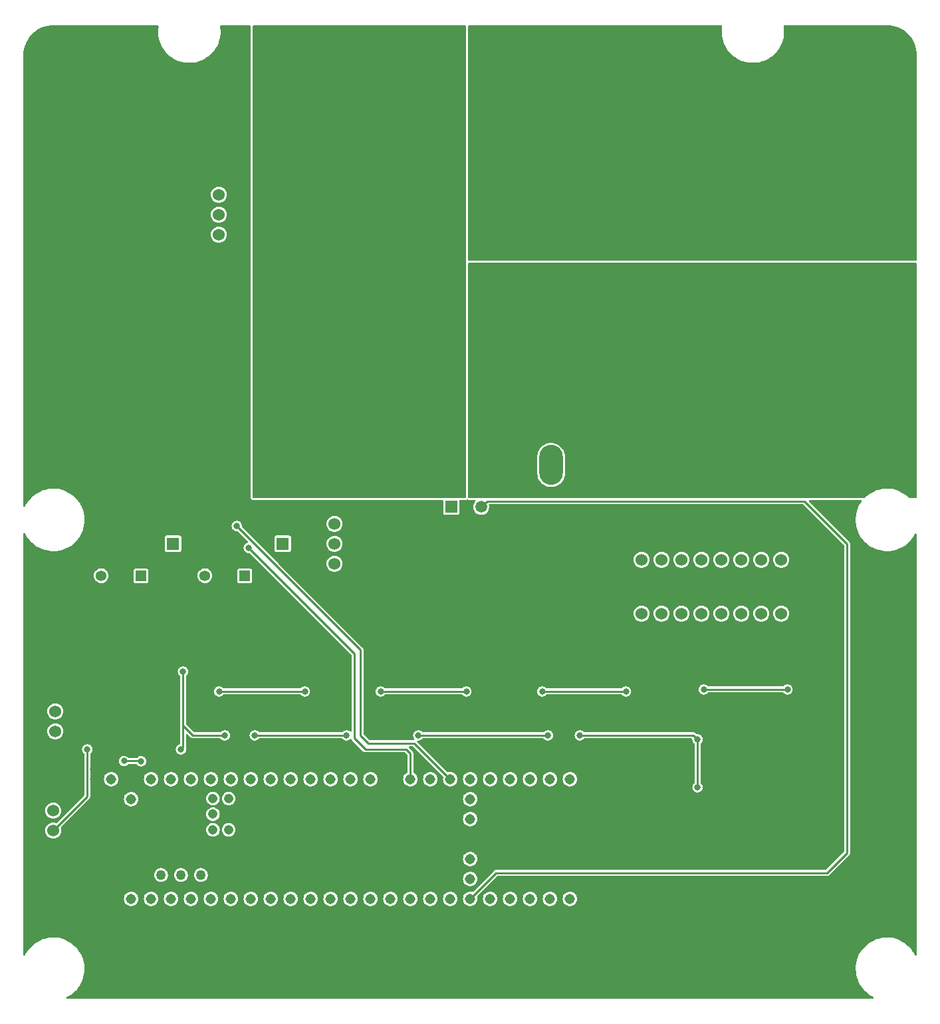
<source format=gbl>
G04 #@! TF.GenerationSoftware,KiCad,Pcbnew,(6.0.8)*
G04 #@! TF.CreationDate,2022-10-20T17:13:59-05:00*
G04 #@! TF.ProjectId,2022Rev3,32303232-5265-4763-932e-6b696361645f,rev?*
G04 #@! TF.SameCoordinates,Original*
G04 #@! TF.FileFunction,Copper,L2,Bot*
G04 #@! TF.FilePolarity,Positive*
%FSLAX46Y46*%
G04 Gerber Fmt 4.6, Leading zero omitted, Abs format (unit mm)*
G04 Created by KiCad (PCBNEW (6.0.8)) date 2022-10-20 17:13:59*
%MOMM*%
%LPD*%
G01*
G04 APERTURE LIST*
G04 Aperture macros list*
%AMHorizOval*
0 Thick line with rounded ends*
0 $1 width*
0 $2 $3 position (X,Y) of the first rounded end (center of the circle)*
0 $4 $5 position (X,Y) of the second rounded end (center of the circle)*
0 Add line between two ends*
20,1,$1,$2,$3,$4,$5,0*
0 Add two circle primitives to create the rounded ends*
1,1,$1,$2,$3*
1,1,$1,$4,$5*%
G04 Aperture macros list end*
G04 #@! TA.AperFunction,ComponentPad*
%ADD10R,1.358000X1.358000*%
G04 #@! TD*
G04 #@! TA.AperFunction,ComponentPad*
%ADD11C,1.358000*%
G04 #@! TD*
G04 #@! TA.AperFunction,ComponentPad*
%ADD12C,1.524000*%
G04 #@! TD*
G04 #@! TA.AperFunction,ComponentPad*
%ADD13C,18.288000*%
G04 #@! TD*
G04 #@! TA.AperFunction,ComponentPad*
%ADD14R,1.600000X1.600000*%
G04 #@! TD*
G04 #@! TA.AperFunction,ComponentPad*
%ADD15C,1.600000*%
G04 #@! TD*
G04 #@! TA.AperFunction,ComponentPad*
%ADD16O,3.000000X5.100000*%
G04 #@! TD*
G04 #@! TA.AperFunction,ComponentPad*
%ADD17O,2.999999X5.100000*%
G04 #@! TD*
G04 #@! TA.AperFunction,ComponentPad*
%ADD18R,1.500000X1.500000*%
G04 #@! TD*
G04 #@! TA.AperFunction,ComponentPad*
%ADD19C,1.500000*%
G04 #@! TD*
G04 #@! TA.AperFunction,ComponentPad*
%ADD20C,0.800000*%
G04 #@! TD*
G04 #@! TA.AperFunction,ComponentPad*
%ADD21HorizOval,0.800000X0.000000X0.000000X0.000000X0.000000X0*%
G04 #@! TD*
G04 #@! TA.AperFunction,ComponentPad*
%ADD22HorizOval,0.800000X0.000000X0.000000X0.000000X0.000000X0*%
G04 #@! TD*
G04 #@! TA.AperFunction,ComponentPad*
%ADD23O,9.000000X6.000000*%
G04 #@! TD*
G04 #@! TA.AperFunction,ComponentPad*
%ADD24C,1.308000*%
G04 #@! TD*
G04 #@! TA.AperFunction,ComponentPad*
%ADD25C,1.258000*%
G04 #@! TD*
G04 #@! TA.AperFunction,ComponentPad*
%ADD26C,1.208000*%
G04 #@! TD*
G04 #@! TA.AperFunction,ViaPad*
%ADD27C,0.800000*%
G04 #@! TD*
G04 #@! TA.AperFunction,Conductor*
%ADD28C,0.250000*%
G04 #@! TD*
G04 #@! TA.AperFunction,Conductor*
%ADD29C,0.254000*%
G04 #@! TD*
G04 APERTURE END LIST*
D10*
X169672000Y-112014000D03*
D11*
X167132000Y-112014000D03*
X164592000Y-112014000D03*
D12*
X145288000Y-144462500D03*
X145288000Y-141922500D03*
D13*
X153924000Y-87376000D03*
D12*
X181102000Y-105410000D03*
X181102000Y-107950000D03*
X181102000Y-110490000D03*
X166370000Y-63500000D03*
X166370000Y-66040000D03*
X166370000Y-68580000D03*
X166370000Y-71120000D03*
X166370000Y-71120000D03*
D14*
X160528000Y-107950000D03*
D15*
X160528000Y-105450000D03*
D16*
X208700000Y-105804000D03*
D17*
X208700000Y-97904000D03*
D12*
X145542000Y-131826000D03*
X145542000Y-129286000D03*
X145542000Y-126746000D03*
X217678000Y-116840000D03*
X220218000Y-116840000D03*
X222758000Y-116840000D03*
X225298000Y-116840000D03*
X227838000Y-116840000D03*
X230378000Y-116840000D03*
X232918000Y-116840000D03*
X235458000Y-116840000D03*
X237998000Y-116840000D03*
X217678000Y-109982000D03*
X220218000Y-109982000D03*
X222758000Y-109982000D03*
X225298000Y-109982000D03*
X227838000Y-109982000D03*
X230378000Y-109982000D03*
X232918000Y-109982000D03*
X235458000Y-109982000D03*
X237998000Y-109982000D03*
D18*
X195966000Y-103265000D03*
D19*
X197876000Y-103265000D03*
X199786000Y-103265000D03*
D20*
X204876000Y-79815000D03*
X206076000Y-83525000D03*
X200876000Y-83915000D03*
X199676000Y-83525000D03*
X202206000Y-79815000D03*
X204876000Y-83915000D03*
X199676000Y-80205000D03*
X202206000Y-83915000D03*
X206826000Y-81235000D03*
X206826000Y-82495000D03*
X203546000Y-83915000D03*
X206076000Y-80205000D03*
D21*
X198926000Y-81235000D03*
D22*
X198926000Y-82495000D03*
D20*
X203546000Y-79815000D03*
X200876000Y-79815000D03*
D23*
X202876000Y-81865000D03*
D20*
X193546000Y-83915000D03*
X189676000Y-80205000D03*
X189676000Y-83525000D03*
X188926000Y-81235000D03*
X190876000Y-79815000D03*
X196076000Y-83525000D03*
D22*
X196826000Y-81235000D03*
D20*
X196076000Y-80205000D03*
X188926000Y-82495000D03*
X194876000Y-83915000D03*
X192206000Y-79815000D03*
D23*
X192876000Y-81865000D03*
D21*
X196826000Y-82495000D03*
D20*
X193546000Y-79815000D03*
X192206000Y-83915000D03*
X194876000Y-79815000D03*
X190876000Y-83915000D03*
D24*
X155194000Y-153162000D03*
X157734000Y-153162000D03*
X160274000Y-153162000D03*
X162814000Y-153162000D03*
X188214000Y-153162000D03*
X157734000Y-137922000D03*
X198374000Y-148082000D03*
X165354000Y-153162000D03*
X167894000Y-153162000D03*
D25*
X159004000Y-150112000D03*
D24*
X170434000Y-153162000D03*
X172974000Y-153162000D03*
X175514000Y-153162000D03*
X178054000Y-153162000D03*
X180594000Y-153162000D03*
X183134000Y-153162000D03*
X185674000Y-153162000D03*
X185674000Y-137922000D03*
X183134000Y-137922000D03*
X180594000Y-137922000D03*
X178054000Y-137922000D03*
X175514000Y-137922000D03*
X172974000Y-137922000D03*
X170434000Y-137922000D03*
X167894000Y-137922000D03*
X165354000Y-137922000D03*
X162814000Y-137922000D03*
X160274000Y-137922000D03*
X190754000Y-153162000D03*
X193294000Y-153162000D03*
X195834000Y-153162000D03*
X198374000Y-153162000D03*
X200914000Y-153162000D03*
X203454000Y-153162000D03*
X205994000Y-153162000D03*
X208534000Y-153162000D03*
X211074000Y-153162000D03*
X211074000Y-137922000D03*
X208534000Y-137922000D03*
X205994000Y-137922000D03*
X203454000Y-137922000D03*
X200914000Y-137922000D03*
X198374000Y-137922000D03*
X195834000Y-137922000D03*
X193294000Y-137922000D03*
X190754000Y-137922000D03*
D25*
X164084000Y-150112000D03*
X161544000Y-150112000D03*
D24*
X152654000Y-153162000D03*
X188214000Y-137922000D03*
X155194000Y-137922000D03*
X198374000Y-145542000D03*
D26*
X167624000Y-142372000D03*
X165624000Y-142372000D03*
D24*
X198374000Y-140462000D03*
X198374000Y-143002000D03*
D26*
X165624000Y-140372000D03*
X167624000Y-140372000D03*
X167624000Y-144372000D03*
X165624000Y-144372000D03*
D25*
X166624000Y-150112000D03*
X169164000Y-150112000D03*
D24*
X198374000Y-150622000D03*
X152654000Y-137922000D03*
X155194000Y-140462000D03*
D13*
X242824000Y-87376000D03*
D10*
X156464000Y-112014000D03*
D11*
X153924000Y-112014000D03*
X151384000Y-112014000D03*
D14*
X174498000Y-107950000D03*
D15*
X174498000Y-105450000D03*
D13*
X242824000Y-56896000D03*
D27*
X173482000Y-113538000D03*
X171958000Y-112014000D03*
X178562000Y-109220000D03*
X176784000Y-109220000D03*
X175260000Y-110236000D03*
X178816000Y-113284000D03*
X181356000Y-113284000D03*
X183896000Y-113284000D03*
X185420000Y-112014000D03*
X185420000Y-112014000D03*
X186944000Y-110490000D03*
X188468000Y-108966000D03*
X191516000Y-109728000D03*
X189738000Y-111506000D03*
X188214000Y-113030000D03*
X186690000Y-114808000D03*
X185420000Y-116078000D03*
X183134000Y-116078000D03*
X180848000Y-116078000D03*
X176276000Y-117856000D03*
X174752000Y-115824000D03*
X170942000Y-115824000D03*
X150368000Y-137922000D03*
X150368000Y-136652000D03*
X144780000Y-134112000D03*
X143510000Y-133096000D03*
X227330000Y-132842000D03*
X182630299Y-132338299D03*
X208280000Y-132334000D03*
X227330000Y-138938000D03*
X170942000Y-132334000D03*
X149606000Y-134112000D03*
X161798000Y-124206000D03*
X167132000Y-132334000D03*
X212344000Y-132334000D03*
X191770000Y-132334000D03*
X161544000Y-134112000D03*
X193040000Y-66040000D03*
X188595000Y-59055000D03*
X182880000Y-66040000D03*
X193040000Y-76200000D03*
X192405000Y-56515000D03*
X182880000Y-45720000D03*
X172720000Y-96520000D03*
X192405000Y-60960000D03*
X194310000Y-59055000D03*
X172720000Y-86360000D03*
X194310000Y-56515000D03*
X172720000Y-66040000D03*
X190500000Y-59055000D03*
X190500000Y-56515000D03*
X188595000Y-56515000D03*
X196215000Y-56515000D03*
X196215000Y-53975000D03*
X188595000Y-53975000D03*
X193040000Y-96520000D03*
X190500000Y-60960000D03*
X190500000Y-53975000D03*
X193040000Y-45720000D03*
X193040000Y-86360000D03*
X194310000Y-52070000D03*
X182880000Y-55880000D03*
X192405000Y-52070000D03*
X196215000Y-59055000D03*
X192405000Y-59055000D03*
X196215000Y-52070000D03*
X188595000Y-60960000D03*
X182880000Y-86360000D03*
X182880000Y-96520000D03*
X194310000Y-53975000D03*
X188595000Y-52070000D03*
X194310000Y-60960000D03*
X172720000Y-76200000D03*
X172720000Y-45720000D03*
X196215000Y-60960000D03*
X192405000Y-53975000D03*
X190500000Y-52070000D03*
X182880000Y-76200000D03*
X220218000Y-134874000D03*
X211328000Y-123190000D03*
X193040000Y-130810000D03*
X254000000Y-120650000D03*
X205232000Y-126492000D03*
X213614000Y-128524000D03*
X234950000Y-165100000D03*
X163830000Y-131064000D03*
X216662000Y-123698000D03*
X194056000Y-134366000D03*
X202692000Y-134874000D03*
X213614000Y-130810000D03*
X202692000Y-126492000D03*
X210312000Y-123190000D03*
X210820000Y-122428000D03*
X222250000Y-165100000D03*
X228854000Y-133604000D03*
X182880000Y-129286000D03*
X181864000Y-129286000D03*
X196850000Y-165100000D03*
X182372000Y-125222000D03*
X200152000Y-125730000D03*
X203962000Y-126492000D03*
X217170000Y-134874000D03*
X146050000Y-69850000D03*
X223774000Y-131318000D03*
X180086000Y-126238000D03*
X234188000Y-128524000D03*
X170942000Y-129540000D03*
X181864000Y-126238000D03*
X152654000Y-156210000D03*
X185928000Y-131318000D03*
X199898000Y-134366000D03*
X203200000Y-131064000D03*
X158750000Y-165100000D03*
X200660000Y-126492000D03*
X155194000Y-146050000D03*
X172466000Y-128524000D03*
X199644000Y-126492000D03*
X206502000Y-131318000D03*
X146050000Y-95250000D03*
X247650000Y-165100000D03*
X182372000Y-122428000D03*
X234188000Y-130810000D03*
X207264000Y-134874000D03*
X254000000Y-146050000D03*
X214122000Y-134874000D03*
X146050000Y-57150000D03*
X193040000Y-128524000D03*
X209550000Y-165100000D03*
X220980000Y-126238000D03*
X225806000Y-133604000D03*
X179070000Y-126238000D03*
X211328000Y-134874000D03*
X182880000Y-126238000D03*
X225806000Y-126492000D03*
X232664000Y-129540000D03*
X172466000Y-130810000D03*
X254000000Y-133350000D03*
X182372000Y-130048000D03*
X232664000Y-131826000D03*
X204216000Y-133350000D03*
X146050000Y-120650000D03*
X191516000Y-129540000D03*
X146050000Y-44450000D03*
X212090000Y-129540000D03*
X227330000Y-131318000D03*
X184150000Y-165100000D03*
X223774000Y-126492000D03*
X171450000Y-165100000D03*
X166405000Y-126746000D03*
X177327000Y-126746000D03*
X186979000Y-126746000D03*
X197901000Y-126746000D03*
X207553000Y-126746000D03*
X218221000Y-126746000D03*
X238795000Y-126492000D03*
X228127000Y-126492000D03*
X170180000Y-108458000D03*
X203200000Y-45720000D03*
X254000000Y-55880000D03*
X223520000Y-66040000D03*
X254000000Y-45720000D03*
X203200000Y-66040000D03*
X233680000Y-66040000D03*
X213360000Y-55880000D03*
X223520000Y-55880000D03*
X254000000Y-66040000D03*
X223520000Y-45720000D03*
X213360000Y-45720000D03*
X243840000Y-45720000D03*
X213360000Y-66040000D03*
X168656000Y-105664000D03*
X233680000Y-76200000D03*
X243840000Y-76200000D03*
X223520000Y-86360000D03*
X223520000Y-76200000D03*
X213360000Y-96520000D03*
X254000000Y-86360000D03*
X213360000Y-76200000D03*
X213360000Y-86360000D03*
X203200000Y-76200000D03*
X203200000Y-86360000D03*
X254000000Y-76200000D03*
X223520000Y-96520000D03*
X233680000Y-96520000D03*
X203200000Y-96520000D03*
X254000000Y-96520000D03*
X156468299Y-135631701D03*
X154300701Y-135598500D03*
D28*
X167132000Y-132334000D02*
X163068000Y-132334000D01*
X191770000Y-132334000D02*
X208280000Y-132334000D01*
X170942000Y-132334000D02*
X182626000Y-132334000D01*
X226822000Y-132334000D02*
X212344000Y-132334000D01*
X161798000Y-131064000D02*
X161798000Y-133858000D01*
X227330000Y-138938000D02*
X227330000Y-132842000D01*
X163068000Y-132334000D02*
X161798000Y-131064000D01*
X182626000Y-132334000D02*
X182630299Y-132338299D01*
X149606000Y-140144500D02*
X145288000Y-144462500D01*
X161798000Y-133858000D02*
X161544000Y-134112000D01*
X161798000Y-131064000D02*
X161798000Y-124206000D01*
X227330000Y-132842000D02*
X226822000Y-132334000D01*
X149606000Y-134112000D02*
X149606000Y-140144500D01*
X177327000Y-126746000D02*
X166405000Y-126746000D01*
X197901000Y-126746000D02*
X186979000Y-126746000D01*
X218221000Y-126746000D02*
X207553000Y-126746000D01*
X238795000Y-126492000D02*
X228127000Y-126492000D01*
X170180000Y-108458000D02*
X183642000Y-121920000D01*
X185038283Y-134112000D02*
X190246000Y-134112000D01*
X190754000Y-134620000D02*
X190754000Y-137922000D01*
X183642000Y-132715717D02*
X185038283Y-134112000D01*
X190246000Y-134112000D02*
X190754000Y-134620000D01*
X183642000Y-121920000D02*
X183642000Y-132715717D01*
X191262000Y-133350000D02*
X195834000Y-137922000D01*
X185420000Y-133350000D02*
X191262000Y-133350000D01*
X184404000Y-132334000D02*
X185420000Y-133350000D01*
X184404000Y-121412000D02*
X184404000Y-132334000D01*
X168656000Y-105664000D02*
X184404000Y-121412000D01*
X201676000Y-149860000D02*
X243840000Y-149860000D01*
X240945000Y-102515000D02*
X200536000Y-102515000D01*
X246380000Y-107950000D02*
X240945000Y-102515000D01*
X246380000Y-147320000D02*
X246380000Y-107950000D01*
X243840000Y-149860000D02*
X246380000Y-147320000D01*
X200536000Y-102515000D02*
X199786000Y-103265000D01*
X198374000Y-153162000D02*
X201676000Y-149860000D01*
D29*
X154300701Y-135598500D02*
X156435098Y-135598500D01*
X156435098Y-135598500D02*
X156468299Y-135631701D01*
G04 #@! TA.AperFunction,Conductor*
G36*
X230409731Y-41930502D02*
G01*
X230456224Y-41984158D01*
X230466575Y-42052619D01*
X230419739Y-42415719D01*
X230415692Y-42556207D01*
X230408453Y-42807538D01*
X230408347Y-42811202D01*
X230408568Y-42814321D01*
X230408568Y-42814328D01*
X230423575Y-43026277D01*
X230436290Y-43205862D01*
X230503293Y-43595795D01*
X230504125Y-43598804D01*
X230504126Y-43598810D01*
X230506904Y-43608861D01*
X230608692Y-43977145D01*
X230609822Y-43980065D01*
X230609823Y-43980069D01*
X230721214Y-44267995D01*
X230751446Y-44346141D01*
X230752861Y-44348935D01*
X230752864Y-44348943D01*
X230856005Y-44552684D01*
X230930143Y-44699135D01*
X231143015Y-45032635D01*
X231387958Y-45343343D01*
X231390133Y-45345599D01*
X231390138Y-45345605D01*
X231513588Y-45473664D01*
X231662549Y-45628188D01*
X231664942Y-45630221D01*
X231961679Y-45882318D01*
X231961687Y-45882325D01*
X231964074Y-45884352D01*
X231966654Y-45886135D01*
X232286977Y-46107525D01*
X232286986Y-46107530D01*
X232289549Y-46109302D01*
X232292284Y-46110815D01*
X232292289Y-46110818D01*
X232457077Y-46201973D01*
X232635758Y-46300814D01*
X232638627Y-46302047D01*
X232638638Y-46302052D01*
X232996407Y-46455761D01*
X232999275Y-46456993D01*
X233002252Y-46457934D01*
X233002256Y-46457936D01*
X233131031Y-46498662D01*
X233376507Y-46576296D01*
X233763723Y-46657542D01*
X233766841Y-46657878D01*
X234154642Y-46699665D01*
X234154645Y-46699665D01*
X234157093Y-46699929D01*
X234159556Y-46700000D01*
X234159557Y-46700000D01*
X234163206Y-46700105D01*
X234214411Y-46701580D01*
X234485472Y-46701580D01*
X234487035Y-46701502D01*
X234487043Y-46701502D01*
X234583411Y-46696704D01*
X234781278Y-46686854D01*
X234784363Y-46686390D01*
X234784365Y-46686390D01*
X235169436Y-46628497D01*
X235172529Y-46628032D01*
X235373704Y-46576940D01*
X235552959Y-46531415D01*
X235552962Y-46531414D01*
X235556002Y-46530642D01*
X235558950Y-46529572D01*
X235924969Y-46396714D01*
X235924979Y-46396710D01*
X235927907Y-46395647D01*
X236284566Y-46224382D01*
X236622451Y-46018541D01*
X236938221Y-45780159D01*
X236940503Y-45778049D01*
X236940512Y-45778042D01*
X237226457Y-45513716D01*
X237228754Y-45511593D01*
X237230831Y-45509250D01*
X237489092Y-45217851D01*
X237489097Y-45217845D01*
X237491176Y-45215499D01*
X237722893Y-44894806D01*
X237921613Y-44552684D01*
X238014249Y-44348943D01*
X238084079Y-44195359D01*
X238084080Y-44195356D01*
X238085371Y-44192517D01*
X238096983Y-44158311D01*
X238127064Y-44069693D01*
X238212548Y-43817867D01*
X238301886Y-43432437D01*
X238352501Y-43040041D01*
X238363893Y-42644558D01*
X238335950Y-42249898D01*
X238302948Y-42057837D01*
X238311125Y-41987314D01*
X238356132Y-41932406D01*
X238427128Y-41910500D01*
X251422524Y-41910500D01*
X251447103Y-41912921D01*
X251460000Y-41915486D01*
X251472169Y-41913066D01*
X251484569Y-41913066D01*
X251495624Y-41912251D01*
X251710138Y-41922789D01*
X251827218Y-41928541D01*
X251839514Y-41929752D01*
X252197073Y-41982790D01*
X252209194Y-41985200D01*
X252217633Y-41987314D01*
X252559833Y-42073032D01*
X252571665Y-42076621D01*
X252912005Y-42198396D01*
X252923429Y-42203128D01*
X253250191Y-42357675D01*
X253261096Y-42363504D01*
X253571139Y-42549337D01*
X253581420Y-42556207D01*
X253871749Y-42771530D01*
X253881307Y-42779374D01*
X254149136Y-43022120D01*
X254157880Y-43030864D01*
X254400626Y-43298693D01*
X254408470Y-43308251D01*
X254623793Y-43598580D01*
X254630663Y-43608861D01*
X254816496Y-43918904D01*
X254822325Y-43929809D01*
X254976872Y-44256571D01*
X254981604Y-44267995D01*
X255103379Y-44608335D01*
X255106968Y-44620167D01*
X255194799Y-44970802D01*
X255197210Y-44982927D01*
X255204949Y-45035093D01*
X255250248Y-45340481D01*
X255251460Y-45352787D01*
X255267749Y-45684376D01*
X255266934Y-45695431D01*
X255266934Y-45707831D01*
X255264514Y-45720000D01*
X255267079Y-45732894D01*
X255269500Y-45757476D01*
X255269500Y-71756000D01*
X255249498Y-71824121D01*
X255195842Y-71870614D01*
X255143500Y-71882000D01*
X198246000Y-71882000D01*
X198177879Y-71861998D01*
X198131386Y-71808342D01*
X198120000Y-71756000D01*
X198120000Y-42036500D01*
X198140002Y-41968379D01*
X198193658Y-41921886D01*
X198246000Y-41910500D01*
X230341610Y-41910500D01*
X230409731Y-41930502D01*
G37*
G04 #@! TD.AperFunction*
G04 #@! TA.AperFunction,Conductor*
G36*
X197808121Y-41930502D02*
G01*
X197854614Y-41984158D01*
X197866000Y-42036500D01*
X197866000Y-101982000D01*
X197845998Y-102050121D01*
X197792342Y-102096614D01*
X197740000Y-102108000D01*
X170814000Y-102108000D01*
X170745879Y-102087998D01*
X170699386Y-102034342D01*
X170688000Y-101982000D01*
X170688000Y-42036500D01*
X170708002Y-41968379D01*
X170761658Y-41921886D01*
X170814000Y-41910500D01*
X197740000Y-41910500D01*
X197808121Y-41930502D01*
G37*
G04 #@! TD.AperFunction*
G04 #@! TA.AperFunction,Conductor*
G36*
X255211621Y-72156002D02*
G01*
X255258114Y-72209658D01*
X255269500Y-72262000D01*
X255269500Y-101982000D01*
X255249498Y-102050121D01*
X255195842Y-102096614D01*
X255143500Y-102108000D01*
X254339601Y-102108000D01*
X254271480Y-102087998D01*
X254248888Y-102069448D01*
X254185749Y-102003951D01*
X254185746Y-102003948D01*
X254183571Y-102001692D01*
X254160392Y-101982000D01*
X253884441Y-101747562D01*
X253884433Y-101747555D01*
X253882046Y-101745528D01*
X253687891Y-101611339D01*
X253559143Y-101522355D01*
X253559134Y-101522350D01*
X253556571Y-101520578D01*
X253553836Y-101519065D01*
X253553831Y-101519062D01*
X253346080Y-101404141D01*
X253210362Y-101329066D01*
X253207493Y-101327833D01*
X253207482Y-101327828D01*
X252849713Y-101174119D01*
X252849710Y-101174118D01*
X252846845Y-101172887D01*
X252843868Y-101171946D01*
X252843864Y-101171944D01*
X252715089Y-101131218D01*
X252469613Y-101053584D01*
X252082397Y-100972338D01*
X252079279Y-100972002D01*
X251691478Y-100930215D01*
X251691475Y-100930215D01*
X251689027Y-100929951D01*
X251686564Y-100929880D01*
X251686563Y-100929880D01*
X251682914Y-100929775D01*
X251631709Y-100928300D01*
X251360648Y-100928300D01*
X251359085Y-100928378D01*
X251359077Y-100928378D01*
X251262709Y-100933176D01*
X251064842Y-100943026D01*
X251061757Y-100943490D01*
X251061755Y-100943490D01*
X250872110Y-100972002D01*
X250673591Y-101001848D01*
X250670556Y-101002619D01*
X250670555Y-101002619D01*
X250293161Y-101098465D01*
X250293158Y-101098466D01*
X250290118Y-101099238D01*
X250287171Y-101100308D01*
X250287170Y-101100308D01*
X249921151Y-101233166D01*
X249921141Y-101233170D01*
X249918213Y-101234233D01*
X249561554Y-101405498D01*
X249223669Y-101611339D01*
X248907899Y-101849721D01*
X248905617Y-101851831D01*
X248905608Y-101851838D01*
X248664707Y-102074525D01*
X248601107Y-102106077D01*
X248579178Y-102108000D01*
X198246000Y-102108000D01*
X198177879Y-102087998D01*
X198131386Y-102034342D01*
X198120000Y-101982000D01*
X198120000Y-99020207D01*
X206945501Y-99020207D01*
X206945674Y-99022532D01*
X206945674Y-99022538D01*
X206947190Y-99042929D01*
X206959907Y-99214060D01*
X207017459Y-99468405D01*
X207111974Y-99711450D01*
X207241376Y-99937856D01*
X207402820Y-100142647D01*
X207592762Y-100321326D01*
X207807027Y-100469968D01*
X207811217Y-100472034D01*
X207811220Y-100472036D01*
X208036722Y-100583241D01*
X208036725Y-100583242D01*
X208040910Y-100585306D01*
X208289272Y-100664807D01*
X208293879Y-100665557D01*
X208293882Y-100665558D01*
X208355555Y-100675602D01*
X208546657Y-100706725D01*
X208673130Y-100708380D01*
X208802733Y-100710077D01*
X208802736Y-100710077D01*
X208807410Y-100710138D01*
X209065804Y-100674972D01*
X209098103Y-100665558D01*
X209135238Y-100654734D01*
X209316162Y-100602000D01*
X209552983Y-100492824D01*
X209601291Y-100461152D01*
X209767153Y-100352408D01*
X209767158Y-100352404D01*
X209771066Y-100349842D01*
X209965620Y-100176196D01*
X210132370Y-99975701D01*
X210267654Y-99752761D01*
X210368499Y-99512273D01*
X210432689Y-99259521D01*
X210454499Y-99042929D01*
X210454499Y-96787793D01*
X210453045Y-96768225D01*
X210440439Y-96598592D01*
X210440438Y-96598588D01*
X210440093Y-96593940D01*
X210382541Y-96339595D01*
X210288026Y-96096550D01*
X210158624Y-95870144D01*
X209997180Y-95665353D01*
X209807238Y-95486674D01*
X209592973Y-95338032D01*
X209588783Y-95335966D01*
X209588780Y-95335964D01*
X209363278Y-95224759D01*
X209363275Y-95224758D01*
X209359090Y-95222694D01*
X209110728Y-95143193D01*
X209106121Y-95142443D01*
X209106118Y-95142442D01*
X208857954Y-95102026D01*
X208857955Y-95102026D01*
X208853343Y-95101275D01*
X208726870Y-95099620D01*
X208597267Y-95097923D01*
X208597264Y-95097923D01*
X208592590Y-95097862D01*
X208334196Y-95133028D01*
X208329710Y-95134336D01*
X208329708Y-95134336D01*
X208299321Y-95143193D01*
X208083838Y-95206000D01*
X207847017Y-95315176D01*
X207843108Y-95317739D01*
X207632847Y-95455592D01*
X207632842Y-95455596D01*
X207628934Y-95458158D01*
X207434380Y-95631804D01*
X207267630Y-95832299D01*
X207132346Y-96055239D01*
X207031501Y-96295727D01*
X206967311Y-96548479D01*
X206945501Y-96765071D01*
X206945501Y-99020207D01*
X198120000Y-99020207D01*
X198120000Y-72262000D01*
X198140002Y-72193879D01*
X198193658Y-72147386D01*
X198246000Y-72136000D01*
X255143500Y-72136000D01*
X255211621Y-72156002D01*
G37*
G04 #@! TD.AperFunction*
G04 #@! TA.AperFunction,Conductor*
G36*
X158639491Y-41930502D02*
G01*
X158685984Y-41984158D01*
X158696335Y-42052619D01*
X158649499Y-42415719D01*
X158645452Y-42556207D01*
X158638213Y-42807538D01*
X158638107Y-42811202D01*
X158638328Y-42814321D01*
X158638328Y-42814328D01*
X158653335Y-43026277D01*
X158666050Y-43205862D01*
X158733053Y-43595795D01*
X158733885Y-43598804D01*
X158733886Y-43598810D01*
X158736664Y-43608861D01*
X158838452Y-43977145D01*
X158839582Y-43980065D01*
X158839583Y-43980069D01*
X158950974Y-44267995D01*
X158981206Y-44346141D01*
X158982621Y-44348935D01*
X158982624Y-44348943D01*
X159085765Y-44552684D01*
X159159903Y-44699135D01*
X159372775Y-45032635D01*
X159617718Y-45343343D01*
X159619893Y-45345599D01*
X159619898Y-45345605D01*
X159743348Y-45473664D01*
X159892309Y-45628188D01*
X159894702Y-45630221D01*
X160191439Y-45882318D01*
X160191447Y-45882325D01*
X160193834Y-45884352D01*
X160196414Y-45886135D01*
X160516737Y-46107525D01*
X160516746Y-46107530D01*
X160519309Y-46109302D01*
X160522044Y-46110815D01*
X160522049Y-46110818D01*
X160686837Y-46201973D01*
X160865518Y-46300814D01*
X160868387Y-46302047D01*
X160868398Y-46302052D01*
X161226167Y-46455761D01*
X161229035Y-46456993D01*
X161232012Y-46457934D01*
X161232016Y-46457936D01*
X161360791Y-46498662D01*
X161606267Y-46576296D01*
X161993483Y-46657542D01*
X161996601Y-46657878D01*
X162384402Y-46699665D01*
X162384405Y-46699665D01*
X162386853Y-46699929D01*
X162389316Y-46700000D01*
X162389317Y-46700000D01*
X162392966Y-46700105D01*
X162444171Y-46701580D01*
X162715232Y-46701580D01*
X162716795Y-46701502D01*
X162716803Y-46701502D01*
X162813171Y-46696704D01*
X163011038Y-46686854D01*
X163014123Y-46686390D01*
X163014125Y-46686390D01*
X163399196Y-46628497D01*
X163402289Y-46628032D01*
X163603464Y-46576940D01*
X163782719Y-46531415D01*
X163782722Y-46531414D01*
X163785762Y-46530642D01*
X163788710Y-46529572D01*
X164154729Y-46396714D01*
X164154739Y-46396710D01*
X164157667Y-46395647D01*
X164514326Y-46224382D01*
X164852211Y-46018541D01*
X165167981Y-45780159D01*
X165170263Y-45778049D01*
X165170272Y-45778042D01*
X165456217Y-45513716D01*
X165458514Y-45511593D01*
X165460591Y-45509250D01*
X165718852Y-45217851D01*
X165718857Y-45217845D01*
X165720936Y-45215499D01*
X165952653Y-44894806D01*
X166151373Y-44552684D01*
X166244009Y-44348943D01*
X166313839Y-44195359D01*
X166313840Y-44195356D01*
X166315131Y-44192517D01*
X166326743Y-44158311D01*
X166356824Y-44069693D01*
X166442308Y-43817867D01*
X166531646Y-43432437D01*
X166582261Y-43040041D01*
X166593653Y-42644558D01*
X166565710Y-42249898D01*
X166532708Y-42057837D01*
X166540885Y-41987314D01*
X166585892Y-41932406D01*
X166656888Y-41910500D01*
X170302500Y-41910500D01*
X170370621Y-41930502D01*
X170417114Y-41984158D01*
X170428500Y-42036500D01*
X170428500Y-101982000D01*
X170434430Y-102037159D01*
X170445816Y-102089501D01*
X170453166Y-102116291D01*
X170503269Y-102204278D01*
X170549762Y-102257934D01*
X170583051Y-102290056D01*
X170672770Y-102336987D01*
X170678706Y-102338730D01*
X170736568Y-102355720D01*
X170736572Y-102355721D01*
X170740891Y-102356989D01*
X170745339Y-102357629D01*
X170745346Y-102357630D01*
X170809552Y-102366861D01*
X170809559Y-102366861D01*
X170814000Y-102367500D01*
X194835500Y-102367500D01*
X194903621Y-102387502D01*
X194950114Y-102441158D01*
X194961500Y-102493500D01*
X194961501Y-104040066D01*
X194976266Y-104114301D01*
X195032516Y-104198484D01*
X195116699Y-104254734D01*
X195190933Y-104269500D01*
X195965874Y-104269500D01*
X196741066Y-104269499D01*
X196776818Y-104262388D01*
X196803126Y-104257156D01*
X196803128Y-104257155D01*
X196815301Y-104254734D01*
X196825621Y-104247839D01*
X196825622Y-104247838D01*
X196889168Y-104205377D01*
X196899484Y-104198484D01*
X196955734Y-104114301D01*
X196970500Y-104040067D01*
X196970500Y-103265000D01*
X196970499Y-102493500D01*
X196990501Y-102425379D01*
X197044157Y-102378886D01*
X197096499Y-102367500D01*
X197740000Y-102367500D01*
X197743346Y-102367140D01*
X197743351Y-102367140D01*
X197791795Y-102361932D01*
X197791801Y-102361931D01*
X197795159Y-102361570D01*
X197847501Y-102350184D01*
X197874291Y-102342834D01*
X197930209Y-102310992D01*
X197999300Y-102294667D01*
X198050957Y-102308838D01*
X198099290Y-102334121D01*
X198099294Y-102334123D01*
X198104770Y-102336987D01*
X198110706Y-102338730D01*
X198168568Y-102355720D01*
X198168572Y-102355721D01*
X198172891Y-102356989D01*
X198177339Y-102357629D01*
X198177346Y-102357630D01*
X198241552Y-102366861D01*
X198241559Y-102366861D01*
X198246000Y-102367500D01*
X198957548Y-102367500D01*
X199025669Y-102387502D01*
X199072162Y-102441158D01*
X199082266Y-102511432D01*
X199054070Y-102574489D01*
X198953163Y-102694745D01*
X198858262Y-102867371D01*
X198856398Y-102873246D01*
X198856397Y-102873249D01*
X198843311Y-102914502D01*
X198798697Y-103055142D01*
X198776738Y-103250907D01*
X198777254Y-103257051D01*
X198792644Y-103440320D01*
X198793222Y-103447209D01*
X198847521Y-103636570D01*
X198850336Y-103642047D01*
X198915466Y-103768776D01*
X198937566Y-103811779D01*
X198941389Y-103816603D01*
X198941392Y-103816607D01*
X198969045Y-103851496D01*
X199059927Y-103966160D01*
X199064620Y-103970154D01*
X199064621Y-103970155D01*
X199153898Y-104046135D01*
X199209945Y-104093835D01*
X199215323Y-104096841D01*
X199215325Y-104096842D01*
X199265032Y-104124622D01*
X199381904Y-104189940D01*
X199569255Y-104250814D01*
X199764862Y-104274139D01*
X199770997Y-104273667D01*
X199770999Y-104273667D01*
X199830801Y-104269065D01*
X199961274Y-104259026D01*
X200151009Y-104206050D01*
X200156513Y-104203270D01*
X200321341Y-104120010D01*
X200321343Y-104120009D01*
X200326842Y-104117231D01*
X200482074Y-103995950D01*
X200486100Y-103991286D01*
X200486103Y-103991283D01*
X200606764Y-103851496D01*
X200606765Y-103851494D01*
X200610793Y-103846828D01*
X200708096Y-103675544D01*
X200770277Y-103488622D01*
X200794966Y-103293183D01*
X200795360Y-103265000D01*
X200776137Y-103068948D01*
X200772505Y-103056917D01*
X200771964Y-102985923D01*
X200809892Y-102925906D01*
X200874247Y-102895923D01*
X200893127Y-102894500D01*
X240735616Y-102894500D01*
X240803737Y-102914502D01*
X240824711Y-102931405D01*
X245963595Y-108070289D01*
X245997621Y-108132601D01*
X246000500Y-108159384D01*
X246000500Y-147110616D01*
X245980498Y-147178737D01*
X245963595Y-147199711D01*
X243719711Y-149443595D01*
X243657399Y-149477621D01*
X243630616Y-149480500D01*
X201729920Y-149480500D01*
X201705972Y-149477951D01*
X201704307Y-149477872D01*
X201694124Y-149475680D01*
X201683783Y-149476904D01*
X201660777Y-149479627D01*
X201654846Y-149479977D01*
X201654854Y-149480072D01*
X201649676Y-149480500D01*
X201644476Y-149480500D01*
X201639347Y-149481354D01*
X201639344Y-149481354D01*
X201625435Y-149483669D01*
X201619557Y-149484506D01*
X201578999Y-149489306D01*
X201578998Y-149489306D01*
X201568659Y-149490530D01*
X201560407Y-149494493D01*
X201551374Y-149495996D01*
X201506227Y-149520356D01*
X201500963Y-149523037D01*
X201454768Y-149545220D01*
X201450492Y-149548814D01*
X201448552Y-149550754D01*
X201446641Y-149552507D01*
X201446551Y-149552556D01*
X201446439Y-149552433D01*
X201445904Y-149552905D01*
X201440186Y-149555990D01*
X201433119Y-149563635D01*
X201403584Y-149595586D01*
X201400154Y-149599152D01*
X198745744Y-152253562D01*
X198683432Y-152287588D01*
X198630452Y-152287714D01*
X198475944Y-152254872D01*
X198475939Y-152254872D01*
X198469487Y-152253500D01*
X198278513Y-152253500D01*
X198272061Y-152254872D01*
X198272056Y-152254872D01*
X198185113Y-152273353D01*
X198091712Y-152293206D01*
X198085682Y-152295891D01*
X198085681Y-152295891D01*
X197923278Y-152368197D01*
X197923276Y-152368198D01*
X197917248Y-152370882D01*
X197762747Y-152483134D01*
X197634960Y-152625056D01*
X197539473Y-152790444D01*
X197480458Y-152972072D01*
X197460496Y-153162000D01*
X197480458Y-153351928D01*
X197539473Y-153533556D01*
X197634960Y-153698944D01*
X197762747Y-153840866D01*
X197917248Y-153953118D01*
X197923276Y-153955802D01*
X197923278Y-153955803D01*
X198085681Y-154028109D01*
X198091712Y-154030794D01*
X198185113Y-154050647D01*
X198272056Y-154069128D01*
X198272061Y-154069128D01*
X198278513Y-154070500D01*
X198469487Y-154070500D01*
X198475939Y-154069128D01*
X198475944Y-154069128D01*
X198562887Y-154050647D01*
X198656288Y-154030794D01*
X198662319Y-154028109D01*
X198824722Y-153955803D01*
X198824724Y-153955802D01*
X198830752Y-153953118D01*
X198985253Y-153840866D01*
X199113040Y-153698944D01*
X199208527Y-153533556D01*
X199267542Y-153351928D01*
X199287504Y-153162000D01*
X200000496Y-153162000D01*
X200020458Y-153351928D01*
X200079473Y-153533556D01*
X200174960Y-153698944D01*
X200302747Y-153840866D01*
X200457248Y-153953118D01*
X200463276Y-153955802D01*
X200463278Y-153955803D01*
X200625681Y-154028109D01*
X200631712Y-154030794D01*
X200725113Y-154050647D01*
X200812056Y-154069128D01*
X200812061Y-154069128D01*
X200818513Y-154070500D01*
X201009487Y-154070500D01*
X201015939Y-154069128D01*
X201015944Y-154069128D01*
X201102887Y-154050647D01*
X201196288Y-154030794D01*
X201202319Y-154028109D01*
X201364722Y-153955803D01*
X201364724Y-153955802D01*
X201370752Y-153953118D01*
X201525253Y-153840866D01*
X201653040Y-153698944D01*
X201748527Y-153533556D01*
X201807542Y-153351928D01*
X201827504Y-153162000D01*
X202540496Y-153162000D01*
X202560458Y-153351928D01*
X202619473Y-153533556D01*
X202714960Y-153698944D01*
X202842747Y-153840866D01*
X202997248Y-153953118D01*
X203003276Y-153955802D01*
X203003278Y-153955803D01*
X203165681Y-154028109D01*
X203171712Y-154030794D01*
X203265113Y-154050647D01*
X203352056Y-154069128D01*
X203352061Y-154069128D01*
X203358513Y-154070500D01*
X203549487Y-154070500D01*
X203555939Y-154069128D01*
X203555944Y-154069128D01*
X203642887Y-154050647D01*
X203736288Y-154030794D01*
X203742319Y-154028109D01*
X203904722Y-153955803D01*
X203904724Y-153955802D01*
X203910752Y-153953118D01*
X204065253Y-153840866D01*
X204193040Y-153698944D01*
X204288527Y-153533556D01*
X204347542Y-153351928D01*
X204367504Y-153162000D01*
X205080496Y-153162000D01*
X205100458Y-153351928D01*
X205159473Y-153533556D01*
X205254960Y-153698944D01*
X205382747Y-153840866D01*
X205537248Y-153953118D01*
X205543276Y-153955802D01*
X205543278Y-153955803D01*
X205705681Y-154028109D01*
X205711712Y-154030794D01*
X205805113Y-154050647D01*
X205892056Y-154069128D01*
X205892061Y-154069128D01*
X205898513Y-154070500D01*
X206089487Y-154070500D01*
X206095939Y-154069128D01*
X206095944Y-154069128D01*
X206182887Y-154050647D01*
X206276288Y-154030794D01*
X206282319Y-154028109D01*
X206444722Y-153955803D01*
X206444724Y-153955802D01*
X206450752Y-153953118D01*
X206605253Y-153840866D01*
X206733040Y-153698944D01*
X206828527Y-153533556D01*
X206887542Y-153351928D01*
X206907504Y-153162000D01*
X207620496Y-153162000D01*
X207640458Y-153351928D01*
X207699473Y-153533556D01*
X207794960Y-153698944D01*
X207922747Y-153840866D01*
X208077248Y-153953118D01*
X208083276Y-153955802D01*
X208083278Y-153955803D01*
X208245681Y-154028109D01*
X208251712Y-154030794D01*
X208345113Y-154050647D01*
X208432056Y-154069128D01*
X208432061Y-154069128D01*
X208438513Y-154070500D01*
X208629487Y-154070500D01*
X208635939Y-154069128D01*
X208635944Y-154069128D01*
X208722887Y-154050647D01*
X208816288Y-154030794D01*
X208822319Y-154028109D01*
X208984722Y-153955803D01*
X208984724Y-153955802D01*
X208990752Y-153953118D01*
X209145253Y-153840866D01*
X209273040Y-153698944D01*
X209368527Y-153533556D01*
X209427542Y-153351928D01*
X209447504Y-153162000D01*
X210160496Y-153162000D01*
X210180458Y-153351928D01*
X210239473Y-153533556D01*
X210334960Y-153698944D01*
X210462747Y-153840866D01*
X210617248Y-153953118D01*
X210623276Y-153955802D01*
X210623278Y-153955803D01*
X210785681Y-154028109D01*
X210791712Y-154030794D01*
X210885113Y-154050647D01*
X210972056Y-154069128D01*
X210972061Y-154069128D01*
X210978513Y-154070500D01*
X211169487Y-154070500D01*
X211175939Y-154069128D01*
X211175944Y-154069128D01*
X211262887Y-154050647D01*
X211356288Y-154030794D01*
X211362319Y-154028109D01*
X211524722Y-153955803D01*
X211524724Y-153955802D01*
X211530752Y-153953118D01*
X211685253Y-153840866D01*
X211813040Y-153698944D01*
X211908527Y-153533556D01*
X211967542Y-153351928D01*
X211987504Y-153162000D01*
X211967542Y-152972072D01*
X211908527Y-152790444D01*
X211813040Y-152625056D01*
X211685253Y-152483134D01*
X211530752Y-152370882D01*
X211524724Y-152368198D01*
X211524722Y-152368197D01*
X211362319Y-152295891D01*
X211362318Y-152295891D01*
X211356288Y-152293206D01*
X211262887Y-152273353D01*
X211175944Y-152254872D01*
X211175939Y-152254872D01*
X211169487Y-152253500D01*
X210978513Y-152253500D01*
X210972061Y-152254872D01*
X210972056Y-152254872D01*
X210885113Y-152273353D01*
X210791712Y-152293206D01*
X210785682Y-152295891D01*
X210785681Y-152295891D01*
X210623278Y-152368197D01*
X210623276Y-152368198D01*
X210617248Y-152370882D01*
X210462747Y-152483134D01*
X210334960Y-152625056D01*
X210239473Y-152790444D01*
X210180458Y-152972072D01*
X210160496Y-153162000D01*
X209447504Y-153162000D01*
X209427542Y-152972072D01*
X209368527Y-152790444D01*
X209273040Y-152625056D01*
X209145253Y-152483134D01*
X208990752Y-152370882D01*
X208984724Y-152368198D01*
X208984722Y-152368197D01*
X208822319Y-152295891D01*
X208822318Y-152295891D01*
X208816288Y-152293206D01*
X208722887Y-152273353D01*
X208635944Y-152254872D01*
X208635939Y-152254872D01*
X208629487Y-152253500D01*
X208438513Y-152253500D01*
X208432061Y-152254872D01*
X208432056Y-152254872D01*
X208345113Y-152273353D01*
X208251712Y-152293206D01*
X208245682Y-152295891D01*
X208245681Y-152295891D01*
X208083278Y-152368197D01*
X208083276Y-152368198D01*
X208077248Y-152370882D01*
X207922747Y-152483134D01*
X207794960Y-152625056D01*
X207699473Y-152790444D01*
X207640458Y-152972072D01*
X207620496Y-153162000D01*
X206907504Y-153162000D01*
X206887542Y-152972072D01*
X206828527Y-152790444D01*
X206733040Y-152625056D01*
X206605253Y-152483134D01*
X206450752Y-152370882D01*
X206444724Y-152368198D01*
X206444722Y-152368197D01*
X206282319Y-152295891D01*
X206282318Y-152295891D01*
X206276288Y-152293206D01*
X206182887Y-152273353D01*
X206095944Y-152254872D01*
X206095939Y-152254872D01*
X206089487Y-152253500D01*
X205898513Y-152253500D01*
X205892061Y-152254872D01*
X205892056Y-152254872D01*
X205805113Y-152273353D01*
X205711712Y-152293206D01*
X205705682Y-152295891D01*
X205705681Y-152295891D01*
X205543278Y-152368197D01*
X205543276Y-152368198D01*
X205537248Y-152370882D01*
X205382747Y-152483134D01*
X205254960Y-152625056D01*
X205159473Y-152790444D01*
X205100458Y-152972072D01*
X205080496Y-153162000D01*
X204367504Y-153162000D01*
X204347542Y-152972072D01*
X204288527Y-152790444D01*
X204193040Y-152625056D01*
X204065253Y-152483134D01*
X203910752Y-152370882D01*
X203904724Y-152368198D01*
X203904722Y-152368197D01*
X203742319Y-152295891D01*
X203742318Y-152295891D01*
X203736288Y-152293206D01*
X203642887Y-152273353D01*
X203555944Y-152254872D01*
X203555939Y-152254872D01*
X203549487Y-152253500D01*
X203358513Y-152253500D01*
X203352061Y-152254872D01*
X203352056Y-152254872D01*
X203265113Y-152273353D01*
X203171712Y-152293206D01*
X203165682Y-152295891D01*
X203165681Y-152295891D01*
X203003278Y-152368197D01*
X203003276Y-152368198D01*
X202997248Y-152370882D01*
X202842747Y-152483134D01*
X202714960Y-152625056D01*
X202619473Y-152790444D01*
X202560458Y-152972072D01*
X202540496Y-153162000D01*
X201827504Y-153162000D01*
X201807542Y-152972072D01*
X201748527Y-152790444D01*
X201653040Y-152625056D01*
X201525253Y-152483134D01*
X201370752Y-152370882D01*
X201364724Y-152368198D01*
X201364722Y-152368197D01*
X201202319Y-152295891D01*
X201202318Y-152295891D01*
X201196288Y-152293206D01*
X201102887Y-152273353D01*
X201015944Y-152254872D01*
X201015939Y-152254872D01*
X201009487Y-152253500D01*
X200818513Y-152253500D01*
X200812061Y-152254872D01*
X200812056Y-152254872D01*
X200725113Y-152273353D01*
X200631712Y-152293206D01*
X200625682Y-152295891D01*
X200625681Y-152295891D01*
X200463278Y-152368197D01*
X200463276Y-152368198D01*
X200457248Y-152370882D01*
X200302747Y-152483134D01*
X200174960Y-152625056D01*
X200079473Y-152790444D01*
X200020458Y-152972072D01*
X200000496Y-153162000D01*
X199287504Y-153162000D01*
X199267542Y-152972072D01*
X199250467Y-152919520D01*
X199248440Y-152848552D01*
X199281205Y-152791489D01*
X201796289Y-150276405D01*
X201858601Y-150242379D01*
X201885384Y-150239500D01*
X243786080Y-150239500D01*
X243810028Y-150242049D01*
X243811693Y-150242128D01*
X243821876Y-150244320D01*
X243832217Y-150243096D01*
X243855223Y-150240373D01*
X243861154Y-150240023D01*
X243861146Y-150239928D01*
X243866324Y-150239500D01*
X243871524Y-150239500D01*
X243876653Y-150238646D01*
X243876656Y-150238646D01*
X243890565Y-150236331D01*
X243896443Y-150235494D01*
X243937001Y-150230694D01*
X243937002Y-150230694D01*
X243947341Y-150229470D01*
X243955593Y-150225507D01*
X243964626Y-150224004D01*
X243973795Y-150219057D01*
X243973797Y-150219056D01*
X244009732Y-150199666D01*
X244015025Y-150196969D01*
X244054082Y-150178215D01*
X244054086Y-150178212D01*
X244061232Y-150174781D01*
X244065508Y-150171186D01*
X244067431Y-150169263D01*
X244069363Y-150167491D01*
X244069442Y-150167448D01*
X244069555Y-150167572D01*
X244070095Y-150167096D01*
X244075814Y-150164010D01*
X244112417Y-150124413D01*
X244115846Y-150120848D01*
X246610219Y-147626476D01*
X246628961Y-147611339D01*
X246630190Y-147610221D01*
X246638940Y-147604571D01*
X246659729Y-147578200D01*
X246663676Y-147573759D01*
X246663603Y-147573697D01*
X246666963Y-147569732D01*
X246670638Y-147566057D01*
X246673655Y-147561835D01*
X246673660Y-147561829D01*
X246681862Y-147550350D01*
X246685428Y-147545600D01*
X246710711Y-147513528D01*
X246717156Y-147505353D01*
X246720189Y-147496716D01*
X246725513Y-147489266D01*
X246740202Y-147440151D01*
X246742034Y-147434514D01*
X246756390Y-147393633D01*
X246756390Y-147393632D01*
X246759018Y-147386149D01*
X246759500Y-147380584D01*
X246759500Y-147377876D01*
X246759614Y-147375242D01*
X246759643Y-147375144D01*
X246759807Y-147375151D01*
X246759851Y-147374447D01*
X246761713Y-147368222D01*
X246759597Y-147314365D01*
X246759500Y-147309418D01*
X246759500Y-108003925D01*
X246762050Y-107979967D01*
X246762128Y-107978308D01*
X246764321Y-107968124D01*
X246763097Y-107957782D01*
X246763097Y-107957779D01*
X246760374Y-107934779D01*
X246760024Y-107928848D01*
X246759928Y-107928856D01*
X246759500Y-107923680D01*
X246759500Y-107918476D01*
X246756327Y-107899412D01*
X246755496Y-107893566D01*
X246750694Y-107853001D01*
X246749470Y-107842659D01*
X246745507Y-107834407D01*
X246744004Y-107825374D01*
X246732521Y-107804091D01*
X246719666Y-107780268D01*
X246716969Y-107774975D01*
X246698215Y-107735919D01*
X246698214Y-107735918D01*
X246694781Y-107728768D01*
X246691187Y-107724493D01*
X246689262Y-107722568D01*
X246687491Y-107720638D01*
X246687445Y-107720553D01*
X246687568Y-107720441D01*
X246687096Y-107719906D01*
X246684010Y-107714186D01*
X246644413Y-107677583D01*
X246640848Y-107674154D01*
X241549289Y-102582595D01*
X241515263Y-102520283D01*
X241520328Y-102449468D01*
X241562875Y-102392632D01*
X241629395Y-102367821D01*
X241638384Y-102367500D01*
X248142327Y-102367500D01*
X248210448Y-102387502D01*
X248256941Y-102441158D01*
X248267045Y-102511432D01*
X248244458Y-102567293D01*
X248123227Y-102735074D01*
X247924507Y-103077196D01*
X247923217Y-103080033D01*
X247923215Y-103080037D01*
X247824721Y-103296663D01*
X247760749Y-103437363D01*
X247759747Y-103440316D01*
X247759745Y-103440320D01*
X247757407Y-103447209D01*
X247633572Y-103812013D01*
X247544234Y-104197443D01*
X247517245Y-104406674D01*
X247496548Y-104567135D01*
X247493619Y-104589839D01*
X247482227Y-104985322D01*
X247482448Y-104988441D01*
X247482448Y-104988448D01*
X247498429Y-105214161D01*
X247510170Y-105379982D01*
X247577173Y-105769915D01*
X247578005Y-105772924D01*
X247578006Y-105772930D01*
X247628655Y-105956185D01*
X247682572Y-106151265D01*
X247683702Y-106154185D01*
X247683703Y-106154189D01*
X247790869Y-106431194D01*
X247825326Y-106520261D01*
X247826741Y-106523055D01*
X247826744Y-106523063D01*
X247929885Y-106726804D01*
X248004023Y-106873255D01*
X248005714Y-106875904D01*
X248005715Y-106875906D01*
X248092151Y-107011322D01*
X248216895Y-107206755D01*
X248461838Y-107517463D01*
X248464013Y-107519719D01*
X248464018Y-107519725D01*
X248555023Y-107614128D01*
X248736429Y-107802308D01*
X248738822Y-107804341D01*
X249035559Y-108056438D01*
X249035567Y-108056445D01*
X249037954Y-108058472D01*
X249040534Y-108060255D01*
X249360857Y-108281645D01*
X249360866Y-108281650D01*
X249363429Y-108283422D01*
X249366164Y-108284935D01*
X249366169Y-108284938D01*
X249369819Y-108286957D01*
X249709638Y-108474934D01*
X249712507Y-108476167D01*
X249712518Y-108476172D01*
X250070287Y-108629881D01*
X250073155Y-108631113D01*
X250076132Y-108632054D01*
X250076136Y-108632056D01*
X250175663Y-108663532D01*
X250450387Y-108750416D01*
X250453455Y-108751060D01*
X250453456Y-108751060D01*
X250538386Y-108768880D01*
X250837603Y-108831662D01*
X250840721Y-108831998D01*
X251228522Y-108873785D01*
X251228525Y-108873785D01*
X251230973Y-108874049D01*
X251233436Y-108874120D01*
X251233437Y-108874120D01*
X251237086Y-108874225D01*
X251288291Y-108875700D01*
X251559352Y-108875700D01*
X251560915Y-108875622D01*
X251560923Y-108875622D01*
X251657291Y-108870824D01*
X251855158Y-108860974D01*
X251858243Y-108860510D01*
X251858245Y-108860510D01*
X252243316Y-108802617D01*
X252246409Y-108802152D01*
X252249445Y-108801381D01*
X252626839Y-108705535D01*
X252626842Y-108705534D01*
X252629882Y-108704762D01*
X252632830Y-108703692D01*
X252998849Y-108570834D01*
X252998859Y-108570830D01*
X253001787Y-108569767D01*
X253358446Y-108398502D01*
X253696331Y-108192661D01*
X253946338Y-108003925D01*
X254009607Y-107956162D01*
X254009610Y-107956160D01*
X254012101Y-107954279D01*
X254014383Y-107952169D01*
X254014392Y-107952162D01*
X254300337Y-107687836D01*
X254302634Y-107685713D01*
X254309839Y-107677584D01*
X254562972Y-107391971D01*
X254562977Y-107391965D01*
X254565056Y-107389619D01*
X254577113Y-107372933D01*
X254690240Y-107216366D01*
X254796773Y-107068926D01*
X254995493Y-106726804D01*
X255005088Y-106705702D01*
X255028799Y-106653551D01*
X255075203Y-106599818D01*
X255143290Y-106579702D01*
X255211444Y-106599591D01*
X255258026Y-106653169D01*
X255269500Y-106705702D01*
X255269500Y-160251216D01*
X255249498Y-160319337D01*
X255195842Y-160365830D01*
X255125568Y-160375934D01*
X255060988Y-160346440D01*
X255031084Y-160308125D01*
X254917396Y-160083548D01*
X254915977Y-160080745D01*
X254703105Y-159747245D01*
X254458162Y-159436537D01*
X254455987Y-159434281D01*
X254455982Y-159434275D01*
X254293922Y-159266164D01*
X254183571Y-159151692D01*
X254180999Y-159149507D01*
X253884441Y-158897562D01*
X253884433Y-158897555D01*
X253882046Y-158895528D01*
X253687891Y-158761339D01*
X253559143Y-158672355D01*
X253559134Y-158672350D01*
X253556571Y-158670578D01*
X253553836Y-158669065D01*
X253553831Y-158669062D01*
X253346080Y-158554141D01*
X253210362Y-158479066D01*
X253207493Y-158477833D01*
X253207482Y-158477828D01*
X252849713Y-158324119D01*
X252849710Y-158324118D01*
X252846845Y-158322887D01*
X252843868Y-158321946D01*
X252843864Y-158321944D01*
X252715089Y-158281218D01*
X252469613Y-158203584D01*
X252082397Y-158122338D01*
X252079279Y-158122002D01*
X251691478Y-158080215D01*
X251691475Y-158080215D01*
X251689027Y-158079951D01*
X251686564Y-158079880D01*
X251686563Y-158079880D01*
X251682914Y-158079775D01*
X251631709Y-158078300D01*
X251360648Y-158078300D01*
X251359085Y-158078378D01*
X251359077Y-158078378D01*
X251262709Y-158083176D01*
X251064842Y-158093026D01*
X251061757Y-158093490D01*
X251061755Y-158093490D01*
X250872110Y-158122002D01*
X250673591Y-158151848D01*
X250670556Y-158152619D01*
X250670555Y-158152619D01*
X250293161Y-158248465D01*
X250293158Y-158248466D01*
X250290118Y-158249238D01*
X250287171Y-158250308D01*
X250287170Y-158250308D01*
X249921151Y-158383166D01*
X249921141Y-158383170D01*
X249918213Y-158384233D01*
X249561554Y-158555498D01*
X249223669Y-158761339D01*
X248907899Y-158999721D01*
X248905617Y-159001831D01*
X248905608Y-159001838D01*
X248745697Y-159149659D01*
X248617366Y-159268287D01*
X248615294Y-159270625D01*
X248615289Y-159270630D01*
X248357028Y-159562029D01*
X248357023Y-159562035D01*
X248354944Y-159564381D01*
X248123227Y-159885074D01*
X247924507Y-160227196D01*
X247923217Y-160230033D01*
X247923215Y-160230037D01*
X247829264Y-160436672D01*
X247760749Y-160587363D01*
X247633572Y-160962013D01*
X247544234Y-161347443D01*
X247493619Y-161739839D01*
X247482227Y-162135322D01*
X247510170Y-162529982D01*
X247577173Y-162919915D01*
X247682572Y-163301265D01*
X247683702Y-163304185D01*
X247683703Y-163304189D01*
X247766993Y-163519479D01*
X247825326Y-163670261D01*
X247826741Y-163673055D01*
X247826744Y-163673063D01*
X247929885Y-163876804D01*
X248004023Y-164023255D01*
X248216895Y-164356755D01*
X248461838Y-164667463D01*
X248464013Y-164669719D01*
X248464018Y-164669725D01*
X248587468Y-164797784D01*
X248736429Y-164952308D01*
X248738822Y-164954341D01*
X249035559Y-165206438D01*
X249035567Y-165206445D01*
X249037954Y-165208472D01*
X249040534Y-165210255D01*
X249360857Y-165431645D01*
X249360866Y-165431650D01*
X249363429Y-165433422D01*
X249366164Y-165434935D01*
X249366169Y-165434938D01*
X249709638Y-165624934D01*
X249708931Y-165626212D01*
X249757083Y-165670269D01*
X249775237Y-165738905D01*
X249753401Y-165806460D01*
X249698509Y-165851486D01*
X249649283Y-165861500D01*
X147088101Y-165861500D01*
X147019980Y-165841498D01*
X146973487Y-165787842D01*
X146963383Y-165717568D01*
X146992877Y-165652988D01*
X147033559Y-165621917D01*
X147183620Y-165549859D01*
X147186446Y-165548502D01*
X147524331Y-165342661D01*
X147840101Y-165104279D01*
X147842383Y-165102169D01*
X147842392Y-165102162D01*
X148128337Y-164837836D01*
X148130634Y-164835713D01*
X148279751Y-164667463D01*
X148390972Y-164541971D01*
X148390977Y-164541965D01*
X148393056Y-164539619D01*
X148624773Y-164218926D01*
X148823493Y-163876804D01*
X148916129Y-163673063D01*
X148985959Y-163519479D01*
X148985960Y-163519476D01*
X148987251Y-163516637D01*
X149114428Y-163141987D01*
X149203766Y-162756557D01*
X149254381Y-162364161D01*
X149265773Y-161968678D01*
X149237830Y-161574018D01*
X149170827Y-161184085D01*
X149065428Y-160802735D01*
X148982107Y-160587363D01*
X148923809Y-160436672D01*
X148923807Y-160436667D01*
X148922674Y-160433739D01*
X148893412Y-160375934D01*
X148745396Y-160083548D01*
X148743977Y-160080745D01*
X148531105Y-159747245D01*
X148286162Y-159436537D01*
X148283987Y-159434281D01*
X148283982Y-159434275D01*
X148121922Y-159266164D01*
X148011571Y-159151692D01*
X148008999Y-159149507D01*
X147712441Y-158897562D01*
X147712433Y-158897555D01*
X147710046Y-158895528D01*
X147515891Y-158761339D01*
X147387143Y-158672355D01*
X147387134Y-158672350D01*
X147384571Y-158670578D01*
X147381836Y-158669065D01*
X147381831Y-158669062D01*
X147174080Y-158554141D01*
X147038362Y-158479066D01*
X147035493Y-158477833D01*
X147035482Y-158477828D01*
X146677713Y-158324119D01*
X146677710Y-158324118D01*
X146674845Y-158322887D01*
X146671868Y-158321946D01*
X146671864Y-158321944D01*
X146543089Y-158281218D01*
X146297613Y-158203584D01*
X145910397Y-158122338D01*
X145907279Y-158122002D01*
X145519478Y-158080215D01*
X145519475Y-158080215D01*
X145517027Y-158079951D01*
X145514564Y-158079880D01*
X145514563Y-158079880D01*
X145510914Y-158079775D01*
X145459709Y-158078300D01*
X145188648Y-158078300D01*
X145187085Y-158078378D01*
X145187077Y-158078378D01*
X145090709Y-158083176D01*
X144892842Y-158093026D01*
X144889757Y-158093490D01*
X144889755Y-158093490D01*
X144700110Y-158122002D01*
X144501591Y-158151848D01*
X144498556Y-158152619D01*
X144498555Y-158152619D01*
X144121161Y-158248465D01*
X144121158Y-158248466D01*
X144118118Y-158249238D01*
X144115171Y-158250308D01*
X144115170Y-158250308D01*
X143749151Y-158383166D01*
X143749141Y-158383170D01*
X143746213Y-158384233D01*
X143389554Y-158555498D01*
X143051669Y-158761339D01*
X142735899Y-158999721D01*
X142733617Y-159001831D01*
X142733608Y-159001838D01*
X142573697Y-159149659D01*
X142445366Y-159268287D01*
X142443294Y-159270625D01*
X142443289Y-159270630D01*
X142185028Y-159562029D01*
X142185023Y-159562035D01*
X142182944Y-159564381D01*
X141951227Y-159885074D01*
X141752507Y-160227196D01*
X141751217Y-160230033D01*
X141751215Y-160230037D01*
X141719201Y-160300449D01*
X141672797Y-160354182D01*
X141604710Y-160374298D01*
X141536556Y-160354409D01*
X141489974Y-160300831D01*
X141478500Y-160248298D01*
X141478500Y-153162000D01*
X154280496Y-153162000D01*
X154300458Y-153351928D01*
X154359473Y-153533556D01*
X154454960Y-153698944D01*
X154582747Y-153840866D01*
X154737248Y-153953118D01*
X154743276Y-153955802D01*
X154743278Y-153955803D01*
X154905681Y-154028109D01*
X154911712Y-154030794D01*
X155005113Y-154050647D01*
X155092056Y-154069128D01*
X155092061Y-154069128D01*
X155098513Y-154070500D01*
X155289487Y-154070500D01*
X155295939Y-154069128D01*
X155295944Y-154069128D01*
X155382887Y-154050647D01*
X155476288Y-154030794D01*
X155482319Y-154028109D01*
X155644722Y-153955803D01*
X155644724Y-153955802D01*
X155650752Y-153953118D01*
X155805253Y-153840866D01*
X155933040Y-153698944D01*
X156028527Y-153533556D01*
X156087542Y-153351928D01*
X156107504Y-153162000D01*
X156820496Y-153162000D01*
X156840458Y-153351928D01*
X156899473Y-153533556D01*
X156994960Y-153698944D01*
X157122747Y-153840866D01*
X157277248Y-153953118D01*
X157283276Y-153955802D01*
X157283278Y-153955803D01*
X157445681Y-154028109D01*
X157451712Y-154030794D01*
X157545113Y-154050647D01*
X157632056Y-154069128D01*
X157632061Y-154069128D01*
X157638513Y-154070500D01*
X157829487Y-154070500D01*
X157835939Y-154069128D01*
X157835944Y-154069128D01*
X157922887Y-154050647D01*
X158016288Y-154030794D01*
X158022319Y-154028109D01*
X158184722Y-153955803D01*
X158184724Y-153955802D01*
X158190752Y-153953118D01*
X158345253Y-153840866D01*
X158473040Y-153698944D01*
X158568527Y-153533556D01*
X158627542Y-153351928D01*
X158647504Y-153162000D01*
X159360496Y-153162000D01*
X159380458Y-153351928D01*
X159439473Y-153533556D01*
X159534960Y-153698944D01*
X159662747Y-153840866D01*
X159817248Y-153953118D01*
X159823276Y-153955802D01*
X159823278Y-153955803D01*
X159985681Y-154028109D01*
X159991712Y-154030794D01*
X160085113Y-154050647D01*
X160172056Y-154069128D01*
X160172061Y-154069128D01*
X160178513Y-154070500D01*
X160369487Y-154070500D01*
X160375939Y-154069128D01*
X160375944Y-154069128D01*
X160462887Y-154050647D01*
X160556288Y-154030794D01*
X160562319Y-154028109D01*
X160724722Y-153955803D01*
X160724724Y-153955802D01*
X160730752Y-153953118D01*
X160885253Y-153840866D01*
X161013040Y-153698944D01*
X161108527Y-153533556D01*
X161167542Y-153351928D01*
X161187504Y-153162000D01*
X161900496Y-153162000D01*
X161920458Y-153351928D01*
X161979473Y-153533556D01*
X162074960Y-153698944D01*
X162202747Y-153840866D01*
X162357248Y-153953118D01*
X162363276Y-153955802D01*
X162363278Y-153955803D01*
X162525681Y-154028109D01*
X162531712Y-154030794D01*
X162625113Y-154050647D01*
X162712056Y-154069128D01*
X162712061Y-154069128D01*
X162718513Y-154070500D01*
X162909487Y-154070500D01*
X162915939Y-154069128D01*
X162915944Y-154069128D01*
X163002887Y-154050647D01*
X163096288Y-154030794D01*
X163102319Y-154028109D01*
X163264722Y-153955803D01*
X163264724Y-153955802D01*
X163270752Y-153953118D01*
X163425253Y-153840866D01*
X163553040Y-153698944D01*
X163648527Y-153533556D01*
X163707542Y-153351928D01*
X163727504Y-153162000D01*
X164440496Y-153162000D01*
X164460458Y-153351928D01*
X164519473Y-153533556D01*
X164614960Y-153698944D01*
X164742747Y-153840866D01*
X164897248Y-153953118D01*
X164903276Y-153955802D01*
X164903278Y-153955803D01*
X165065681Y-154028109D01*
X165071712Y-154030794D01*
X165165113Y-154050647D01*
X165252056Y-154069128D01*
X165252061Y-154069128D01*
X165258513Y-154070500D01*
X165449487Y-154070500D01*
X165455939Y-154069128D01*
X165455944Y-154069128D01*
X165542887Y-154050647D01*
X165636288Y-154030794D01*
X165642319Y-154028109D01*
X165804722Y-153955803D01*
X165804724Y-153955802D01*
X165810752Y-153953118D01*
X165965253Y-153840866D01*
X166093040Y-153698944D01*
X166188527Y-153533556D01*
X166247542Y-153351928D01*
X166267504Y-153162000D01*
X166980496Y-153162000D01*
X167000458Y-153351928D01*
X167059473Y-153533556D01*
X167154960Y-153698944D01*
X167282747Y-153840866D01*
X167437248Y-153953118D01*
X167443276Y-153955802D01*
X167443278Y-153955803D01*
X167605681Y-154028109D01*
X167611712Y-154030794D01*
X167705113Y-154050647D01*
X167792056Y-154069128D01*
X167792061Y-154069128D01*
X167798513Y-154070500D01*
X167989487Y-154070500D01*
X167995939Y-154069128D01*
X167995944Y-154069128D01*
X168082887Y-154050647D01*
X168176288Y-154030794D01*
X168182319Y-154028109D01*
X168344722Y-153955803D01*
X168344724Y-153955802D01*
X168350752Y-153953118D01*
X168505253Y-153840866D01*
X168633040Y-153698944D01*
X168728527Y-153533556D01*
X168787542Y-153351928D01*
X168807504Y-153162000D01*
X169520496Y-153162000D01*
X169540458Y-153351928D01*
X169599473Y-153533556D01*
X169694960Y-153698944D01*
X169822747Y-153840866D01*
X169977248Y-153953118D01*
X169983276Y-153955802D01*
X169983278Y-153955803D01*
X170145681Y-154028109D01*
X170151712Y-154030794D01*
X170245113Y-154050647D01*
X170332056Y-154069128D01*
X170332061Y-154069128D01*
X170338513Y-154070500D01*
X170529487Y-154070500D01*
X170535939Y-154069128D01*
X170535944Y-154069128D01*
X170622887Y-154050647D01*
X170716288Y-154030794D01*
X170722319Y-154028109D01*
X170884722Y-153955803D01*
X170884724Y-153955802D01*
X170890752Y-153953118D01*
X171045253Y-153840866D01*
X171173040Y-153698944D01*
X171268527Y-153533556D01*
X171327542Y-153351928D01*
X171347504Y-153162000D01*
X172060496Y-153162000D01*
X172080458Y-153351928D01*
X172139473Y-153533556D01*
X172234960Y-153698944D01*
X172362747Y-153840866D01*
X172517248Y-153953118D01*
X172523276Y-153955802D01*
X172523278Y-153955803D01*
X172685681Y-154028109D01*
X172691712Y-154030794D01*
X172785113Y-154050647D01*
X172872056Y-154069128D01*
X172872061Y-154069128D01*
X172878513Y-154070500D01*
X173069487Y-154070500D01*
X173075939Y-154069128D01*
X173075944Y-154069128D01*
X173162887Y-154050647D01*
X173256288Y-154030794D01*
X173262319Y-154028109D01*
X173424722Y-153955803D01*
X173424724Y-153955802D01*
X173430752Y-153953118D01*
X173585253Y-153840866D01*
X173713040Y-153698944D01*
X173808527Y-153533556D01*
X173867542Y-153351928D01*
X173887504Y-153162000D01*
X174600496Y-153162000D01*
X174620458Y-153351928D01*
X174679473Y-153533556D01*
X174774960Y-153698944D01*
X174902747Y-153840866D01*
X175057248Y-153953118D01*
X175063276Y-153955802D01*
X175063278Y-153955803D01*
X175225681Y-154028109D01*
X175231712Y-154030794D01*
X175325113Y-154050647D01*
X175412056Y-154069128D01*
X175412061Y-154069128D01*
X175418513Y-154070500D01*
X175609487Y-154070500D01*
X175615939Y-154069128D01*
X175615944Y-154069128D01*
X175702887Y-154050647D01*
X175796288Y-154030794D01*
X175802319Y-154028109D01*
X175964722Y-153955803D01*
X175964724Y-153955802D01*
X175970752Y-153953118D01*
X176125253Y-153840866D01*
X176253040Y-153698944D01*
X176348527Y-153533556D01*
X176407542Y-153351928D01*
X176427504Y-153162000D01*
X177140496Y-153162000D01*
X177160458Y-153351928D01*
X177219473Y-153533556D01*
X177314960Y-153698944D01*
X177442747Y-153840866D01*
X177597248Y-153953118D01*
X177603276Y-153955802D01*
X177603278Y-153955803D01*
X177765681Y-154028109D01*
X177771712Y-154030794D01*
X177865113Y-154050647D01*
X177952056Y-154069128D01*
X177952061Y-154069128D01*
X177958513Y-154070500D01*
X178149487Y-154070500D01*
X178155939Y-154069128D01*
X178155944Y-154069128D01*
X178242887Y-154050647D01*
X178336288Y-154030794D01*
X178342319Y-154028109D01*
X178504722Y-153955803D01*
X178504724Y-153955802D01*
X178510752Y-153953118D01*
X178665253Y-153840866D01*
X178793040Y-153698944D01*
X178888527Y-153533556D01*
X178947542Y-153351928D01*
X178967504Y-153162000D01*
X179680496Y-153162000D01*
X179700458Y-153351928D01*
X179759473Y-153533556D01*
X179854960Y-153698944D01*
X179982747Y-153840866D01*
X180137248Y-153953118D01*
X180143276Y-153955802D01*
X180143278Y-153955803D01*
X180305681Y-154028109D01*
X180311712Y-154030794D01*
X180405113Y-154050647D01*
X180492056Y-154069128D01*
X180492061Y-154069128D01*
X180498513Y-154070500D01*
X180689487Y-154070500D01*
X180695939Y-154069128D01*
X180695944Y-154069128D01*
X180782887Y-154050647D01*
X180876288Y-154030794D01*
X180882319Y-154028109D01*
X181044722Y-153955803D01*
X181044724Y-153955802D01*
X181050752Y-153953118D01*
X181205253Y-153840866D01*
X181333040Y-153698944D01*
X181428527Y-153533556D01*
X181487542Y-153351928D01*
X181507504Y-153162000D01*
X182220496Y-153162000D01*
X182240458Y-153351928D01*
X182299473Y-153533556D01*
X182394960Y-153698944D01*
X182522747Y-153840866D01*
X182677248Y-153953118D01*
X182683276Y-153955802D01*
X182683278Y-153955803D01*
X182845681Y-154028109D01*
X182851712Y-154030794D01*
X182945113Y-154050647D01*
X183032056Y-154069128D01*
X183032061Y-154069128D01*
X183038513Y-154070500D01*
X183229487Y-154070500D01*
X183235939Y-154069128D01*
X183235944Y-154069128D01*
X183322887Y-154050647D01*
X183416288Y-154030794D01*
X183422319Y-154028109D01*
X183584722Y-153955803D01*
X183584724Y-153955802D01*
X183590752Y-153953118D01*
X183745253Y-153840866D01*
X183873040Y-153698944D01*
X183968527Y-153533556D01*
X184027542Y-153351928D01*
X184047504Y-153162000D01*
X184760496Y-153162000D01*
X184780458Y-153351928D01*
X184839473Y-153533556D01*
X184934960Y-153698944D01*
X185062747Y-153840866D01*
X185217248Y-153953118D01*
X185223276Y-153955802D01*
X185223278Y-153955803D01*
X185385681Y-154028109D01*
X185391712Y-154030794D01*
X185485113Y-154050647D01*
X185572056Y-154069128D01*
X185572061Y-154069128D01*
X185578513Y-154070500D01*
X185769487Y-154070500D01*
X185775939Y-154069128D01*
X185775944Y-154069128D01*
X185862887Y-154050647D01*
X185956288Y-154030794D01*
X185962319Y-154028109D01*
X186124722Y-153955803D01*
X186124724Y-153955802D01*
X186130752Y-153953118D01*
X186285253Y-153840866D01*
X186413040Y-153698944D01*
X186508527Y-153533556D01*
X186567542Y-153351928D01*
X186587504Y-153162000D01*
X187300496Y-153162000D01*
X187320458Y-153351928D01*
X187379473Y-153533556D01*
X187474960Y-153698944D01*
X187602747Y-153840866D01*
X187757248Y-153953118D01*
X187763276Y-153955802D01*
X187763278Y-153955803D01*
X187925681Y-154028109D01*
X187931712Y-154030794D01*
X188025113Y-154050647D01*
X188112056Y-154069128D01*
X188112061Y-154069128D01*
X188118513Y-154070500D01*
X188309487Y-154070500D01*
X188315939Y-154069128D01*
X188315944Y-154069128D01*
X188402887Y-154050647D01*
X188496288Y-154030794D01*
X188502319Y-154028109D01*
X188664722Y-153955803D01*
X188664724Y-153955802D01*
X188670752Y-153953118D01*
X188825253Y-153840866D01*
X188953040Y-153698944D01*
X189048527Y-153533556D01*
X189107542Y-153351928D01*
X189127504Y-153162000D01*
X189840496Y-153162000D01*
X189860458Y-153351928D01*
X189919473Y-153533556D01*
X190014960Y-153698944D01*
X190142747Y-153840866D01*
X190297248Y-153953118D01*
X190303276Y-153955802D01*
X190303278Y-153955803D01*
X190465681Y-154028109D01*
X190471712Y-154030794D01*
X190565113Y-154050647D01*
X190652056Y-154069128D01*
X190652061Y-154069128D01*
X190658513Y-154070500D01*
X190849487Y-154070500D01*
X190855939Y-154069128D01*
X190855944Y-154069128D01*
X190942887Y-154050647D01*
X191036288Y-154030794D01*
X191042319Y-154028109D01*
X191204722Y-153955803D01*
X191204724Y-153955802D01*
X191210752Y-153953118D01*
X191365253Y-153840866D01*
X191493040Y-153698944D01*
X191588527Y-153533556D01*
X191647542Y-153351928D01*
X191667504Y-153162000D01*
X192380496Y-153162000D01*
X192400458Y-153351928D01*
X192459473Y-153533556D01*
X192554960Y-153698944D01*
X192682747Y-153840866D01*
X192837248Y-153953118D01*
X192843276Y-153955802D01*
X192843278Y-153955803D01*
X193005681Y-154028109D01*
X193011712Y-154030794D01*
X193105113Y-154050647D01*
X193192056Y-154069128D01*
X193192061Y-154069128D01*
X193198513Y-154070500D01*
X193389487Y-154070500D01*
X193395939Y-154069128D01*
X193395944Y-154069128D01*
X193482887Y-154050647D01*
X193576288Y-154030794D01*
X193582319Y-154028109D01*
X193744722Y-153955803D01*
X193744724Y-153955802D01*
X193750752Y-153953118D01*
X193905253Y-153840866D01*
X194033040Y-153698944D01*
X194128527Y-153533556D01*
X194187542Y-153351928D01*
X194207504Y-153162000D01*
X194920496Y-153162000D01*
X194940458Y-153351928D01*
X194999473Y-153533556D01*
X195094960Y-153698944D01*
X195222747Y-153840866D01*
X195377248Y-153953118D01*
X195383276Y-153955802D01*
X195383278Y-153955803D01*
X195545681Y-154028109D01*
X195551712Y-154030794D01*
X195645113Y-154050647D01*
X195732056Y-154069128D01*
X195732061Y-154069128D01*
X195738513Y-154070500D01*
X195929487Y-154070500D01*
X195935939Y-154069128D01*
X195935944Y-154069128D01*
X196022887Y-154050647D01*
X196116288Y-154030794D01*
X196122319Y-154028109D01*
X196284722Y-153955803D01*
X196284724Y-153955802D01*
X196290752Y-153953118D01*
X196445253Y-153840866D01*
X196573040Y-153698944D01*
X196668527Y-153533556D01*
X196727542Y-153351928D01*
X196747504Y-153162000D01*
X196727542Y-152972072D01*
X196668527Y-152790444D01*
X196573040Y-152625056D01*
X196445253Y-152483134D01*
X196290752Y-152370882D01*
X196284724Y-152368198D01*
X196284722Y-152368197D01*
X196122319Y-152295891D01*
X196122318Y-152295891D01*
X196116288Y-152293206D01*
X196022887Y-152273353D01*
X195935944Y-152254872D01*
X195935939Y-152254872D01*
X195929487Y-152253500D01*
X195738513Y-152253500D01*
X195732061Y-152254872D01*
X195732056Y-152254872D01*
X195645113Y-152273353D01*
X195551712Y-152293206D01*
X195545682Y-152295891D01*
X195545681Y-152295891D01*
X195383278Y-152368197D01*
X195383276Y-152368198D01*
X195377248Y-152370882D01*
X195222747Y-152483134D01*
X195094960Y-152625056D01*
X194999473Y-152790444D01*
X194940458Y-152972072D01*
X194920496Y-153162000D01*
X194207504Y-153162000D01*
X194187542Y-152972072D01*
X194128527Y-152790444D01*
X194033040Y-152625056D01*
X193905253Y-152483134D01*
X193750752Y-152370882D01*
X193744724Y-152368198D01*
X193744722Y-152368197D01*
X193582319Y-152295891D01*
X193582318Y-152295891D01*
X193576288Y-152293206D01*
X193482887Y-152273353D01*
X193395944Y-152254872D01*
X193395939Y-152254872D01*
X193389487Y-152253500D01*
X193198513Y-152253500D01*
X193192061Y-152254872D01*
X193192056Y-152254872D01*
X193105113Y-152273353D01*
X193011712Y-152293206D01*
X193005682Y-152295891D01*
X193005681Y-152295891D01*
X192843278Y-152368197D01*
X192843276Y-152368198D01*
X192837248Y-152370882D01*
X192682747Y-152483134D01*
X192554960Y-152625056D01*
X192459473Y-152790444D01*
X192400458Y-152972072D01*
X192380496Y-153162000D01*
X191667504Y-153162000D01*
X191647542Y-152972072D01*
X191588527Y-152790444D01*
X191493040Y-152625056D01*
X191365253Y-152483134D01*
X191210752Y-152370882D01*
X191204724Y-152368198D01*
X191204722Y-152368197D01*
X191042319Y-152295891D01*
X191042318Y-152295891D01*
X191036288Y-152293206D01*
X190942887Y-152273353D01*
X190855944Y-152254872D01*
X190855939Y-152254872D01*
X190849487Y-152253500D01*
X190658513Y-152253500D01*
X190652061Y-152254872D01*
X190652056Y-152254872D01*
X190565113Y-152273353D01*
X190471712Y-152293206D01*
X190465682Y-152295891D01*
X190465681Y-152295891D01*
X190303278Y-152368197D01*
X190303276Y-152368198D01*
X190297248Y-152370882D01*
X190142747Y-152483134D01*
X190014960Y-152625056D01*
X189919473Y-152790444D01*
X189860458Y-152972072D01*
X189840496Y-153162000D01*
X189127504Y-153162000D01*
X189107542Y-152972072D01*
X189048527Y-152790444D01*
X188953040Y-152625056D01*
X188825253Y-152483134D01*
X188670752Y-152370882D01*
X188664724Y-152368198D01*
X188664722Y-152368197D01*
X188502319Y-152295891D01*
X188502318Y-152295891D01*
X188496288Y-152293206D01*
X188402887Y-152273353D01*
X188315944Y-152254872D01*
X188315939Y-152254872D01*
X188309487Y-152253500D01*
X188118513Y-152253500D01*
X188112061Y-152254872D01*
X188112056Y-152254872D01*
X188025113Y-152273353D01*
X187931712Y-152293206D01*
X187925682Y-152295891D01*
X187925681Y-152295891D01*
X187763278Y-152368197D01*
X187763276Y-152368198D01*
X187757248Y-152370882D01*
X187602747Y-152483134D01*
X187474960Y-152625056D01*
X187379473Y-152790444D01*
X187320458Y-152972072D01*
X187300496Y-153162000D01*
X186587504Y-153162000D01*
X186567542Y-152972072D01*
X186508527Y-152790444D01*
X186413040Y-152625056D01*
X186285253Y-152483134D01*
X186130752Y-152370882D01*
X186124724Y-152368198D01*
X186124722Y-152368197D01*
X185962319Y-152295891D01*
X185962318Y-152295891D01*
X185956288Y-152293206D01*
X185862887Y-152273353D01*
X185775944Y-152254872D01*
X185775939Y-152254872D01*
X185769487Y-152253500D01*
X185578513Y-152253500D01*
X185572061Y-152254872D01*
X185572056Y-152254872D01*
X185485113Y-152273353D01*
X185391712Y-152293206D01*
X185385682Y-152295891D01*
X185385681Y-152295891D01*
X185223278Y-152368197D01*
X185223276Y-152368198D01*
X185217248Y-152370882D01*
X185062747Y-152483134D01*
X184934960Y-152625056D01*
X184839473Y-152790444D01*
X184780458Y-152972072D01*
X184760496Y-153162000D01*
X184047504Y-153162000D01*
X184027542Y-152972072D01*
X183968527Y-152790444D01*
X183873040Y-152625056D01*
X183745253Y-152483134D01*
X183590752Y-152370882D01*
X183584724Y-152368198D01*
X183584722Y-152368197D01*
X183422319Y-152295891D01*
X183422318Y-152295891D01*
X183416288Y-152293206D01*
X183322887Y-152273353D01*
X183235944Y-152254872D01*
X183235939Y-152254872D01*
X183229487Y-152253500D01*
X183038513Y-152253500D01*
X183032061Y-152254872D01*
X183032056Y-152254872D01*
X182945113Y-152273353D01*
X182851712Y-152293206D01*
X182845682Y-152295891D01*
X182845681Y-152295891D01*
X182683278Y-152368197D01*
X182683276Y-152368198D01*
X182677248Y-152370882D01*
X182522747Y-152483134D01*
X182394960Y-152625056D01*
X182299473Y-152790444D01*
X182240458Y-152972072D01*
X182220496Y-153162000D01*
X181507504Y-153162000D01*
X181487542Y-152972072D01*
X181428527Y-152790444D01*
X181333040Y-152625056D01*
X181205253Y-152483134D01*
X181050752Y-152370882D01*
X181044724Y-152368198D01*
X181044722Y-152368197D01*
X180882319Y-152295891D01*
X180882318Y-152295891D01*
X180876288Y-152293206D01*
X180782887Y-152273353D01*
X180695944Y-152254872D01*
X180695939Y-152254872D01*
X180689487Y-152253500D01*
X180498513Y-152253500D01*
X180492061Y-152254872D01*
X180492056Y-152254872D01*
X180405113Y-152273353D01*
X180311712Y-152293206D01*
X180305682Y-152295891D01*
X180305681Y-152295891D01*
X180143278Y-152368197D01*
X180143276Y-152368198D01*
X180137248Y-152370882D01*
X179982747Y-152483134D01*
X179854960Y-152625056D01*
X179759473Y-152790444D01*
X179700458Y-152972072D01*
X179680496Y-153162000D01*
X178967504Y-153162000D01*
X178947542Y-152972072D01*
X178888527Y-152790444D01*
X178793040Y-152625056D01*
X178665253Y-152483134D01*
X178510752Y-152370882D01*
X178504724Y-152368198D01*
X178504722Y-152368197D01*
X178342319Y-152295891D01*
X178342318Y-152295891D01*
X178336288Y-152293206D01*
X178242887Y-152273353D01*
X178155944Y-152254872D01*
X178155939Y-152254872D01*
X178149487Y-152253500D01*
X177958513Y-152253500D01*
X177952061Y-152254872D01*
X177952056Y-152254872D01*
X177865113Y-152273353D01*
X177771712Y-152293206D01*
X177765682Y-152295891D01*
X177765681Y-152295891D01*
X177603278Y-152368197D01*
X177603276Y-152368198D01*
X177597248Y-152370882D01*
X177442747Y-152483134D01*
X177314960Y-152625056D01*
X177219473Y-152790444D01*
X177160458Y-152972072D01*
X177140496Y-153162000D01*
X176427504Y-153162000D01*
X176407542Y-152972072D01*
X176348527Y-152790444D01*
X176253040Y-152625056D01*
X176125253Y-152483134D01*
X175970752Y-152370882D01*
X175964724Y-152368198D01*
X175964722Y-152368197D01*
X175802319Y-152295891D01*
X175802318Y-152295891D01*
X175796288Y-152293206D01*
X175702887Y-152273353D01*
X175615944Y-152254872D01*
X175615939Y-152254872D01*
X175609487Y-152253500D01*
X175418513Y-152253500D01*
X175412061Y-152254872D01*
X175412056Y-152254872D01*
X175325113Y-152273353D01*
X175231712Y-152293206D01*
X175225682Y-152295891D01*
X175225681Y-152295891D01*
X175063278Y-152368197D01*
X175063276Y-152368198D01*
X175057248Y-152370882D01*
X174902747Y-152483134D01*
X174774960Y-152625056D01*
X174679473Y-152790444D01*
X174620458Y-152972072D01*
X174600496Y-153162000D01*
X173887504Y-153162000D01*
X173867542Y-152972072D01*
X173808527Y-152790444D01*
X173713040Y-152625056D01*
X173585253Y-152483134D01*
X173430752Y-152370882D01*
X173424724Y-152368198D01*
X173424722Y-152368197D01*
X173262319Y-152295891D01*
X173262318Y-152295891D01*
X173256288Y-152293206D01*
X173162887Y-152273353D01*
X173075944Y-152254872D01*
X173075939Y-152254872D01*
X173069487Y-152253500D01*
X172878513Y-152253500D01*
X172872061Y-152254872D01*
X172872056Y-152254872D01*
X172785113Y-152273353D01*
X172691712Y-152293206D01*
X172685682Y-152295891D01*
X172685681Y-152295891D01*
X172523278Y-152368197D01*
X172523276Y-152368198D01*
X172517248Y-152370882D01*
X172362747Y-152483134D01*
X172234960Y-152625056D01*
X172139473Y-152790444D01*
X172080458Y-152972072D01*
X172060496Y-153162000D01*
X171347504Y-153162000D01*
X171327542Y-152972072D01*
X171268527Y-152790444D01*
X171173040Y-152625056D01*
X171045253Y-152483134D01*
X170890752Y-152370882D01*
X170884724Y-152368198D01*
X170884722Y-152368197D01*
X170722319Y-152295891D01*
X170722318Y-152295891D01*
X170716288Y-152293206D01*
X170622887Y-152273353D01*
X170535944Y-152254872D01*
X170535939Y-152254872D01*
X170529487Y-152253500D01*
X170338513Y-152253500D01*
X170332061Y-152254872D01*
X170332056Y-152254872D01*
X170245113Y-152273353D01*
X170151712Y-152293206D01*
X170145682Y-152295891D01*
X170145681Y-152295891D01*
X169983278Y-152368197D01*
X169983276Y-152368198D01*
X169977248Y-152370882D01*
X169822747Y-152483134D01*
X169694960Y-152625056D01*
X169599473Y-152790444D01*
X169540458Y-152972072D01*
X169520496Y-153162000D01*
X168807504Y-153162000D01*
X168787542Y-152972072D01*
X168728527Y-152790444D01*
X168633040Y-152625056D01*
X168505253Y-152483134D01*
X168350752Y-152370882D01*
X168344724Y-152368198D01*
X168344722Y-152368197D01*
X168182319Y-152295891D01*
X168182318Y-152295891D01*
X168176288Y-152293206D01*
X168082887Y-152273353D01*
X167995944Y-152254872D01*
X167995939Y-152254872D01*
X167989487Y-152253500D01*
X167798513Y-152253500D01*
X167792061Y-152254872D01*
X167792056Y-152254872D01*
X167705113Y-152273353D01*
X167611712Y-152293206D01*
X167605682Y-152295891D01*
X167605681Y-152295891D01*
X167443278Y-152368197D01*
X167443276Y-152368198D01*
X167437248Y-152370882D01*
X167282747Y-152483134D01*
X167154960Y-152625056D01*
X167059473Y-152790444D01*
X167000458Y-152972072D01*
X166980496Y-153162000D01*
X166267504Y-153162000D01*
X166247542Y-152972072D01*
X166188527Y-152790444D01*
X166093040Y-152625056D01*
X165965253Y-152483134D01*
X165810752Y-152370882D01*
X165804724Y-152368198D01*
X165804722Y-152368197D01*
X165642319Y-152295891D01*
X165642318Y-152295891D01*
X165636288Y-152293206D01*
X165542887Y-152273353D01*
X165455944Y-152254872D01*
X165455939Y-152254872D01*
X165449487Y-152253500D01*
X165258513Y-152253500D01*
X165252061Y-152254872D01*
X165252056Y-152254872D01*
X165165113Y-152273353D01*
X165071712Y-152293206D01*
X165065682Y-152295891D01*
X165065681Y-152295891D01*
X164903278Y-152368197D01*
X164903276Y-152368198D01*
X164897248Y-152370882D01*
X164742747Y-152483134D01*
X164614960Y-152625056D01*
X164519473Y-152790444D01*
X164460458Y-152972072D01*
X164440496Y-153162000D01*
X163727504Y-153162000D01*
X163707542Y-152972072D01*
X163648527Y-152790444D01*
X163553040Y-152625056D01*
X163425253Y-152483134D01*
X163270752Y-152370882D01*
X163264724Y-152368198D01*
X163264722Y-152368197D01*
X163102319Y-152295891D01*
X163102318Y-152295891D01*
X163096288Y-152293206D01*
X163002887Y-152273353D01*
X162915944Y-152254872D01*
X162915939Y-152254872D01*
X162909487Y-152253500D01*
X162718513Y-152253500D01*
X162712061Y-152254872D01*
X162712056Y-152254872D01*
X162625113Y-152273353D01*
X162531712Y-152293206D01*
X162525682Y-152295891D01*
X162525681Y-152295891D01*
X162363278Y-152368197D01*
X162363276Y-152368198D01*
X162357248Y-152370882D01*
X162202747Y-152483134D01*
X162074960Y-152625056D01*
X161979473Y-152790444D01*
X161920458Y-152972072D01*
X161900496Y-153162000D01*
X161187504Y-153162000D01*
X161167542Y-152972072D01*
X161108527Y-152790444D01*
X161013040Y-152625056D01*
X160885253Y-152483134D01*
X160730752Y-152370882D01*
X160724724Y-152368198D01*
X160724722Y-152368197D01*
X160562319Y-152295891D01*
X160562318Y-152295891D01*
X160556288Y-152293206D01*
X160462887Y-152273353D01*
X160375944Y-152254872D01*
X160375939Y-152254872D01*
X160369487Y-152253500D01*
X160178513Y-152253500D01*
X160172061Y-152254872D01*
X160172056Y-152254872D01*
X160085113Y-152273353D01*
X159991712Y-152293206D01*
X159985682Y-152295891D01*
X159985681Y-152295891D01*
X159823278Y-152368197D01*
X159823276Y-152368198D01*
X159817248Y-152370882D01*
X159662747Y-152483134D01*
X159534960Y-152625056D01*
X159439473Y-152790444D01*
X159380458Y-152972072D01*
X159360496Y-153162000D01*
X158647504Y-153162000D01*
X158627542Y-152972072D01*
X158568527Y-152790444D01*
X158473040Y-152625056D01*
X158345253Y-152483134D01*
X158190752Y-152370882D01*
X158184724Y-152368198D01*
X158184722Y-152368197D01*
X158022319Y-152295891D01*
X158022318Y-152295891D01*
X158016288Y-152293206D01*
X157922887Y-152273353D01*
X157835944Y-152254872D01*
X157835939Y-152254872D01*
X157829487Y-152253500D01*
X157638513Y-152253500D01*
X157632061Y-152254872D01*
X157632056Y-152254872D01*
X157545113Y-152273353D01*
X157451712Y-152293206D01*
X157445682Y-152295891D01*
X157445681Y-152295891D01*
X157283278Y-152368197D01*
X157283276Y-152368198D01*
X157277248Y-152370882D01*
X157122747Y-152483134D01*
X156994960Y-152625056D01*
X156899473Y-152790444D01*
X156840458Y-152972072D01*
X156820496Y-153162000D01*
X156107504Y-153162000D01*
X156087542Y-152972072D01*
X156028527Y-152790444D01*
X155933040Y-152625056D01*
X155805253Y-152483134D01*
X155650752Y-152370882D01*
X155644724Y-152368198D01*
X155644722Y-152368197D01*
X155482319Y-152295891D01*
X155482318Y-152295891D01*
X155476288Y-152293206D01*
X155382887Y-152273353D01*
X155295944Y-152254872D01*
X155295939Y-152254872D01*
X155289487Y-152253500D01*
X155098513Y-152253500D01*
X155092061Y-152254872D01*
X155092056Y-152254872D01*
X155005113Y-152273353D01*
X154911712Y-152293206D01*
X154905682Y-152295891D01*
X154905681Y-152295891D01*
X154743278Y-152368197D01*
X154743276Y-152368198D01*
X154737248Y-152370882D01*
X154582747Y-152483134D01*
X154454960Y-152625056D01*
X154359473Y-152790444D01*
X154300458Y-152972072D01*
X154280496Y-153162000D01*
X141478500Y-153162000D01*
X141478500Y-150112000D01*
X158115633Y-150112000D01*
X158116323Y-150118565D01*
X158129583Y-150244721D01*
X158135046Y-150296702D01*
X158192436Y-150473331D01*
X158285296Y-150634169D01*
X158409566Y-150772185D01*
X158414908Y-150776066D01*
X158414910Y-150776068D01*
X158472908Y-150818206D01*
X158559816Y-150881348D01*
X158565844Y-150884032D01*
X158565846Y-150884033D01*
X158723448Y-150954202D01*
X158729479Y-150956887D01*
X158820310Y-150976194D01*
X158904683Y-150994128D01*
X158904687Y-150994128D01*
X158911140Y-150995500D01*
X159096860Y-150995500D01*
X159103313Y-150994128D01*
X159103317Y-150994128D01*
X159187690Y-150976194D01*
X159278521Y-150956887D01*
X159284552Y-150954202D01*
X159442154Y-150884033D01*
X159442156Y-150884032D01*
X159448184Y-150881348D01*
X159535092Y-150818206D01*
X159593090Y-150776068D01*
X159593092Y-150776066D01*
X159598434Y-150772185D01*
X159722704Y-150634169D01*
X159815564Y-150473331D01*
X159872954Y-150296702D01*
X159878418Y-150244721D01*
X159891677Y-150118565D01*
X159892367Y-150112000D01*
X160655633Y-150112000D01*
X160656323Y-150118565D01*
X160669583Y-150244721D01*
X160675046Y-150296702D01*
X160732436Y-150473331D01*
X160825296Y-150634169D01*
X160949566Y-150772185D01*
X160954908Y-150776066D01*
X160954910Y-150776068D01*
X161012908Y-150818206D01*
X161099816Y-150881348D01*
X161105844Y-150884032D01*
X161105846Y-150884033D01*
X161263448Y-150954202D01*
X161269479Y-150956887D01*
X161360310Y-150976194D01*
X161444683Y-150994128D01*
X161444687Y-150994128D01*
X161451140Y-150995500D01*
X161636860Y-150995500D01*
X161643313Y-150994128D01*
X161643317Y-150994128D01*
X161727690Y-150976194D01*
X161818521Y-150956887D01*
X161824552Y-150954202D01*
X161982154Y-150884033D01*
X161982156Y-150884032D01*
X161988184Y-150881348D01*
X162075092Y-150818206D01*
X162133090Y-150776068D01*
X162133092Y-150776066D01*
X162138434Y-150772185D01*
X162262704Y-150634169D01*
X162355564Y-150473331D01*
X162412954Y-150296702D01*
X162418418Y-150244721D01*
X162431677Y-150118565D01*
X162432367Y-150112000D01*
X163195633Y-150112000D01*
X163196323Y-150118565D01*
X163209583Y-150244721D01*
X163215046Y-150296702D01*
X163272436Y-150473331D01*
X163365296Y-150634169D01*
X163489566Y-150772185D01*
X163494908Y-150776066D01*
X163494910Y-150776068D01*
X163552908Y-150818206D01*
X163639816Y-150881348D01*
X163645844Y-150884032D01*
X163645846Y-150884033D01*
X163803448Y-150954202D01*
X163809479Y-150956887D01*
X163900310Y-150976194D01*
X163984683Y-150994128D01*
X163984687Y-150994128D01*
X163991140Y-150995500D01*
X164176860Y-150995500D01*
X164183313Y-150994128D01*
X164183317Y-150994128D01*
X164267690Y-150976194D01*
X164358521Y-150956887D01*
X164364552Y-150954202D01*
X164522154Y-150884033D01*
X164522156Y-150884032D01*
X164528184Y-150881348D01*
X164615092Y-150818206D01*
X164673090Y-150776068D01*
X164673092Y-150776066D01*
X164678434Y-150772185D01*
X164802704Y-150634169D01*
X164809730Y-150622000D01*
X197460496Y-150622000D01*
X197480458Y-150811928D01*
X197539473Y-150993556D01*
X197634960Y-151158944D01*
X197762747Y-151300866D01*
X197917248Y-151413118D01*
X197923276Y-151415802D01*
X197923278Y-151415803D01*
X198085681Y-151488109D01*
X198091712Y-151490794D01*
X198185113Y-151510647D01*
X198272056Y-151529128D01*
X198272061Y-151529128D01*
X198278513Y-151530500D01*
X198469487Y-151530500D01*
X198475939Y-151529128D01*
X198475944Y-151529128D01*
X198562887Y-151510647D01*
X198656288Y-151490794D01*
X198662319Y-151488109D01*
X198824722Y-151415803D01*
X198824724Y-151415802D01*
X198830752Y-151413118D01*
X198985253Y-151300866D01*
X199113040Y-151158944D01*
X199208527Y-150993556D01*
X199267542Y-150811928D01*
X199287504Y-150622000D01*
X199272480Y-150479054D01*
X199268232Y-150438635D01*
X199268232Y-150438633D01*
X199267542Y-150432072D01*
X199208527Y-150250444D01*
X199202713Y-150240373D01*
X199134725Y-150122615D01*
X199113040Y-150085056D01*
X198985253Y-149943134D01*
X198830752Y-149830882D01*
X198824724Y-149828198D01*
X198824722Y-149828197D01*
X198662319Y-149755891D01*
X198662318Y-149755891D01*
X198656288Y-149753206D01*
X198562888Y-149733353D01*
X198475944Y-149714872D01*
X198475939Y-149714872D01*
X198469487Y-149713500D01*
X198278513Y-149713500D01*
X198272061Y-149714872D01*
X198272056Y-149714872D01*
X198185112Y-149733353D01*
X198091712Y-149753206D01*
X198085682Y-149755891D01*
X198085681Y-149755891D01*
X197923278Y-149828197D01*
X197923276Y-149828198D01*
X197917248Y-149830882D01*
X197762747Y-149943134D01*
X197634960Y-150085056D01*
X197613275Y-150122615D01*
X197545288Y-150240373D01*
X197539473Y-150250444D01*
X197480458Y-150432072D01*
X197479768Y-150438633D01*
X197479768Y-150438635D01*
X197475520Y-150479054D01*
X197460496Y-150622000D01*
X164809730Y-150622000D01*
X164895564Y-150473331D01*
X164952954Y-150296702D01*
X164958418Y-150244721D01*
X164971677Y-150118565D01*
X164972367Y-150112000D01*
X164955135Y-149948045D01*
X164953644Y-149933862D01*
X164953644Y-149933861D01*
X164952954Y-149927298D01*
X164895564Y-149750669D01*
X164874105Y-149713500D01*
X164807065Y-149597385D01*
X164802704Y-149589831D01*
X164772234Y-149555990D01*
X164682856Y-149456726D01*
X164682855Y-149456725D01*
X164678434Y-149451815D01*
X164667121Y-149443595D01*
X164533526Y-149346533D01*
X164533525Y-149346532D01*
X164528184Y-149342652D01*
X164522156Y-149339968D01*
X164522154Y-149339967D01*
X164364552Y-149269798D01*
X164364551Y-149269798D01*
X164358521Y-149267113D01*
X164267690Y-149247806D01*
X164183317Y-149229872D01*
X164183313Y-149229872D01*
X164176860Y-149228500D01*
X163991140Y-149228500D01*
X163984687Y-149229872D01*
X163984683Y-149229872D01*
X163900310Y-149247806D01*
X163809479Y-149267113D01*
X163803450Y-149269797D01*
X163803448Y-149269798D01*
X163645847Y-149339967D01*
X163645845Y-149339968D01*
X163639817Y-149342652D01*
X163634476Y-149346532D01*
X163634475Y-149346533D01*
X163494910Y-149447932D01*
X163494908Y-149447934D01*
X163489566Y-149451815D01*
X163485145Y-149456725D01*
X163485144Y-149456726D01*
X163395767Y-149555990D01*
X163365296Y-149589831D01*
X163360935Y-149597385D01*
X163293896Y-149713500D01*
X163272436Y-149750669D01*
X163215046Y-149927298D01*
X163214356Y-149933861D01*
X163214356Y-149933862D01*
X163212865Y-149948045D01*
X163195633Y-150112000D01*
X162432367Y-150112000D01*
X162415135Y-149948045D01*
X162413644Y-149933862D01*
X162413644Y-149933861D01*
X162412954Y-149927298D01*
X162355564Y-149750669D01*
X162334105Y-149713500D01*
X162267065Y-149597385D01*
X162262704Y-149589831D01*
X162232234Y-149555990D01*
X162142856Y-149456726D01*
X162142855Y-149456725D01*
X162138434Y-149451815D01*
X162127121Y-149443595D01*
X161993526Y-149346533D01*
X161993525Y-149346532D01*
X161988184Y-149342652D01*
X161982156Y-149339968D01*
X161982154Y-149339967D01*
X161824552Y-149269798D01*
X161824551Y-149269798D01*
X161818521Y-149267113D01*
X161727690Y-149247806D01*
X161643317Y-149229872D01*
X161643313Y-149229872D01*
X161636860Y-149228500D01*
X161451140Y-149228500D01*
X161444687Y-149229872D01*
X161444683Y-149229872D01*
X161360310Y-149247806D01*
X161269479Y-149267113D01*
X161263450Y-149269797D01*
X161263448Y-149269798D01*
X161105847Y-149339967D01*
X161105845Y-149339968D01*
X161099817Y-149342652D01*
X161094476Y-149346532D01*
X161094475Y-149346533D01*
X160954910Y-149447932D01*
X160954908Y-149447934D01*
X160949566Y-149451815D01*
X160945145Y-149456725D01*
X160945144Y-149456726D01*
X160855767Y-149555990D01*
X160825296Y-149589831D01*
X160820935Y-149597385D01*
X160753896Y-149713500D01*
X160732436Y-149750669D01*
X160675046Y-149927298D01*
X160674356Y-149933861D01*
X160674356Y-149933862D01*
X160672865Y-149948045D01*
X160655633Y-150112000D01*
X159892367Y-150112000D01*
X159875135Y-149948045D01*
X159873644Y-149933862D01*
X159873644Y-149933861D01*
X159872954Y-149927298D01*
X159815564Y-149750669D01*
X159794105Y-149713500D01*
X159727065Y-149597385D01*
X159722704Y-149589831D01*
X159692234Y-149555990D01*
X159602856Y-149456726D01*
X159602855Y-149456725D01*
X159598434Y-149451815D01*
X159587121Y-149443595D01*
X159453526Y-149346533D01*
X159453525Y-149346532D01*
X159448184Y-149342652D01*
X159442156Y-149339968D01*
X159442154Y-149339967D01*
X159284552Y-149269798D01*
X159284551Y-149269798D01*
X159278521Y-149267113D01*
X159187690Y-149247806D01*
X159103317Y-149229872D01*
X159103313Y-149229872D01*
X159096860Y-149228500D01*
X158911140Y-149228500D01*
X158904687Y-149229872D01*
X158904683Y-149229872D01*
X158820310Y-149247806D01*
X158729479Y-149267113D01*
X158723450Y-149269797D01*
X158723448Y-149269798D01*
X158565847Y-149339967D01*
X158565845Y-149339968D01*
X158559817Y-149342652D01*
X158554476Y-149346532D01*
X158554475Y-149346533D01*
X158414910Y-149447932D01*
X158414908Y-149447934D01*
X158409566Y-149451815D01*
X158405145Y-149456725D01*
X158405144Y-149456726D01*
X158315767Y-149555990D01*
X158285296Y-149589831D01*
X158280935Y-149597385D01*
X158213896Y-149713500D01*
X158192436Y-149750669D01*
X158135046Y-149927298D01*
X158134356Y-149933861D01*
X158134356Y-149933862D01*
X158132865Y-149948045D01*
X158115633Y-150112000D01*
X141478500Y-150112000D01*
X141478500Y-148082000D01*
X197460496Y-148082000D01*
X197480458Y-148271928D01*
X197539473Y-148453556D01*
X197634960Y-148618944D01*
X197762747Y-148760866D01*
X197917248Y-148873118D01*
X197923276Y-148875802D01*
X197923278Y-148875803D01*
X198085681Y-148948109D01*
X198091712Y-148950794D01*
X198185112Y-148970647D01*
X198272056Y-148989128D01*
X198272061Y-148989128D01*
X198278513Y-148990500D01*
X198469487Y-148990500D01*
X198475939Y-148989128D01*
X198475944Y-148989128D01*
X198562888Y-148970647D01*
X198656288Y-148950794D01*
X198662319Y-148948109D01*
X198824722Y-148875803D01*
X198824724Y-148875802D01*
X198830752Y-148873118D01*
X198985253Y-148760866D01*
X199113040Y-148618944D01*
X199208527Y-148453556D01*
X199267542Y-148271928D01*
X199287504Y-148082000D01*
X199267542Y-147892072D01*
X199208527Y-147710444D01*
X199113040Y-147545056D01*
X199062013Y-147488384D01*
X198989675Y-147408045D01*
X198989674Y-147408044D01*
X198985253Y-147403134D01*
X198886157Y-147331136D01*
X198836094Y-147294763D01*
X198836093Y-147294762D01*
X198830752Y-147290882D01*
X198824724Y-147288198D01*
X198824722Y-147288197D01*
X198662319Y-147215891D01*
X198662318Y-147215891D01*
X198656288Y-147213206D01*
X198562887Y-147193353D01*
X198475944Y-147174872D01*
X198475939Y-147174872D01*
X198469487Y-147173500D01*
X198278513Y-147173500D01*
X198272061Y-147174872D01*
X198272056Y-147174872D01*
X198185113Y-147193353D01*
X198091712Y-147213206D01*
X198085682Y-147215891D01*
X198085681Y-147215891D01*
X197923278Y-147288197D01*
X197923276Y-147288198D01*
X197917248Y-147290882D01*
X197911907Y-147294762D01*
X197911906Y-147294763D01*
X197861843Y-147331136D01*
X197762747Y-147403134D01*
X197758326Y-147408044D01*
X197758325Y-147408045D01*
X197685988Y-147488384D01*
X197634960Y-147545056D01*
X197539473Y-147710444D01*
X197480458Y-147892072D01*
X197460496Y-148082000D01*
X141478500Y-148082000D01*
X141478500Y-144448239D01*
X144266682Y-144448239D01*
X144283362Y-144646886D01*
X144338310Y-144838509D01*
X144429430Y-145015811D01*
X144553253Y-145172037D01*
X144705063Y-145301237D01*
X144710441Y-145304243D01*
X144710443Y-145304244D01*
X144752397Y-145327691D01*
X144879076Y-145398489D01*
X144884935Y-145400393D01*
X144884938Y-145400394D01*
X144920701Y-145412014D01*
X145068665Y-145460091D01*
X145074775Y-145460820D01*
X145074777Y-145460820D01*
X145142314Y-145468873D01*
X145266609Y-145483694D01*
X145272744Y-145483222D01*
X145272746Y-145483222D01*
X145459226Y-145468873D01*
X145459231Y-145468872D01*
X145465367Y-145468400D01*
X145471297Y-145466744D01*
X145471299Y-145466744D01*
X145561369Y-145441596D01*
X145657370Y-145414792D01*
X145662870Y-145412014D01*
X145829802Y-145327691D01*
X145829804Y-145327690D01*
X145835303Y-145324912D01*
X145992390Y-145202182D01*
X146014962Y-145176032D01*
X146118618Y-145055946D01*
X146118619Y-145055944D01*
X146122647Y-145051278D01*
X146221112Y-144877948D01*
X146284035Y-144688794D01*
X146290105Y-144640747D01*
X146308578Y-144494523D01*
X146308579Y-144494513D01*
X146309020Y-144491020D01*
X146309418Y-144462500D01*
X146300544Y-144372000D01*
X164760771Y-144372000D01*
X164761461Y-144378565D01*
X164770652Y-144466005D01*
X164779635Y-144551475D01*
X164835401Y-144723107D01*
X164925633Y-144879393D01*
X165046387Y-145013504D01*
X165192385Y-145119578D01*
X165198413Y-145122262D01*
X165198415Y-145122263D01*
X165310209Y-145172037D01*
X165357248Y-145192980D01*
X165445508Y-145211740D01*
X165527311Y-145229128D01*
X165527315Y-145229128D01*
X165533768Y-145230500D01*
X165714232Y-145230500D01*
X165720685Y-145229128D01*
X165720689Y-145229128D01*
X165802492Y-145211740D01*
X165890752Y-145192980D01*
X165937791Y-145172037D01*
X166049585Y-145122263D01*
X166049587Y-145122262D01*
X166055615Y-145119578D01*
X166201613Y-145013504D01*
X166322367Y-144879393D01*
X166412599Y-144723107D01*
X166468365Y-144551475D01*
X166477349Y-144466005D01*
X166486539Y-144378565D01*
X166487229Y-144372000D01*
X166760771Y-144372000D01*
X166761461Y-144378565D01*
X166770652Y-144466005D01*
X166779635Y-144551475D01*
X166835401Y-144723107D01*
X166925633Y-144879393D01*
X167046387Y-145013504D01*
X167192385Y-145119578D01*
X167198413Y-145122262D01*
X167198415Y-145122263D01*
X167310209Y-145172037D01*
X167357248Y-145192980D01*
X167445508Y-145211740D01*
X167527311Y-145229128D01*
X167527315Y-145229128D01*
X167533768Y-145230500D01*
X167714232Y-145230500D01*
X167720685Y-145229128D01*
X167720689Y-145229128D01*
X167802492Y-145211740D01*
X167890752Y-145192980D01*
X167937791Y-145172037D01*
X168049585Y-145122263D01*
X168049587Y-145122262D01*
X168055615Y-145119578D01*
X168201613Y-145013504D01*
X168322367Y-144879393D01*
X168412599Y-144723107D01*
X168468365Y-144551475D01*
X168477349Y-144466005D01*
X168486539Y-144378565D01*
X168487229Y-144372000D01*
X168468365Y-144192525D01*
X168412599Y-144020893D01*
X168322367Y-143864607D01*
X168201613Y-143730496D01*
X168133304Y-143680866D01*
X168060957Y-143628303D01*
X168060956Y-143628302D01*
X168055615Y-143624422D01*
X168049587Y-143621738D01*
X168049585Y-143621737D01*
X167896783Y-143553705D01*
X167896781Y-143553705D01*
X167890752Y-143551020D01*
X167802492Y-143532260D01*
X167720689Y-143514872D01*
X167720685Y-143514872D01*
X167714232Y-143513500D01*
X167533768Y-143513500D01*
X167527315Y-143514872D01*
X167527311Y-143514872D01*
X167445508Y-143532260D01*
X167357248Y-143551020D01*
X167351219Y-143553704D01*
X167351217Y-143553705D01*
X167198416Y-143621737D01*
X167198414Y-143621738D01*
X167192386Y-143624422D01*
X167187045Y-143628302D01*
X167187044Y-143628303D01*
X167051731Y-143726613D01*
X167051729Y-143726615D01*
X167046387Y-143730496D01*
X166925633Y-143864607D01*
X166835401Y-144020893D01*
X166779635Y-144192525D01*
X166760771Y-144372000D01*
X166487229Y-144372000D01*
X166468365Y-144192525D01*
X166412599Y-144020893D01*
X166322367Y-143864607D01*
X166201613Y-143730496D01*
X166133304Y-143680866D01*
X166060957Y-143628303D01*
X166060956Y-143628302D01*
X166055615Y-143624422D01*
X166049587Y-143621738D01*
X166049585Y-143621737D01*
X165896783Y-143553705D01*
X165896781Y-143553705D01*
X165890752Y-143551020D01*
X165802492Y-143532260D01*
X165720689Y-143514872D01*
X165720685Y-143514872D01*
X165714232Y-143513500D01*
X165533768Y-143513500D01*
X165527315Y-143514872D01*
X165527311Y-143514872D01*
X165445508Y-143532260D01*
X165357248Y-143551020D01*
X165351219Y-143553704D01*
X165351217Y-143553705D01*
X165198416Y-143621737D01*
X165198414Y-143621738D01*
X165192386Y-143624422D01*
X165187045Y-143628302D01*
X165187044Y-143628303D01*
X165051731Y-143726613D01*
X165051729Y-143726615D01*
X165046387Y-143730496D01*
X164925633Y-143864607D01*
X164835401Y-144020893D01*
X164779635Y-144192525D01*
X164760771Y-144372000D01*
X146300544Y-144372000D01*
X146289965Y-144264106D01*
X146249871Y-144131307D01*
X146249330Y-144060315D01*
X146281398Y-144005796D01*
X147915194Y-142372000D01*
X164760771Y-142372000D01*
X164761461Y-142378565D01*
X164771107Y-142470334D01*
X164779635Y-142551475D01*
X164835401Y-142723107D01*
X164838704Y-142728829D01*
X164838705Y-142728830D01*
X164868893Y-142781116D01*
X164925633Y-142879393D01*
X164930051Y-142884300D01*
X164930052Y-142884301D01*
X165036029Y-143002000D01*
X165046387Y-143013504D01*
X165192385Y-143119578D01*
X165198413Y-143122262D01*
X165198415Y-143122263D01*
X165340144Y-143185365D01*
X165357248Y-143192980D01*
X165445508Y-143211740D01*
X165527311Y-143229128D01*
X165527315Y-143229128D01*
X165533768Y-143230500D01*
X165714232Y-143230500D01*
X165720685Y-143229128D01*
X165720689Y-143229128D01*
X165802492Y-143211740D01*
X165890752Y-143192980D01*
X165907856Y-143185365D01*
X166049585Y-143122263D01*
X166049587Y-143122262D01*
X166055615Y-143119578D01*
X166201613Y-143013504D01*
X166211971Y-143002000D01*
X197460496Y-143002000D01*
X197480458Y-143191928D01*
X197539473Y-143373556D01*
X197634960Y-143538944D01*
X197762747Y-143680866D01*
X197917248Y-143793118D01*
X197923276Y-143795802D01*
X197923278Y-143795803D01*
X198085681Y-143868109D01*
X198091712Y-143870794D01*
X198160583Y-143885433D01*
X198272056Y-143909128D01*
X198272061Y-143909128D01*
X198278513Y-143910500D01*
X198469487Y-143910500D01*
X198475939Y-143909128D01*
X198475944Y-143909128D01*
X198587417Y-143885433D01*
X198656288Y-143870794D01*
X198662319Y-143868109D01*
X198824722Y-143795803D01*
X198824724Y-143795802D01*
X198830752Y-143793118D01*
X198985253Y-143680866D01*
X199113040Y-143538944D01*
X199208527Y-143373556D01*
X199267542Y-143191928D01*
X199287504Y-143002000D01*
X199279818Y-142928873D01*
X199268232Y-142818635D01*
X199268232Y-142818633D01*
X199267542Y-142812072D01*
X199208527Y-142630444D01*
X199113040Y-142465056D01*
X199003421Y-142343311D01*
X198989675Y-142328045D01*
X198989674Y-142328044D01*
X198985253Y-142323134D01*
X198830752Y-142210882D01*
X198824724Y-142208198D01*
X198824722Y-142208197D01*
X198662319Y-142135891D01*
X198662318Y-142135891D01*
X198656288Y-142133206D01*
X198560314Y-142112806D01*
X198475944Y-142094872D01*
X198475939Y-142094872D01*
X198469487Y-142093500D01*
X198278513Y-142093500D01*
X198272061Y-142094872D01*
X198272056Y-142094872D01*
X198187686Y-142112806D01*
X198091712Y-142133206D01*
X198085682Y-142135891D01*
X198085681Y-142135891D01*
X197923278Y-142208197D01*
X197923276Y-142208198D01*
X197917248Y-142210882D01*
X197762747Y-142323134D01*
X197758326Y-142328044D01*
X197758325Y-142328045D01*
X197744580Y-142343311D01*
X197634960Y-142465056D01*
X197539473Y-142630444D01*
X197480458Y-142812072D01*
X197479768Y-142818633D01*
X197479768Y-142818635D01*
X197468182Y-142928873D01*
X197460496Y-143002000D01*
X166211971Y-143002000D01*
X166317948Y-142884301D01*
X166317949Y-142884300D01*
X166322367Y-142879393D01*
X166379107Y-142781116D01*
X166409295Y-142728830D01*
X166409296Y-142728829D01*
X166412599Y-142723107D01*
X166468365Y-142551475D01*
X166476894Y-142470334D01*
X166486539Y-142378565D01*
X166487229Y-142372000D01*
X166470702Y-142214763D01*
X166469055Y-142199089D01*
X166469055Y-142199088D01*
X166468365Y-142192525D01*
X166412599Y-142020893D01*
X166322367Y-141864607D01*
X166201613Y-141730496D01*
X166182010Y-141716253D01*
X166060957Y-141628303D01*
X166060956Y-141628302D01*
X166055615Y-141624422D01*
X166049587Y-141621738D01*
X166049585Y-141621737D01*
X165896783Y-141553705D01*
X165896781Y-141553705D01*
X165890752Y-141551020D01*
X165802492Y-141532260D01*
X165720689Y-141514872D01*
X165720685Y-141514872D01*
X165714232Y-141513500D01*
X165533768Y-141513500D01*
X165527315Y-141514872D01*
X165527311Y-141514872D01*
X165445508Y-141532260D01*
X165357248Y-141551020D01*
X165351219Y-141553704D01*
X165351217Y-141553705D01*
X165198416Y-141621737D01*
X165198414Y-141621738D01*
X165192386Y-141624422D01*
X165187045Y-141628302D01*
X165187044Y-141628303D01*
X165051731Y-141726613D01*
X165051729Y-141726615D01*
X165046387Y-141730496D01*
X164925633Y-141864607D01*
X164835401Y-142020893D01*
X164779635Y-142192525D01*
X164778945Y-142199088D01*
X164778945Y-142199089D01*
X164777298Y-142214763D01*
X164760771Y-142372000D01*
X147915194Y-142372000D01*
X149825194Y-140462000D01*
X154280496Y-140462000D01*
X154300458Y-140651928D01*
X154359473Y-140833556D01*
X154454960Y-140998944D01*
X154459378Y-141003851D01*
X154459379Y-141003852D01*
X154524077Y-141075706D01*
X154582747Y-141140866D01*
X154737248Y-141253118D01*
X154743276Y-141255802D01*
X154743278Y-141255803D01*
X154905681Y-141328109D01*
X154911712Y-141330794D01*
X154980583Y-141345433D01*
X155092056Y-141369128D01*
X155092061Y-141369128D01*
X155098513Y-141370500D01*
X155289487Y-141370500D01*
X155295939Y-141369128D01*
X155295944Y-141369128D01*
X155407417Y-141345433D01*
X155476288Y-141330794D01*
X155482319Y-141328109D01*
X155644722Y-141255803D01*
X155644724Y-141255802D01*
X155650752Y-141253118D01*
X155805253Y-141140866D01*
X155863923Y-141075706D01*
X155928621Y-141003852D01*
X155928622Y-141003851D01*
X155933040Y-140998944D01*
X156028527Y-140833556D01*
X156087542Y-140651928D01*
X156107504Y-140462000D01*
X156098045Y-140372000D01*
X164760771Y-140372000D01*
X164761461Y-140378565D01*
X164766770Y-140429071D01*
X164779635Y-140551475D01*
X164835401Y-140723107D01*
X164925633Y-140879393D01*
X164930051Y-140884300D01*
X164930052Y-140884301D01*
X165033277Y-140998944D01*
X165046387Y-141013504D01*
X165051729Y-141017385D01*
X165051731Y-141017387D01*
X165137408Y-141079635D01*
X165192385Y-141119578D01*
X165198413Y-141122262D01*
X165198415Y-141122263D01*
X165351217Y-141190295D01*
X165357248Y-141192980D01*
X165425791Y-141207549D01*
X165527311Y-141229128D01*
X165527315Y-141229128D01*
X165533768Y-141230500D01*
X165714232Y-141230500D01*
X165720685Y-141229128D01*
X165720689Y-141229128D01*
X165822209Y-141207549D01*
X165890752Y-141192980D01*
X165896783Y-141190295D01*
X166049585Y-141122263D01*
X166049587Y-141122262D01*
X166055615Y-141119578D01*
X166110592Y-141079635D01*
X166196269Y-141017387D01*
X166196271Y-141017385D01*
X166201613Y-141013504D01*
X166214723Y-140998944D01*
X166317948Y-140884301D01*
X166317949Y-140884300D01*
X166322367Y-140879393D01*
X166412599Y-140723107D01*
X166468365Y-140551475D01*
X166481231Y-140429071D01*
X166486539Y-140378565D01*
X166487229Y-140372000D01*
X166760771Y-140372000D01*
X166761461Y-140378565D01*
X166766770Y-140429071D01*
X166779635Y-140551475D01*
X166835401Y-140723107D01*
X166925633Y-140879393D01*
X166930051Y-140884300D01*
X166930052Y-140884301D01*
X167033277Y-140998944D01*
X167046387Y-141013504D01*
X167051729Y-141017385D01*
X167051731Y-141017387D01*
X167137408Y-141079635D01*
X167192385Y-141119578D01*
X167198413Y-141122262D01*
X167198415Y-141122263D01*
X167351217Y-141190295D01*
X167357248Y-141192980D01*
X167425791Y-141207549D01*
X167527311Y-141229128D01*
X167527315Y-141229128D01*
X167533768Y-141230500D01*
X167714232Y-141230500D01*
X167720685Y-141229128D01*
X167720689Y-141229128D01*
X167822209Y-141207549D01*
X167890752Y-141192980D01*
X167896783Y-141190295D01*
X168049585Y-141122263D01*
X168049587Y-141122262D01*
X168055615Y-141119578D01*
X168110592Y-141079635D01*
X168196269Y-141017387D01*
X168196271Y-141017385D01*
X168201613Y-141013504D01*
X168214723Y-140998944D01*
X168317948Y-140884301D01*
X168317949Y-140884300D01*
X168322367Y-140879393D01*
X168412599Y-140723107D01*
X168468365Y-140551475D01*
X168477770Y-140462000D01*
X197460496Y-140462000D01*
X197480458Y-140651928D01*
X197539473Y-140833556D01*
X197634960Y-140998944D01*
X197639378Y-141003851D01*
X197639379Y-141003852D01*
X197704077Y-141075706D01*
X197762747Y-141140866D01*
X197917248Y-141253118D01*
X197923276Y-141255802D01*
X197923278Y-141255803D01*
X198085681Y-141328109D01*
X198091712Y-141330794D01*
X198160583Y-141345433D01*
X198272056Y-141369128D01*
X198272061Y-141369128D01*
X198278513Y-141370500D01*
X198469487Y-141370500D01*
X198475939Y-141369128D01*
X198475944Y-141369128D01*
X198587417Y-141345433D01*
X198656288Y-141330794D01*
X198662319Y-141328109D01*
X198824722Y-141255803D01*
X198824724Y-141255802D01*
X198830752Y-141253118D01*
X198985253Y-141140866D01*
X199043923Y-141075706D01*
X199108621Y-141003852D01*
X199108622Y-141003851D01*
X199113040Y-140998944D01*
X199208527Y-140833556D01*
X199267542Y-140651928D01*
X199287504Y-140462000D01*
X199273179Y-140325704D01*
X199268232Y-140278635D01*
X199268232Y-140278633D01*
X199267542Y-140272072D01*
X199208527Y-140090444D01*
X199113040Y-139925056D01*
X199054193Y-139859699D01*
X198989675Y-139788045D01*
X198989674Y-139788044D01*
X198985253Y-139783134D01*
X198830752Y-139670882D01*
X198824724Y-139668198D01*
X198824722Y-139668197D01*
X198662319Y-139595891D01*
X198662318Y-139595891D01*
X198656288Y-139593206D01*
X198562887Y-139573353D01*
X198475944Y-139554872D01*
X198475939Y-139554872D01*
X198469487Y-139553500D01*
X198278513Y-139553500D01*
X198272061Y-139554872D01*
X198272056Y-139554872D01*
X198185113Y-139573353D01*
X198091712Y-139593206D01*
X198085682Y-139595891D01*
X198085681Y-139595891D01*
X197923278Y-139668197D01*
X197923276Y-139668198D01*
X197917248Y-139670882D01*
X197762747Y-139783134D01*
X197758326Y-139788044D01*
X197758325Y-139788045D01*
X197693808Y-139859699D01*
X197634960Y-139925056D01*
X197539473Y-140090444D01*
X197480458Y-140272072D01*
X197479768Y-140278633D01*
X197479768Y-140278635D01*
X197474821Y-140325704D01*
X197460496Y-140462000D01*
X168477770Y-140462000D01*
X168481231Y-140429071D01*
X168486539Y-140378565D01*
X168487229Y-140372000D01*
X168469573Y-140204020D01*
X168469055Y-140199089D01*
X168469055Y-140199088D01*
X168468365Y-140192525D01*
X168412599Y-140020893D01*
X168393208Y-139987306D01*
X168325668Y-139870325D01*
X168322367Y-139864607D01*
X168249009Y-139783134D01*
X168206035Y-139735407D01*
X168206034Y-139735406D01*
X168201613Y-139730496D01*
X168124904Y-139674763D01*
X168060957Y-139628303D01*
X168060956Y-139628302D01*
X168055615Y-139624422D01*
X168049587Y-139621738D01*
X168049585Y-139621737D01*
X167896783Y-139553705D01*
X167896781Y-139553705D01*
X167890752Y-139551020D01*
X167802492Y-139532260D01*
X167720689Y-139514872D01*
X167720685Y-139514872D01*
X167714232Y-139513500D01*
X167533768Y-139513500D01*
X167527315Y-139514872D01*
X167527311Y-139514872D01*
X167445508Y-139532260D01*
X167357248Y-139551020D01*
X167351219Y-139553704D01*
X167351217Y-139553705D01*
X167198416Y-139621737D01*
X167198414Y-139621738D01*
X167192386Y-139624422D01*
X167187045Y-139628302D01*
X167187044Y-139628303D01*
X167051731Y-139726613D01*
X167051729Y-139726615D01*
X167046387Y-139730496D01*
X167041966Y-139735406D01*
X167041965Y-139735407D01*
X166998992Y-139783134D01*
X166925633Y-139864607D01*
X166922332Y-139870325D01*
X166854793Y-139987306D01*
X166835401Y-140020893D01*
X166779635Y-140192525D01*
X166778945Y-140199088D01*
X166778945Y-140199089D01*
X166778427Y-140204020D01*
X166760771Y-140372000D01*
X166487229Y-140372000D01*
X166469573Y-140204020D01*
X166469055Y-140199089D01*
X166469055Y-140199088D01*
X166468365Y-140192525D01*
X166412599Y-140020893D01*
X166393208Y-139987306D01*
X166325668Y-139870325D01*
X166322367Y-139864607D01*
X166249009Y-139783134D01*
X166206035Y-139735407D01*
X166206034Y-139735406D01*
X166201613Y-139730496D01*
X166124904Y-139674763D01*
X166060957Y-139628303D01*
X166060956Y-139628302D01*
X166055615Y-139624422D01*
X166049587Y-139621738D01*
X166049585Y-139621737D01*
X165896783Y-139553705D01*
X165896781Y-139553705D01*
X165890752Y-139551020D01*
X165802492Y-139532260D01*
X165720689Y-139514872D01*
X165720685Y-139514872D01*
X165714232Y-139513500D01*
X165533768Y-139513500D01*
X165527315Y-139514872D01*
X165527311Y-139514872D01*
X165445508Y-139532260D01*
X165357248Y-139551020D01*
X165351219Y-139553704D01*
X165351217Y-139553705D01*
X165198416Y-139621737D01*
X165198414Y-139621738D01*
X165192386Y-139624422D01*
X165187045Y-139628302D01*
X165187044Y-139628303D01*
X165051731Y-139726613D01*
X165051729Y-139726615D01*
X165046387Y-139730496D01*
X165041966Y-139735406D01*
X165041965Y-139735407D01*
X164998992Y-139783134D01*
X164925633Y-139864607D01*
X164922332Y-139870325D01*
X164854793Y-139987306D01*
X164835401Y-140020893D01*
X164779635Y-140192525D01*
X164778945Y-140199088D01*
X164778945Y-140199089D01*
X164778427Y-140204020D01*
X164760771Y-140372000D01*
X156098045Y-140372000D01*
X156093179Y-140325704D01*
X156088232Y-140278635D01*
X156088232Y-140278633D01*
X156087542Y-140272072D01*
X156028527Y-140090444D01*
X155933040Y-139925056D01*
X155874193Y-139859699D01*
X155809675Y-139788045D01*
X155809674Y-139788044D01*
X155805253Y-139783134D01*
X155650752Y-139670882D01*
X155644724Y-139668198D01*
X155644722Y-139668197D01*
X155482319Y-139595891D01*
X155482318Y-139595891D01*
X155476288Y-139593206D01*
X155382887Y-139573353D01*
X155295944Y-139554872D01*
X155295939Y-139554872D01*
X155289487Y-139553500D01*
X155098513Y-139553500D01*
X155092061Y-139554872D01*
X155092056Y-139554872D01*
X155005113Y-139573353D01*
X154911712Y-139593206D01*
X154905682Y-139595891D01*
X154905681Y-139595891D01*
X154743278Y-139668197D01*
X154743276Y-139668198D01*
X154737248Y-139670882D01*
X154582747Y-139783134D01*
X154578326Y-139788044D01*
X154578325Y-139788045D01*
X154513808Y-139859699D01*
X154454960Y-139925056D01*
X154359473Y-140090444D01*
X154300458Y-140272072D01*
X154299768Y-140278633D01*
X154299768Y-140278635D01*
X154294821Y-140325704D01*
X154280496Y-140462000D01*
X149825194Y-140462000D01*
X149836216Y-140450978D01*
X149854964Y-140435836D01*
X149856189Y-140434721D01*
X149864940Y-140429071D01*
X149871387Y-140420893D01*
X149871389Y-140420891D01*
X149885729Y-140402700D01*
X149889678Y-140398256D01*
X149889604Y-140398194D01*
X149892957Y-140394237D01*
X149896638Y-140390556D01*
X149907865Y-140374846D01*
X149911421Y-140370109D01*
X149936708Y-140338032D01*
X149943156Y-140329853D01*
X149946189Y-140321216D01*
X149951513Y-140313766D01*
X149966202Y-140264651D01*
X149968034Y-140259014D01*
X149982390Y-140218133D01*
X149982390Y-140218132D01*
X149985018Y-140210649D01*
X149985500Y-140205084D01*
X149985500Y-140202376D01*
X149985614Y-140199742D01*
X149985643Y-140199644D01*
X149985807Y-140199651D01*
X149985851Y-140198947D01*
X149987713Y-140192722D01*
X149985597Y-140138865D01*
X149985500Y-140133918D01*
X149985500Y-137922000D01*
X151740496Y-137922000D01*
X151760458Y-138111928D01*
X151819473Y-138293556D01*
X151822776Y-138299278D01*
X151822777Y-138299279D01*
X151856686Y-138358010D01*
X151914960Y-138458944D01*
X151919378Y-138463851D01*
X151919379Y-138463852D01*
X151954675Y-138503052D01*
X152042747Y-138600866D01*
X152197248Y-138713118D01*
X152203276Y-138715802D01*
X152203278Y-138715803D01*
X152365681Y-138788109D01*
X152371712Y-138790794D01*
X152465112Y-138810647D01*
X152552056Y-138829128D01*
X152552061Y-138829128D01*
X152558513Y-138830500D01*
X152749487Y-138830500D01*
X152755939Y-138829128D01*
X152755944Y-138829128D01*
X152842888Y-138810647D01*
X152936288Y-138790794D01*
X152942319Y-138788109D01*
X153104722Y-138715803D01*
X153104724Y-138715802D01*
X153110752Y-138713118D01*
X153265253Y-138600866D01*
X153353325Y-138503052D01*
X153388621Y-138463852D01*
X153388622Y-138463851D01*
X153393040Y-138458944D01*
X153451314Y-138358010D01*
X153485223Y-138299279D01*
X153485224Y-138299278D01*
X153488527Y-138293556D01*
X153547542Y-138111928D01*
X153567504Y-137922000D01*
X156820496Y-137922000D01*
X156840458Y-138111928D01*
X156899473Y-138293556D01*
X156902776Y-138299278D01*
X156902777Y-138299279D01*
X156936686Y-138358010D01*
X156994960Y-138458944D01*
X156999378Y-138463851D01*
X156999379Y-138463852D01*
X157034675Y-138503052D01*
X157122747Y-138600866D01*
X157277248Y-138713118D01*
X157283276Y-138715802D01*
X157283278Y-138715803D01*
X157445681Y-138788109D01*
X157451712Y-138790794D01*
X157545112Y-138810647D01*
X157632056Y-138829128D01*
X157632061Y-138829128D01*
X157638513Y-138830500D01*
X157829487Y-138830500D01*
X157835939Y-138829128D01*
X157835944Y-138829128D01*
X157922888Y-138810647D01*
X158016288Y-138790794D01*
X158022319Y-138788109D01*
X158184722Y-138715803D01*
X158184724Y-138715802D01*
X158190752Y-138713118D01*
X158345253Y-138600866D01*
X158433325Y-138503052D01*
X158468621Y-138463852D01*
X158468622Y-138463851D01*
X158473040Y-138458944D01*
X158531314Y-138358010D01*
X158565223Y-138299279D01*
X158565224Y-138299278D01*
X158568527Y-138293556D01*
X158627542Y-138111928D01*
X158647504Y-137922000D01*
X159360496Y-137922000D01*
X159380458Y-138111928D01*
X159439473Y-138293556D01*
X159442776Y-138299278D01*
X159442777Y-138299279D01*
X159476686Y-138358010D01*
X159534960Y-138458944D01*
X159539378Y-138463851D01*
X159539379Y-138463852D01*
X159574675Y-138503052D01*
X159662747Y-138600866D01*
X159817248Y-138713118D01*
X159823276Y-138715802D01*
X159823278Y-138715803D01*
X159985681Y-138788109D01*
X159991712Y-138790794D01*
X160085112Y-138810647D01*
X160172056Y-138829128D01*
X160172061Y-138829128D01*
X160178513Y-138830500D01*
X160369487Y-138830500D01*
X160375939Y-138829128D01*
X160375944Y-138829128D01*
X160462888Y-138810647D01*
X160556288Y-138790794D01*
X160562319Y-138788109D01*
X160724722Y-138715803D01*
X160724724Y-138715802D01*
X160730752Y-138713118D01*
X160885253Y-138600866D01*
X160973325Y-138503052D01*
X161008621Y-138463852D01*
X161008622Y-138463851D01*
X161013040Y-138458944D01*
X161071314Y-138358010D01*
X161105223Y-138299279D01*
X161105224Y-138299278D01*
X161108527Y-138293556D01*
X161167542Y-138111928D01*
X161187504Y-137922000D01*
X161900496Y-137922000D01*
X161920458Y-138111928D01*
X161979473Y-138293556D01*
X161982776Y-138299278D01*
X161982777Y-138299279D01*
X162016686Y-138358010D01*
X162074960Y-138458944D01*
X162079378Y-138463851D01*
X162079379Y-138463852D01*
X162114675Y-138503052D01*
X162202747Y-138600866D01*
X162357248Y-138713118D01*
X162363276Y-138715802D01*
X162363278Y-138715803D01*
X162525681Y-138788109D01*
X162531712Y-138790794D01*
X162625112Y-138810647D01*
X162712056Y-138829128D01*
X162712061Y-138829128D01*
X162718513Y-138830500D01*
X162909487Y-138830500D01*
X162915939Y-138829128D01*
X162915944Y-138829128D01*
X163002888Y-138810647D01*
X163096288Y-138790794D01*
X163102319Y-138788109D01*
X163264722Y-138715803D01*
X163264724Y-138715802D01*
X163270752Y-138713118D01*
X163425253Y-138600866D01*
X163513325Y-138503052D01*
X163548621Y-138463852D01*
X163548622Y-138463851D01*
X163553040Y-138458944D01*
X163611314Y-138358010D01*
X163645223Y-138299279D01*
X163645224Y-138299278D01*
X163648527Y-138293556D01*
X163707542Y-138111928D01*
X163727504Y-137922000D01*
X164440496Y-137922000D01*
X164460458Y-138111928D01*
X164519473Y-138293556D01*
X164522776Y-138299278D01*
X164522777Y-138299279D01*
X164556686Y-138358010D01*
X164614960Y-138458944D01*
X164619378Y-138463851D01*
X164619379Y-138463852D01*
X164654675Y-138503052D01*
X164742747Y-138600866D01*
X164897248Y-138713118D01*
X164903276Y-138715802D01*
X164903278Y-138715803D01*
X165065681Y-138788109D01*
X165071712Y-138790794D01*
X165165112Y-138810647D01*
X165252056Y-138829128D01*
X165252061Y-138829128D01*
X165258513Y-138830500D01*
X165449487Y-138830500D01*
X165455939Y-138829128D01*
X165455944Y-138829128D01*
X165542888Y-138810647D01*
X165636288Y-138790794D01*
X165642319Y-138788109D01*
X165804722Y-138715803D01*
X165804724Y-138715802D01*
X165810752Y-138713118D01*
X165965253Y-138600866D01*
X166053325Y-138503052D01*
X166088621Y-138463852D01*
X166088622Y-138463851D01*
X166093040Y-138458944D01*
X166151314Y-138358010D01*
X166185223Y-138299279D01*
X166185224Y-138299278D01*
X166188527Y-138293556D01*
X166247542Y-138111928D01*
X166267504Y-137922000D01*
X166980496Y-137922000D01*
X167000458Y-138111928D01*
X167059473Y-138293556D01*
X167062776Y-138299278D01*
X167062777Y-138299279D01*
X167096686Y-138358010D01*
X167154960Y-138458944D01*
X167159378Y-138463851D01*
X167159379Y-138463852D01*
X167194675Y-138503052D01*
X167282747Y-138600866D01*
X167437248Y-138713118D01*
X167443276Y-138715802D01*
X167443278Y-138715803D01*
X167605681Y-138788109D01*
X167611712Y-138790794D01*
X167705112Y-138810647D01*
X167792056Y-138829128D01*
X167792061Y-138829128D01*
X167798513Y-138830500D01*
X167989487Y-138830500D01*
X167995939Y-138829128D01*
X167995944Y-138829128D01*
X168082888Y-138810647D01*
X168176288Y-138790794D01*
X168182319Y-138788109D01*
X168344722Y-138715803D01*
X168344724Y-138715802D01*
X168350752Y-138713118D01*
X168505253Y-138600866D01*
X168593325Y-138503052D01*
X168628621Y-138463852D01*
X168628622Y-138463851D01*
X168633040Y-138458944D01*
X168691314Y-138358010D01*
X168725223Y-138299279D01*
X168725224Y-138299278D01*
X168728527Y-138293556D01*
X168787542Y-138111928D01*
X168807504Y-137922000D01*
X169520496Y-137922000D01*
X169540458Y-138111928D01*
X169599473Y-138293556D01*
X169602776Y-138299278D01*
X169602777Y-138299279D01*
X169636686Y-138358010D01*
X169694960Y-138458944D01*
X169699378Y-138463851D01*
X169699379Y-138463852D01*
X169734675Y-138503052D01*
X169822747Y-138600866D01*
X169977248Y-138713118D01*
X169983276Y-138715802D01*
X169983278Y-138715803D01*
X170145681Y-138788109D01*
X170151712Y-138790794D01*
X170245112Y-138810647D01*
X170332056Y-138829128D01*
X170332061Y-138829128D01*
X170338513Y-138830500D01*
X170529487Y-138830500D01*
X170535939Y-138829128D01*
X170535944Y-138829128D01*
X170622888Y-138810647D01*
X170716288Y-138790794D01*
X170722319Y-138788109D01*
X170884722Y-138715803D01*
X170884724Y-138715802D01*
X170890752Y-138713118D01*
X171045253Y-138600866D01*
X171133325Y-138503052D01*
X171168621Y-138463852D01*
X171168622Y-138463851D01*
X171173040Y-138458944D01*
X171231314Y-138358010D01*
X171265223Y-138299279D01*
X171265224Y-138299278D01*
X171268527Y-138293556D01*
X171327542Y-138111928D01*
X171347504Y-137922000D01*
X172060496Y-137922000D01*
X172080458Y-138111928D01*
X172139473Y-138293556D01*
X172142776Y-138299278D01*
X172142777Y-138299279D01*
X172176686Y-138358010D01*
X172234960Y-138458944D01*
X172239378Y-138463851D01*
X172239379Y-138463852D01*
X172274675Y-138503052D01*
X172362747Y-138600866D01*
X172517248Y-138713118D01*
X172523276Y-138715802D01*
X172523278Y-138715803D01*
X172685681Y-138788109D01*
X172691712Y-138790794D01*
X172785112Y-138810647D01*
X172872056Y-138829128D01*
X172872061Y-138829128D01*
X172878513Y-138830500D01*
X173069487Y-138830500D01*
X173075939Y-138829128D01*
X173075944Y-138829128D01*
X173162888Y-138810647D01*
X173256288Y-138790794D01*
X173262319Y-138788109D01*
X173424722Y-138715803D01*
X173424724Y-138715802D01*
X173430752Y-138713118D01*
X173585253Y-138600866D01*
X173673325Y-138503052D01*
X173708621Y-138463852D01*
X173708622Y-138463851D01*
X173713040Y-138458944D01*
X173771314Y-138358010D01*
X173805223Y-138299279D01*
X173805224Y-138299278D01*
X173808527Y-138293556D01*
X173867542Y-138111928D01*
X173887504Y-137922000D01*
X174600496Y-137922000D01*
X174620458Y-138111928D01*
X174679473Y-138293556D01*
X174682776Y-138299278D01*
X174682777Y-138299279D01*
X174716686Y-138358010D01*
X174774960Y-138458944D01*
X174779378Y-138463851D01*
X174779379Y-138463852D01*
X174814675Y-138503052D01*
X174902747Y-138600866D01*
X175057248Y-138713118D01*
X175063276Y-138715802D01*
X175063278Y-138715803D01*
X175225681Y-138788109D01*
X175231712Y-138790794D01*
X175325112Y-138810647D01*
X175412056Y-138829128D01*
X175412061Y-138829128D01*
X175418513Y-138830500D01*
X175609487Y-138830500D01*
X175615939Y-138829128D01*
X175615944Y-138829128D01*
X175702888Y-138810647D01*
X175796288Y-138790794D01*
X175802319Y-138788109D01*
X175964722Y-138715803D01*
X175964724Y-138715802D01*
X175970752Y-138713118D01*
X176125253Y-138600866D01*
X176213325Y-138503052D01*
X176248621Y-138463852D01*
X176248622Y-138463851D01*
X176253040Y-138458944D01*
X176311314Y-138358010D01*
X176345223Y-138299279D01*
X176345224Y-138299278D01*
X176348527Y-138293556D01*
X176407542Y-138111928D01*
X176427504Y-137922000D01*
X177140496Y-137922000D01*
X177160458Y-138111928D01*
X177219473Y-138293556D01*
X177222776Y-138299278D01*
X177222777Y-138299279D01*
X177256686Y-138358010D01*
X177314960Y-138458944D01*
X177319378Y-138463851D01*
X177319379Y-138463852D01*
X177354675Y-138503052D01*
X177442747Y-138600866D01*
X177597248Y-138713118D01*
X177603276Y-138715802D01*
X177603278Y-138715803D01*
X177765681Y-138788109D01*
X177771712Y-138790794D01*
X177865112Y-138810647D01*
X177952056Y-138829128D01*
X177952061Y-138829128D01*
X177958513Y-138830500D01*
X178149487Y-138830500D01*
X178155939Y-138829128D01*
X178155944Y-138829128D01*
X178242888Y-138810647D01*
X178336288Y-138790794D01*
X178342319Y-138788109D01*
X178504722Y-138715803D01*
X178504724Y-138715802D01*
X178510752Y-138713118D01*
X178665253Y-138600866D01*
X178753325Y-138503052D01*
X178788621Y-138463852D01*
X178788622Y-138463851D01*
X178793040Y-138458944D01*
X178851314Y-138358010D01*
X178885223Y-138299279D01*
X178885224Y-138299278D01*
X178888527Y-138293556D01*
X178947542Y-138111928D01*
X178967504Y-137922000D01*
X179680496Y-137922000D01*
X179700458Y-138111928D01*
X179759473Y-138293556D01*
X179762776Y-138299278D01*
X179762777Y-138299279D01*
X179796686Y-138358010D01*
X179854960Y-138458944D01*
X179859378Y-138463851D01*
X179859379Y-138463852D01*
X179894675Y-138503052D01*
X179982747Y-138600866D01*
X180137248Y-138713118D01*
X180143276Y-138715802D01*
X180143278Y-138715803D01*
X180305681Y-138788109D01*
X180311712Y-138790794D01*
X180405112Y-138810647D01*
X180492056Y-138829128D01*
X180492061Y-138829128D01*
X180498513Y-138830500D01*
X180689487Y-138830500D01*
X180695939Y-138829128D01*
X180695944Y-138829128D01*
X180782888Y-138810647D01*
X180876288Y-138790794D01*
X180882319Y-138788109D01*
X181044722Y-138715803D01*
X181044724Y-138715802D01*
X181050752Y-138713118D01*
X181205253Y-138600866D01*
X181293325Y-138503052D01*
X181328621Y-138463852D01*
X181328622Y-138463851D01*
X181333040Y-138458944D01*
X181391314Y-138358010D01*
X181425223Y-138299279D01*
X181425224Y-138299278D01*
X181428527Y-138293556D01*
X181487542Y-138111928D01*
X181507504Y-137922000D01*
X182220496Y-137922000D01*
X182240458Y-138111928D01*
X182299473Y-138293556D01*
X182302776Y-138299278D01*
X182302777Y-138299279D01*
X182336686Y-138358010D01*
X182394960Y-138458944D01*
X182399378Y-138463851D01*
X182399379Y-138463852D01*
X182434675Y-138503052D01*
X182522747Y-138600866D01*
X182677248Y-138713118D01*
X182683276Y-138715802D01*
X182683278Y-138715803D01*
X182845681Y-138788109D01*
X182851712Y-138790794D01*
X182945112Y-138810647D01*
X183032056Y-138829128D01*
X183032061Y-138829128D01*
X183038513Y-138830500D01*
X183229487Y-138830500D01*
X183235939Y-138829128D01*
X183235944Y-138829128D01*
X183322888Y-138810647D01*
X183416288Y-138790794D01*
X183422319Y-138788109D01*
X183584722Y-138715803D01*
X183584724Y-138715802D01*
X183590752Y-138713118D01*
X183745253Y-138600866D01*
X183833325Y-138503052D01*
X183868621Y-138463852D01*
X183868622Y-138463851D01*
X183873040Y-138458944D01*
X183931314Y-138358010D01*
X183965223Y-138299279D01*
X183965224Y-138299278D01*
X183968527Y-138293556D01*
X184027542Y-138111928D01*
X184047504Y-137922000D01*
X184760496Y-137922000D01*
X184780458Y-138111928D01*
X184839473Y-138293556D01*
X184842776Y-138299278D01*
X184842777Y-138299279D01*
X184876686Y-138358010D01*
X184934960Y-138458944D01*
X184939378Y-138463851D01*
X184939379Y-138463852D01*
X184974675Y-138503052D01*
X185062747Y-138600866D01*
X185217248Y-138713118D01*
X185223276Y-138715802D01*
X185223278Y-138715803D01*
X185385681Y-138788109D01*
X185391712Y-138790794D01*
X185485112Y-138810647D01*
X185572056Y-138829128D01*
X185572061Y-138829128D01*
X185578513Y-138830500D01*
X185769487Y-138830500D01*
X185775939Y-138829128D01*
X185775944Y-138829128D01*
X185862888Y-138810647D01*
X185956288Y-138790794D01*
X185962319Y-138788109D01*
X186124722Y-138715803D01*
X186124724Y-138715802D01*
X186130752Y-138713118D01*
X186285253Y-138600866D01*
X186373325Y-138503052D01*
X186408621Y-138463852D01*
X186408622Y-138463851D01*
X186413040Y-138458944D01*
X186471314Y-138358010D01*
X186505223Y-138299279D01*
X186505224Y-138299278D01*
X186508527Y-138293556D01*
X186567542Y-138111928D01*
X186587504Y-137922000D01*
X186567542Y-137732072D01*
X186508527Y-137550444D01*
X186413040Y-137385056D01*
X186285253Y-137243134D01*
X186130752Y-137130882D01*
X186124724Y-137128198D01*
X186124722Y-137128197D01*
X185962319Y-137055891D01*
X185962318Y-137055891D01*
X185956288Y-137053206D01*
X185862887Y-137033353D01*
X185775944Y-137014872D01*
X185775939Y-137014872D01*
X185769487Y-137013500D01*
X185578513Y-137013500D01*
X185572061Y-137014872D01*
X185572056Y-137014872D01*
X185485113Y-137033353D01*
X185391712Y-137053206D01*
X185385682Y-137055891D01*
X185385681Y-137055891D01*
X185223278Y-137128197D01*
X185223276Y-137128198D01*
X185217248Y-137130882D01*
X185062747Y-137243134D01*
X184934960Y-137385056D01*
X184839473Y-137550444D01*
X184780458Y-137732072D01*
X184760496Y-137922000D01*
X184047504Y-137922000D01*
X184027542Y-137732072D01*
X183968527Y-137550444D01*
X183873040Y-137385056D01*
X183745253Y-137243134D01*
X183590752Y-137130882D01*
X183584724Y-137128198D01*
X183584722Y-137128197D01*
X183422319Y-137055891D01*
X183422318Y-137055891D01*
X183416288Y-137053206D01*
X183322887Y-137033353D01*
X183235944Y-137014872D01*
X183235939Y-137014872D01*
X183229487Y-137013500D01*
X183038513Y-137013500D01*
X183032061Y-137014872D01*
X183032056Y-137014872D01*
X182945113Y-137033353D01*
X182851712Y-137053206D01*
X182845682Y-137055891D01*
X182845681Y-137055891D01*
X182683278Y-137128197D01*
X182683276Y-137128198D01*
X182677248Y-137130882D01*
X182522747Y-137243134D01*
X182394960Y-137385056D01*
X182299473Y-137550444D01*
X182240458Y-137732072D01*
X182220496Y-137922000D01*
X181507504Y-137922000D01*
X181487542Y-137732072D01*
X181428527Y-137550444D01*
X181333040Y-137385056D01*
X181205253Y-137243134D01*
X181050752Y-137130882D01*
X181044724Y-137128198D01*
X181044722Y-137128197D01*
X180882319Y-137055891D01*
X180882318Y-137055891D01*
X180876288Y-137053206D01*
X180782887Y-137033353D01*
X180695944Y-137014872D01*
X180695939Y-137014872D01*
X180689487Y-137013500D01*
X180498513Y-137013500D01*
X180492061Y-137014872D01*
X180492056Y-137014872D01*
X180405113Y-137033353D01*
X180311712Y-137053206D01*
X180305682Y-137055891D01*
X180305681Y-137055891D01*
X180143278Y-137128197D01*
X180143276Y-137128198D01*
X180137248Y-137130882D01*
X179982747Y-137243134D01*
X179854960Y-137385056D01*
X179759473Y-137550444D01*
X179700458Y-137732072D01*
X179680496Y-137922000D01*
X178967504Y-137922000D01*
X178947542Y-137732072D01*
X178888527Y-137550444D01*
X178793040Y-137385056D01*
X178665253Y-137243134D01*
X178510752Y-137130882D01*
X178504724Y-137128198D01*
X178504722Y-137128197D01*
X178342319Y-137055891D01*
X178342318Y-137055891D01*
X178336288Y-137053206D01*
X178242887Y-137033353D01*
X178155944Y-137014872D01*
X178155939Y-137014872D01*
X178149487Y-137013500D01*
X177958513Y-137013500D01*
X177952061Y-137014872D01*
X177952056Y-137014872D01*
X177865113Y-137033353D01*
X177771712Y-137053206D01*
X177765682Y-137055891D01*
X177765681Y-137055891D01*
X177603278Y-137128197D01*
X177603276Y-137128198D01*
X177597248Y-137130882D01*
X177442747Y-137243134D01*
X177314960Y-137385056D01*
X177219473Y-137550444D01*
X177160458Y-137732072D01*
X177140496Y-137922000D01*
X176427504Y-137922000D01*
X176407542Y-137732072D01*
X176348527Y-137550444D01*
X176253040Y-137385056D01*
X176125253Y-137243134D01*
X175970752Y-137130882D01*
X175964724Y-137128198D01*
X175964722Y-137128197D01*
X175802319Y-137055891D01*
X175802318Y-137055891D01*
X175796288Y-137053206D01*
X175702887Y-137033353D01*
X175615944Y-137014872D01*
X175615939Y-137014872D01*
X175609487Y-137013500D01*
X175418513Y-137013500D01*
X175412061Y-137014872D01*
X175412056Y-137014872D01*
X175325113Y-137033353D01*
X175231712Y-137053206D01*
X175225682Y-137055891D01*
X175225681Y-137055891D01*
X175063278Y-137128197D01*
X175063276Y-137128198D01*
X175057248Y-137130882D01*
X174902747Y-137243134D01*
X174774960Y-137385056D01*
X174679473Y-137550444D01*
X174620458Y-137732072D01*
X174600496Y-137922000D01*
X173887504Y-137922000D01*
X173867542Y-137732072D01*
X173808527Y-137550444D01*
X173713040Y-137385056D01*
X173585253Y-137243134D01*
X173430752Y-137130882D01*
X173424724Y-137128198D01*
X173424722Y-137128197D01*
X173262319Y-137055891D01*
X173262318Y-137055891D01*
X173256288Y-137053206D01*
X173162887Y-137033353D01*
X173075944Y-137014872D01*
X173075939Y-137014872D01*
X173069487Y-137013500D01*
X172878513Y-137013500D01*
X172872061Y-137014872D01*
X172872056Y-137014872D01*
X172785113Y-137033353D01*
X172691712Y-137053206D01*
X172685682Y-137055891D01*
X172685681Y-137055891D01*
X172523278Y-137128197D01*
X172523276Y-137128198D01*
X172517248Y-137130882D01*
X172362747Y-137243134D01*
X172234960Y-137385056D01*
X172139473Y-137550444D01*
X172080458Y-137732072D01*
X172060496Y-137922000D01*
X171347504Y-137922000D01*
X171327542Y-137732072D01*
X171268527Y-137550444D01*
X171173040Y-137385056D01*
X171045253Y-137243134D01*
X170890752Y-137130882D01*
X170884724Y-137128198D01*
X170884722Y-137128197D01*
X170722319Y-137055891D01*
X170722318Y-137055891D01*
X170716288Y-137053206D01*
X170622887Y-137033353D01*
X170535944Y-137014872D01*
X170535939Y-137014872D01*
X170529487Y-137013500D01*
X170338513Y-137013500D01*
X170332061Y-137014872D01*
X170332056Y-137014872D01*
X170245113Y-137033353D01*
X170151712Y-137053206D01*
X170145682Y-137055891D01*
X170145681Y-137055891D01*
X169983278Y-137128197D01*
X169983276Y-137128198D01*
X169977248Y-137130882D01*
X169822747Y-137243134D01*
X169694960Y-137385056D01*
X169599473Y-137550444D01*
X169540458Y-137732072D01*
X169520496Y-137922000D01*
X168807504Y-137922000D01*
X168787542Y-137732072D01*
X168728527Y-137550444D01*
X168633040Y-137385056D01*
X168505253Y-137243134D01*
X168350752Y-137130882D01*
X168344724Y-137128198D01*
X168344722Y-137128197D01*
X168182319Y-137055891D01*
X168182318Y-137055891D01*
X168176288Y-137053206D01*
X168082887Y-137033353D01*
X167995944Y-137014872D01*
X167995939Y-137014872D01*
X167989487Y-137013500D01*
X167798513Y-137013500D01*
X167792061Y-137014872D01*
X167792056Y-137014872D01*
X167705113Y-137033353D01*
X167611712Y-137053206D01*
X167605682Y-137055891D01*
X167605681Y-137055891D01*
X167443278Y-137128197D01*
X167443276Y-137128198D01*
X167437248Y-137130882D01*
X167282747Y-137243134D01*
X167154960Y-137385056D01*
X167059473Y-137550444D01*
X167000458Y-137732072D01*
X166980496Y-137922000D01*
X166267504Y-137922000D01*
X166247542Y-137732072D01*
X166188527Y-137550444D01*
X166093040Y-137385056D01*
X165965253Y-137243134D01*
X165810752Y-137130882D01*
X165804724Y-137128198D01*
X165804722Y-137128197D01*
X165642319Y-137055891D01*
X165642318Y-137055891D01*
X165636288Y-137053206D01*
X165542887Y-137033353D01*
X165455944Y-137014872D01*
X165455939Y-137014872D01*
X165449487Y-137013500D01*
X165258513Y-137013500D01*
X165252061Y-137014872D01*
X165252056Y-137014872D01*
X165165113Y-137033353D01*
X165071712Y-137053206D01*
X165065682Y-137055891D01*
X165065681Y-137055891D01*
X164903278Y-137128197D01*
X164903276Y-137128198D01*
X164897248Y-137130882D01*
X164742747Y-137243134D01*
X164614960Y-137385056D01*
X164519473Y-137550444D01*
X164460458Y-137732072D01*
X164440496Y-137922000D01*
X163727504Y-137922000D01*
X163707542Y-137732072D01*
X163648527Y-137550444D01*
X163553040Y-137385056D01*
X163425253Y-137243134D01*
X163270752Y-137130882D01*
X163264724Y-137128198D01*
X163264722Y-137128197D01*
X163102319Y-137055891D01*
X163102318Y-137055891D01*
X163096288Y-137053206D01*
X163002887Y-137033353D01*
X162915944Y-137014872D01*
X162915939Y-137014872D01*
X162909487Y-137013500D01*
X162718513Y-137013500D01*
X162712061Y-137014872D01*
X162712056Y-137014872D01*
X162625113Y-137033353D01*
X162531712Y-137053206D01*
X162525682Y-137055891D01*
X162525681Y-137055891D01*
X162363278Y-137128197D01*
X162363276Y-137128198D01*
X162357248Y-137130882D01*
X162202747Y-137243134D01*
X162074960Y-137385056D01*
X161979473Y-137550444D01*
X161920458Y-137732072D01*
X161900496Y-137922000D01*
X161187504Y-137922000D01*
X161167542Y-137732072D01*
X161108527Y-137550444D01*
X161013040Y-137385056D01*
X160885253Y-137243134D01*
X160730752Y-137130882D01*
X160724724Y-137128198D01*
X160724722Y-137128197D01*
X160562319Y-137055891D01*
X160562318Y-137055891D01*
X160556288Y-137053206D01*
X160462887Y-137033353D01*
X160375944Y-137014872D01*
X160375939Y-137014872D01*
X160369487Y-137013500D01*
X160178513Y-137013500D01*
X160172061Y-137014872D01*
X160172056Y-137014872D01*
X160085113Y-137033353D01*
X159991712Y-137053206D01*
X159985682Y-137055891D01*
X159985681Y-137055891D01*
X159823278Y-137128197D01*
X159823276Y-137128198D01*
X159817248Y-137130882D01*
X159662747Y-137243134D01*
X159534960Y-137385056D01*
X159439473Y-137550444D01*
X159380458Y-137732072D01*
X159360496Y-137922000D01*
X158647504Y-137922000D01*
X158627542Y-137732072D01*
X158568527Y-137550444D01*
X158473040Y-137385056D01*
X158345253Y-137243134D01*
X158190752Y-137130882D01*
X158184724Y-137128198D01*
X158184722Y-137128197D01*
X158022319Y-137055891D01*
X158022318Y-137055891D01*
X158016288Y-137053206D01*
X157922887Y-137033353D01*
X157835944Y-137014872D01*
X157835939Y-137014872D01*
X157829487Y-137013500D01*
X157638513Y-137013500D01*
X157632061Y-137014872D01*
X157632056Y-137014872D01*
X157545113Y-137033353D01*
X157451712Y-137053206D01*
X157445682Y-137055891D01*
X157445681Y-137055891D01*
X157283278Y-137128197D01*
X157283276Y-137128198D01*
X157277248Y-137130882D01*
X157122747Y-137243134D01*
X156994960Y-137385056D01*
X156899473Y-137550444D01*
X156840458Y-137732072D01*
X156820496Y-137922000D01*
X153567504Y-137922000D01*
X153547542Y-137732072D01*
X153488527Y-137550444D01*
X153393040Y-137385056D01*
X153265253Y-137243134D01*
X153110752Y-137130882D01*
X153104724Y-137128198D01*
X153104722Y-137128197D01*
X152942319Y-137055891D01*
X152942318Y-137055891D01*
X152936288Y-137053206D01*
X152842887Y-137033353D01*
X152755944Y-137014872D01*
X152755939Y-137014872D01*
X152749487Y-137013500D01*
X152558513Y-137013500D01*
X152552061Y-137014872D01*
X152552056Y-137014872D01*
X152465113Y-137033353D01*
X152371712Y-137053206D01*
X152365682Y-137055891D01*
X152365681Y-137055891D01*
X152203278Y-137128197D01*
X152203276Y-137128198D01*
X152197248Y-137130882D01*
X152042747Y-137243134D01*
X151914960Y-137385056D01*
X151819473Y-137550444D01*
X151760458Y-137732072D01*
X151740496Y-137922000D01*
X149985500Y-137922000D01*
X149985500Y-135591596D01*
X153641430Y-135591596D01*
X153658814Y-135749053D01*
X153661424Y-135756184D01*
X153661424Y-135756186D01*
X153678315Y-135802342D01*
X153713254Y-135897819D01*
X153717490Y-135904122D01*
X153717490Y-135904123D01*
X153747865Y-135949325D01*
X153801609Y-136029305D01*
X153807228Y-136034418D01*
X153807229Y-136034419D01*
X153848306Y-136071796D01*
X153918777Y-136135919D01*
X154057994Y-136211508D01*
X154211223Y-136251707D01*
X154295178Y-136253026D01*
X154362020Y-136254076D01*
X154362023Y-136254076D01*
X154369617Y-136254195D01*
X154524033Y-136218829D01*
X154615666Y-136172743D01*
X154658773Y-136151063D01*
X154658776Y-136151061D01*
X154665556Y-136147651D01*
X154671327Y-136142722D01*
X154671330Y-136142720D01*
X154780243Y-136049699D01*
X154780244Y-136049698D01*
X154786015Y-136044769D01*
X154790446Y-136038603D01*
X154794851Y-136032473D01*
X154850846Y-135988826D01*
X154897173Y-135980000D01*
X155846629Y-135980000D01*
X155914750Y-136000002D01*
X155951208Y-136035722D01*
X155969207Y-136062506D01*
X155974825Y-136067618D01*
X156057362Y-136142720D01*
X156086375Y-136169120D01*
X156225592Y-136244709D01*
X156378821Y-136284908D01*
X156462776Y-136286227D01*
X156529618Y-136287277D01*
X156529621Y-136287277D01*
X156537215Y-136287396D01*
X156691631Y-136252030D01*
X156772201Y-136211508D01*
X156826371Y-136184264D01*
X156826374Y-136184262D01*
X156833154Y-136180852D01*
X156838925Y-136175923D01*
X156838928Y-136175921D01*
X156947835Y-136082905D01*
X156947835Y-136082904D01*
X156953613Y-136077970D01*
X157046054Y-135949325D01*
X157105141Y-135802342D01*
X157127461Y-135645508D01*
X157127606Y-135631701D01*
X157123667Y-135599146D01*
X157122753Y-135591596D01*
X157108575Y-135474434D01*
X157052579Y-135326247D01*
X156962852Y-135195693D01*
X156951916Y-135185949D01*
X156850245Y-135095365D01*
X156844574Y-135090312D01*
X156837188Y-135086401D01*
X156711287Y-135019740D01*
X156711288Y-135019740D01*
X156704573Y-135016185D01*
X156550932Y-134977593D01*
X156543333Y-134977553D01*
X156543332Y-134977553D01*
X156477480Y-134977208D01*
X156392520Y-134976763D01*
X156385140Y-134978535D01*
X156385138Y-134978535D01*
X156245862Y-135011972D01*
X156245859Y-135011973D01*
X156238483Y-135013744D01*
X156097713Y-135086401D01*
X156091994Y-135091390D01*
X155983600Y-135185949D01*
X155919118Y-135215657D01*
X155900770Y-135217000D01*
X154898984Y-135217000D01*
X154830863Y-135196998D01*
X154804469Y-135174324D01*
X154799555Y-135168750D01*
X154795254Y-135162492D01*
X154676976Y-135057111D01*
X154669590Y-135053200D01*
X154601645Y-135017225D01*
X154536975Y-134982984D01*
X154383334Y-134944392D01*
X154375735Y-134944352D01*
X154375734Y-134944352D01*
X154309882Y-134944007D01*
X154224922Y-134943562D01*
X154217542Y-134945334D01*
X154217540Y-134945334D01*
X154078264Y-134978771D01*
X154078261Y-134978772D01*
X154070885Y-134980543D01*
X153930115Y-135053200D01*
X153810740Y-135157338D01*
X153719651Y-135286944D01*
X153662107Y-135434537D01*
X153661115Y-135442070D01*
X153661115Y-135442071D01*
X153656855Y-135474434D01*
X153641430Y-135591596D01*
X149985500Y-135591596D01*
X149985500Y-134706730D01*
X150005502Y-134638609D01*
X150029669Y-134610919D01*
X150085536Y-134563204D01*
X150091314Y-134558269D01*
X150183755Y-134429624D01*
X150242842Y-134282641D01*
X150265162Y-134125807D01*
X150265307Y-134112000D01*
X150264472Y-134105096D01*
X160884729Y-134105096D01*
X160902113Y-134262553D01*
X160904723Y-134269684D01*
X160904723Y-134269686D01*
X160949112Y-134390984D01*
X160956553Y-134411319D01*
X160960789Y-134417622D01*
X160960789Y-134417623D01*
X161035232Y-134528405D01*
X161044908Y-134542805D01*
X161050527Y-134547918D01*
X161050528Y-134547919D01*
X161106505Y-134598854D01*
X161162076Y-134649419D01*
X161301293Y-134725008D01*
X161454522Y-134765207D01*
X161538477Y-134766526D01*
X161605319Y-134767576D01*
X161605322Y-134767576D01*
X161612916Y-134767695D01*
X161767332Y-134732329D01*
X161837742Y-134696917D01*
X161902072Y-134664563D01*
X161902075Y-134664561D01*
X161908855Y-134661151D01*
X161914626Y-134656222D01*
X161914629Y-134656220D01*
X162023536Y-134563204D01*
X162023536Y-134563203D01*
X162029314Y-134558269D01*
X162121755Y-134429624D01*
X162180842Y-134282641D01*
X162203162Y-134125807D01*
X162203307Y-134112000D01*
X162184276Y-133954733D01*
X162181592Y-133947631D01*
X162181329Y-133946559D01*
X162179117Y-133908213D01*
X162179713Y-133906222D01*
X162177597Y-133852365D01*
X162177500Y-133847418D01*
X162177500Y-132284384D01*
X162197502Y-132216263D01*
X162251158Y-132169770D01*
X162321432Y-132159666D01*
X162386012Y-132189160D01*
X162392595Y-132195289D01*
X162761522Y-132564216D01*
X162776664Y-132582964D01*
X162777779Y-132584189D01*
X162783429Y-132592940D01*
X162791607Y-132599387D01*
X162791609Y-132599389D01*
X162809800Y-132613729D01*
X162814244Y-132617678D01*
X162814306Y-132617604D01*
X162818263Y-132620957D01*
X162821944Y-132624638D01*
X162837654Y-132635865D01*
X162842380Y-132639413D01*
X162882647Y-132671156D01*
X162891284Y-132674189D01*
X162898734Y-132679513D01*
X162908710Y-132682497D01*
X162908711Y-132682497D01*
X162916188Y-132684733D01*
X162947849Y-132694202D01*
X162953486Y-132696034D01*
X162994367Y-132710390D01*
X163001851Y-132713018D01*
X163007416Y-132713500D01*
X163010124Y-132713500D01*
X163012758Y-132713614D01*
X163012856Y-132713643D01*
X163012849Y-132713807D01*
X163013553Y-132713851D01*
X163019778Y-132715713D01*
X163073635Y-132713597D01*
X163078582Y-132713500D01*
X166532141Y-132713500D01*
X166600262Y-132733502D01*
X166627522Y-132757169D01*
X166628671Y-132758500D01*
X166632908Y-132764805D01*
X166649550Y-132779948D01*
X166732919Y-132855807D01*
X166750076Y-132871419D01*
X166889293Y-132947008D01*
X167042522Y-132987207D01*
X167124457Y-132988494D01*
X167193319Y-132989576D01*
X167193322Y-132989576D01*
X167200916Y-132989695D01*
X167355332Y-132954329D01*
X167469210Y-132897055D01*
X167490072Y-132886563D01*
X167490075Y-132886561D01*
X167496855Y-132883151D01*
X167502626Y-132878222D01*
X167502629Y-132878220D01*
X167611536Y-132785204D01*
X167611536Y-132785203D01*
X167617314Y-132780269D01*
X167709755Y-132651624D01*
X167768842Y-132504641D01*
X167785514Y-132387493D01*
X167790581Y-132351891D01*
X167790581Y-132351888D01*
X167791162Y-132347807D01*
X167791307Y-132334000D01*
X167772276Y-132176733D01*
X167716280Y-132028546D01*
X167691538Y-131992546D01*
X167630855Y-131904251D01*
X167630854Y-131904249D01*
X167626553Y-131897992D01*
X167508275Y-131792611D01*
X167500889Y-131788700D01*
X167416301Y-131743913D01*
X167368274Y-131718484D01*
X167214633Y-131679892D01*
X167207034Y-131679852D01*
X167207033Y-131679852D01*
X167141181Y-131679507D01*
X167056221Y-131679062D01*
X167048841Y-131680834D01*
X167048839Y-131680834D01*
X166909563Y-131714271D01*
X166909560Y-131714272D01*
X166902184Y-131716043D01*
X166761414Y-131788700D01*
X166642039Y-131892838D01*
X166637672Y-131899051D01*
X166637667Y-131899057D01*
X166636336Y-131900951D01*
X166635013Y-131902005D01*
X166632589Y-131904697D01*
X166632140Y-131904293D01*
X166580802Y-131945183D01*
X166533250Y-131954500D01*
X163277384Y-131954500D01*
X163209263Y-131934498D01*
X163188289Y-131917595D01*
X162214405Y-130943711D01*
X162180379Y-130881399D01*
X162177500Y-130854616D01*
X162177500Y-126739096D01*
X165745729Y-126739096D01*
X165763113Y-126896553D01*
X165765723Y-126903684D01*
X165765723Y-126903686D01*
X165809865Y-127024309D01*
X165817553Y-127045319D01*
X165821789Y-127051622D01*
X165821789Y-127051623D01*
X165858957Y-127106934D01*
X165905908Y-127176805D01*
X165911525Y-127181916D01*
X165911528Y-127181919D01*
X165922903Y-127192269D01*
X166023076Y-127283419D01*
X166162293Y-127359008D01*
X166315522Y-127399207D01*
X166399477Y-127400526D01*
X166466319Y-127401576D01*
X166466322Y-127401576D01*
X166473916Y-127401695D01*
X166628332Y-127366329D01*
X166698742Y-127330917D01*
X166763072Y-127298563D01*
X166763075Y-127298561D01*
X166769855Y-127295151D01*
X166775626Y-127290222D01*
X166775629Y-127290220D01*
X166884542Y-127197199D01*
X166884543Y-127197198D01*
X166890314Y-127192269D01*
X166900586Y-127177974D01*
X166956581Y-127134326D01*
X167002909Y-127125500D01*
X176727141Y-127125500D01*
X176795262Y-127145502D01*
X176822522Y-127169169D01*
X176823671Y-127170500D01*
X176827908Y-127176805D01*
X176945076Y-127283419D01*
X177084293Y-127359008D01*
X177237522Y-127399207D01*
X177321477Y-127400526D01*
X177388319Y-127401576D01*
X177388322Y-127401576D01*
X177395916Y-127401695D01*
X177550332Y-127366329D01*
X177620742Y-127330917D01*
X177685072Y-127298563D01*
X177685075Y-127298561D01*
X177691855Y-127295151D01*
X177697626Y-127290222D01*
X177697629Y-127290220D01*
X177806536Y-127197204D01*
X177806536Y-127197203D01*
X177812314Y-127192269D01*
X177904755Y-127063624D01*
X177963842Y-126916641D01*
X177986162Y-126759807D01*
X177986307Y-126746000D01*
X177967276Y-126588733D01*
X177911280Y-126440546D01*
X177860390Y-126366500D01*
X177825855Y-126316251D01*
X177825854Y-126316249D01*
X177821553Y-126309992D01*
X177703275Y-126204611D01*
X177695889Y-126200700D01*
X177569988Y-126134039D01*
X177569989Y-126134039D01*
X177563274Y-126130484D01*
X177409633Y-126091892D01*
X177402034Y-126091852D01*
X177402033Y-126091852D01*
X177336181Y-126091507D01*
X177251221Y-126091062D01*
X177243841Y-126092834D01*
X177243839Y-126092834D01*
X177104563Y-126126271D01*
X177104560Y-126126272D01*
X177097184Y-126128043D01*
X176956414Y-126200700D01*
X176837039Y-126304838D01*
X176832672Y-126311051D01*
X176832667Y-126311057D01*
X176831336Y-126312951D01*
X176830013Y-126314005D01*
X176827589Y-126316697D01*
X176827140Y-126316293D01*
X176775802Y-126357183D01*
X176728250Y-126366500D01*
X167004682Y-126366500D01*
X166936561Y-126346498D01*
X166910114Y-126320860D01*
X166908878Y-126321949D01*
X166903855Y-126316251D01*
X166899553Y-126309992D01*
X166781275Y-126204611D01*
X166773889Y-126200700D01*
X166647988Y-126134039D01*
X166647989Y-126134039D01*
X166641274Y-126130484D01*
X166487633Y-126091892D01*
X166480034Y-126091852D01*
X166480033Y-126091852D01*
X166414181Y-126091507D01*
X166329221Y-126091062D01*
X166321841Y-126092834D01*
X166321839Y-126092834D01*
X166182563Y-126126271D01*
X166182560Y-126126272D01*
X166175184Y-126128043D01*
X166034414Y-126200700D01*
X165915039Y-126304838D01*
X165823950Y-126434444D01*
X165766406Y-126582037D01*
X165765414Y-126589570D01*
X165765414Y-126589571D01*
X165754866Y-126669695D01*
X165745729Y-126739096D01*
X162177500Y-126739096D01*
X162177500Y-124800730D01*
X162197502Y-124732609D01*
X162221669Y-124704919D01*
X162277536Y-124657204D01*
X162283314Y-124652269D01*
X162375755Y-124523624D01*
X162434842Y-124376641D01*
X162457162Y-124219807D01*
X162457307Y-124206000D01*
X162438276Y-124048733D01*
X162382280Y-123900546D01*
X162292553Y-123769992D01*
X162174275Y-123664611D01*
X162166889Y-123660700D01*
X162040988Y-123594039D01*
X162040989Y-123594039D01*
X162034274Y-123590484D01*
X161880633Y-123551892D01*
X161873034Y-123551852D01*
X161873033Y-123551852D01*
X161807181Y-123551507D01*
X161722221Y-123551062D01*
X161714841Y-123552834D01*
X161714839Y-123552834D01*
X161575563Y-123586271D01*
X161575560Y-123586272D01*
X161568184Y-123588043D01*
X161427414Y-123660700D01*
X161308039Y-123764838D01*
X161216950Y-123894444D01*
X161159406Y-124042037D01*
X161138729Y-124199096D01*
X161156113Y-124356553D01*
X161210553Y-124505319D01*
X161298908Y-124636805D01*
X161304527Y-124641918D01*
X161304528Y-124641919D01*
X161377299Y-124708135D01*
X161414222Y-124768775D01*
X161418500Y-124801329D01*
X161418500Y-131010080D01*
X161415951Y-131034028D01*
X161415872Y-131035693D01*
X161413680Y-131045876D01*
X161414904Y-131056217D01*
X161417627Y-131079223D01*
X161418500Y-131094033D01*
X161418500Y-133369668D01*
X161398498Y-133437789D01*
X161344842Y-133484282D01*
X161321917Y-133492186D01*
X161321567Y-133492270D01*
X161321563Y-133492271D01*
X161314184Y-133494043D01*
X161173414Y-133566700D01*
X161054039Y-133670838D01*
X160962950Y-133800444D01*
X160944636Y-133847418D01*
X160914720Y-133924149D01*
X160905406Y-133948037D01*
X160884729Y-134105096D01*
X150264472Y-134105096D01*
X150246276Y-133954733D01*
X150190280Y-133806546D01*
X150100553Y-133675992D01*
X149982275Y-133570611D01*
X149974889Y-133566700D01*
X149848988Y-133500039D01*
X149848989Y-133500039D01*
X149842274Y-133496484D01*
X149688633Y-133457892D01*
X149681034Y-133457852D01*
X149681033Y-133457852D01*
X149615181Y-133457507D01*
X149530221Y-133457062D01*
X149522841Y-133458834D01*
X149522839Y-133458834D01*
X149383563Y-133492271D01*
X149383560Y-133492272D01*
X149376184Y-133494043D01*
X149235414Y-133566700D01*
X149116039Y-133670838D01*
X149024950Y-133800444D01*
X149006636Y-133847418D01*
X148976720Y-133924149D01*
X148967406Y-133948037D01*
X148946729Y-134105096D01*
X148964113Y-134262553D01*
X148966723Y-134269684D01*
X148966723Y-134269686D01*
X149011112Y-134390984D01*
X149018553Y-134411319D01*
X149022789Y-134417622D01*
X149022789Y-134417623D01*
X149097232Y-134528405D01*
X149106908Y-134542805D01*
X149112527Y-134547918D01*
X149112528Y-134547919D01*
X149185299Y-134614135D01*
X149222222Y-134674775D01*
X149226500Y-134707329D01*
X149226500Y-139935116D01*
X149206498Y-140003237D01*
X149189595Y-140024211D01*
X145744509Y-143469297D01*
X145682197Y-143503323D01*
X145618156Y-143500567D01*
X145493385Y-143461944D01*
X145487260Y-143461300D01*
X145487259Y-143461300D01*
X145301260Y-143441751D01*
X145301258Y-143441751D01*
X145295131Y-143441107D01*
X145172252Y-143452290D01*
X145102746Y-143458615D01*
X145102745Y-143458615D01*
X145096605Y-143459174D01*
X145090691Y-143460915D01*
X145090689Y-143460915D01*
X145062210Y-143469297D01*
X144905370Y-143515458D01*
X144728709Y-143607814D01*
X144573351Y-143732725D01*
X144445214Y-143885433D01*
X144349179Y-144060121D01*
X144288902Y-144250135D01*
X144266682Y-144448239D01*
X141478500Y-144448239D01*
X141478500Y-141908239D01*
X144266682Y-141908239D01*
X144283362Y-142106886D01*
X144338310Y-142298509D01*
X144429430Y-142475811D01*
X144553253Y-142632037D01*
X144705063Y-142761237D01*
X144710441Y-142764243D01*
X144710443Y-142764244D01*
X144752397Y-142787691D01*
X144879076Y-142858489D01*
X144884935Y-142860393D01*
X144884938Y-142860394D01*
X144920701Y-142872014D01*
X145068665Y-142920091D01*
X145074775Y-142920820D01*
X145074777Y-142920820D01*
X145142314Y-142928873D01*
X145266609Y-142943694D01*
X145272744Y-142943222D01*
X145272746Y-142943222D01*
X145459226Y-142928873D01*
X145459231Y-142928872D01*
X145465367Y-142928400D01*
X145471297Y-142926744D01*
X145471299Y-142926744D01*
X145623312Y-142884301D01*
X145657370Y-142874792D01*
X145662870Y-142872014D01*
X145829802Y-142787691D01*
X145829804Y-142787690D01*
X145835303Y-142784912D01*
X145992390Y-142662182D01*
X145996416Y-142657518D01*
X146118618Y-142515946D01*
X146118619Y-142515944D01*
X146122647Y-142511278D01*
X146221112Y-142337948D01*
X146284035Y-142148794D01*
X146300916Y-142015170D01*
X146308578Y-141954523D01*
X146308579Y-141954513D01*
X146309020Y-141951020D01*
X146309418Y-141922500D01*
X146289965Y-141724106D01*
X146288184Y-141718207D01*
X146288183Y-141718202D01*
X146234129Y-141539167D01*
X146232348Y-141533268D01*
X146145803Y-141370500D01*
X146141655Y-141362698D01*
X146141653Y-141362695D01*
X146138761Y-141357256D01*
X146134871Y-141352486D01*
X146134868Y-141352482D01*
X146016663Y-141207549D01*
X146016660Y-141207546D01*
X146012768Y-141202774D01*
X145859170Y-141075706D01*
X145683815Y-140980892D01*
X145493385Y-140921944D01*
X145487260Y-140921300D01*
X145487259Y-140921300D01*
X145301260Y-140901751D01*
X145301258Y-140901751D01*
X145295131Y-140901107D01*
X145172252Y-140912290D01*
X145102746Y-140918615D01*
X145102745Y-140918615D01*
X145096605Y-140919174D01*
X145090691Y-140920915D01*
X145090689Y-140920915D01*
X144960539Y-140959221D01*
X144905370Y-140975458D01*
X144728709Y-141067814D01*
X144723909Y-141071674D01*
X144723908Y-141071674D01*
X144718893Y-141075706D01*
X144573351Y-141192725D01*
X144445214Y-141345433D01*
X144349179Y-141520121D01*
X144288902Y-141710135D01*
X144266682Y-141908239D01*
X141478500Y-141908239D01*
X141478500Y-131811739D01*
X144520682Y-131811739D01*
X144537362Y-132010386D01*
X144549379Y-132052294D01*
X144588793Y-132189743D01*
X144592310Y-132202009D01*
X144606715Y-132230039D01*
X144676345Y-132365524D01*
X144683430Y-132379311D01*
X144807253Y-132535537D01*
X144959063Y-132664737D01*
X144964441Y-132667743D01*
X144964443Y-132667744D01*
X145050274Y-132715713D01*
X145133076Y-132761989D01*
X145138935Y-132763893D01*
X145138938Y-132763894D01*
X145174701Y-132775514D01*
X145322665Y-132823591D01*
X145328775Y-132824320D01*
X145328777Y-132824320D01*
X145421637Y-132835393D01*
X145520609Y-132847194D01*
X145526744Y-132846722D01*
X145526746Y-132846722D01*
X145713226Y-132832373D01*
X145713231Y-132832372D01*
X145719367Y-132831900D01*
X145725297Y-132830244D01*
X145725299Y-132830244D01*
X145815368Y-132805096D01*
X145911370Y-132778292D01*
X145916870Y-132775514D01*
X146083802Y-132691191D01*
X146083804Y-132691190D01*
X146089303Y-132688412D01*
X146224270Y-132582964D01*
X146241534Y-132569476D01*
X146246390Y-132565682D01*
X146251719Y-132559508D01*
X146372618Y-132419446D01*
X146372619Y-132419444D01*
X146376647Y-132414778D01*
X146384508Y-132400941D01*
X146443523Y-132297055D01*
X146475112Y-132241448D01*
X146538035Y-132052294D01*
X146545040Y-131996844D01*
X146562578Y-131858023D01*
X146562579Y-131858013D01*
X146563020Y-131854520D01*
X146563418Y-131826000D01*
X146543965Y-131627606D01*
X146542184Y-131621707D01*
X146542183Y-131621702D01*
X146488129Y-131442667D01*
X146486348Y-131436768D01*
X146392761Y-131260756D01*
X146388871Y-131255986D01*
X146388868Y-131255982D01*
X146270663Y-131111049D01*
X146270660Y-131111046D01*
X146266768Y-131106274D01*
X146251972Y-131094033D01*
X146117919Y-130983135D01*
X146113170Y-130979206D01*
X145937815Y-130884392D01*
X145747385Y-130825444D01*
X145741260Y-130824800D01*
X145741259Y-130824800D01*
X145555260Y-130805251D01*
X145555258Y-130805251D01*
X145549131Y-130804607D01*
X145426252Y-130815790D01*
X145356746Y-130822115D01*
X145356745Y-130822115D01*
X145350605Y-130822674D01*
X145344691Y-130824415D01*
X145344689Y-130824415D01*
X145242076Y-130854616D01*
X145159370Y-130878958D01*
X144982709Y-130971314D01*
X144977909Y-130975174D01*
X144977908Y-130975174D01*
X144972893Y-130979206D01*
X144827351Y-131096225D01*
X144699214Y-131248933D01*
X144603179Y-131423621D01*
X144542902Y-131613635D01*
X144520682Y-131811739D01*
X141478500Y-131811739D01*
X141478500Y-129271739D01*
X144520682Y-129271739D01*
X144537362Y-129470386D01*
X144592310Y-129662009D01*
X144683430Y-129839311D01*
X144807253Y-129995537D01*
X144959063Y-130124737D01*
X144964441Y-130127743D01*
X144964443Y-130127744D01*
X145006397Y-130151191D01*
X145133076Y-130221989D01*
X145138935Y-130223893D01*
X145138938Y-130223894D01*
X145174701Y-130235514D01*
X145322665Y-130283591D01*
X145328775Y-130284320D01*
X145328777Y-130284320D01*
X145396314Y-130292373D01*
X145520609Y-130307194D01*
X145526744Y-130306722D01*
X145526746Y-130306722D01*
X145713226Y-130292373D01*
X145713231Y-130292372D01*
X145719367Y-130291900D01*
X145725297Y-130290244D01*
X145725299Y-130290244D01*
X145815368Y-130265096D01*
X145911370Y-130238292D01*
X145916870Y-130235514D01*
X146083802Y-130151191D01*
X146083804Y-130151190D01*
X146089303Y-130148412D01*
X146246390Y-130025682D01*
X146268962Y-129999532D01*
X146372618Y-129879446D01*
X146372619Y-129879444D01*
X146376647Y-129874778D01*
X146475112Y-129701448D01*
X146538035Y-129512294D01*
X146544105Y-129464247D01*
X146562578Y-129318023D01*
X146562579Y-129318013D01*
X146563020Y-129314520D01*
X146563418Y-129286000D01*
X146543965Y-129087606D01*
X146542184Y-129081707D01*
X146542183Y-129081702D01*
X146488129Y-128902667D01*
X146486348Y-128896768D01*
X146392761Y-128720756D01*
X146388871Y-128715986D01*
X146388868Y-128715982D01*
X146270663Y-128571049D01*
X146270660Y-128571046D01*
X146266768Y-128566274D01*
X146113170Y-128439206D01*
X145937815Y-128344392D01*
X145747385Y-128285444D01*
X145741260Y-128284800D01*
X145741259Y-128284800D01*
X145555260Y-128265251D01*
X145555258Y-128265251D01*
X145549131Y-128264607D01*
X145426252Y-128275790D01*
X145356746Y-128282115D01*
X145356745Y-128282115D01*
X145350605Y-128282674D01*
X145344691Y-128284415D01*
X145344689Y-128284415D01*
X145214539Y-128322721D01*
X145159370Y-128338958D01*
X144982709Y-128431314D01*
X144977909Y-128435174D01*
X144977908Y-128435174D01*
X144972893Y-128439206D01*
X144827351Y-128556225D01*
X144699214Y-128708933D01*
X144603179Y-128883621D01*
X144542902Y-129073635D01*
X144520682Y-129271739D01*
X141478500Y-129271739D01*
X141478500Y-112014000D01*
X150445358Y-112014000D01*
X150465870Y-112209155D01*
X150526508Y-112395780D01*
X150624623Y-112565720D01*
X150755926Y-112711547D01*
X150761268Y-112715428D01*
X150761270Y-112715430D01*
X150909337Y-112823007D01*
X150914679Y-112826888D01*
X150920707Y-112829572D01*
X150920709Y-112829573D01*
X151002903Y-112866168D01*
X151093944Y-112906702D01*
X151183973Y-112925838D01*
X151279428Y-112946128D01*
X151279432Y-112946128D01*
X151285885Y-112947500D01*
X151482115Y-112947500D01*
X151488568Y-112946128D01*
X151488572Y-112946128D01*
X151584027Y-112925838D01*
X151674056Y-112906702D01*
X151765097Y-112866168D01*
X151847291Y-112829573D01*
X151847293Y-112829572D01*
X151853321Y-112826888D01*
X151858663Y-112823007D01*
X152006730Y-112715430D01*
X152006732Y-112715428D01*
X152012074Y-112711547D01*
X152143377Y-112565720D01*
X152241492Y-112395780D01*
X152302130Y-112209155D01*
X152322642Y-112014000D01*
X152302130Y-111818845D01*
X152241492Y-111632220D01*
X152143377Y-111462280D01*
X152122879Y-111439514D01*
X152016496Y-111321364D01*
X152016495Y-111321363D01*
X152012074Y-111316453D01*
X152003102Y-111309934D01*
X152003101Y-111309933D01*
X155530500Y-111309933D01*
X155530501Y-112718066D01*
X155545266Y-112792301D01*
X155552161Y-112802620D01*
X155552162Y-112802622D01*
X155592516Y-112863015D01*
X155601516Y-112876484D01*
X155685699Y-112932734D01*
X155759933Y-112947500D01*
X156463886Y-112947500D01*
X157168066Y-112947499D01*
X157203818Y-112940388D01*
X157230126Y-112935156D01*
X157230128Y-112935155D01*
X157242301Y-112932734D01*
X157252621Y-112925839D01*
X157252622Y-112925838D01*
X157316168Y-112883377D01*
X157326484Y-112876484D01*
X157382734Y-112792301D01*
X157397500Y-112718067D01*
X157397499Y-112014000D01*
X163653358Y-112014000D01*
X163673870Y-112209155D01*
X163734508Y-112395780D01*
X163832623Y-112565720D01*
X163963926Y-112711547D01*
X163969268Y-112715428D01*
X163969270Y-112715430D01*
X164117337Y-112823007D01*
X164122679Y-112826888D01*
X164128707Y-112829572D01*
X164128709Y-112829573D01*
X164210903Y-112866168D01*
X164301944Y-112906702D01*
X164391973Y-112925838D01*
X164487428Y-112946128D01*
X164487432Y-112946128D01*
X164493885Y-112947500D01*
X164690115Y-112947500D01*
X164696568Y-112946128D01*
X164696572Y-112946128D01*
X164792027Y-112925838D01*
X164882056Y-112906702D01*
X164973097Y-112866168D01*
X165055291Y-112829573D01*
X165055293Y-112829572D01*
X165061321Y-112826888D01*
X165066663Y-112823007D01*
X165214730Y-112715430D01*
X165214732Y-112715428D01*
X165220074Y-112711547D01*
X165351377Y-112565720D01*
X165449492Y-112395780D01*
X165510130Y-112209155D01*
X165530642Y-112014000D01*
X165510130Y-111818845D01*
X165449492Y-111632220D01*
X165351377Y-111462280D01*
X165330879Y-111439514D01*
X165224496Y-111321364D01*
X165224495Y-111321363D01*
X165220074Y-111316453D01*
X165211102Y-111309934D01*
X165211101Y-111309933D01*
X168738500Y-111309933D01*
X168738501Y-112718066D01*
X168753266Y-112792301D01*
X168760161Y-112802620D01*
X168760162Y-112802622D01*
X168800516Y-112863015D01*
X168809516Y-112876484D01*
X168893699Y-112932734D01*
X168967933Y-112947500D01*
X169671886Y-112947500D01*
X170376066Y-112947499D01*
X170411818Y-112940388D01*
X170438126Y-112935156D01*
X170438128Y-112935155D01*
X170450301Y-112932734D01*
X170460621Y-112925839D01*
X170460622Y-112925838D01*
X170524168Y-112883377D01*
X170534484Y-112876484D01*
X170590734Y-112792301D01*
X170605500Y-112718067D01*
X170605499Y-111309934D01*
X170590734Y-111235699D01*
X170569241Y-111203532D01*
X170541377Y-111161832D01*
X170534484Y-111151516D01*
X170450301Y-111095266D01*
X170376067Y-111080500D01*
X169672114Y-111080500D01*
X168967934Y-111080501D01*
X168932182Y-111087612D01*
X168905874Y-111092844D01*
X168905872Y-111092845D01*
X168893699Y-111095266D01*
X168883379Y-111102161D01*
X168883378Y-111102162D01*
X168822985Y-111142516D01*
X168809516Y-111151516D01*
X168753266Y-111235699D01*
X168738500Y-111309933D01*
X165211101Y-111309933D01*
X165066663Y-111204993D01*
X165066662Y-111204992D01*
X165061321Y-111201112D01*
X165055293Y-111198428D01*
X165055291Y-111198427D01*
X164888087Y-111123983D01*
X164888086Y-111123983D01*
X164882056Y-111121298D01*
X164786086Y-111100899D01*
X164696572Y-111081872D01*
X164696568Y-111081872D01*
X164690115Y-111080500D01*
X164493885Y-111080500D01*
X164487432Y-111081872D01*
X164487428Y-111081872D01*
X164397915Y-111100899D01*
X164301944Y-111121298D01*
X164295914Y-111123983D01*
X164295913Y-111123983D01*
X164128709Y-111198427D01*
X164128707Y-111198428D01*
X164122679Y-111201112D01*
X164117338Y-111204992D01*
X164117337Y-111204993D01*
X163972899Y-111309934D01*
X163963926Y-111316453D01*
X163959505Y-111321363D01*
X163959504Y-111321364D01*
X163853122Y-111439514D01*
X163832623Y-111462280D01*
X163734508Y-111632220D01*
X163673870Y-111818845D01*
X163653358Y-112014000D01*
X157397499Y-112014000D01*
X157397499Y-111309934D01*
X157382734Y-111235699D01*
X157361241Y-111203532D01*
X157333377Y-111161832D01*
X157326484Y-111151516D01*
X157242301Y-111095266D01*
X157168067Y-111080500D01*
X156464114Y-111080500D01*
X155759934Y-111080501D01*
X155724182Y-111087612D01*
X155697874Y-111092844D01*
X155697872Y-111092845D01*
X155685699Y-111095266D01*
X155675379Y-111102161D01*
X155675378Y-111102162D01*
X155614985Y-111142516D01*
X155601516Y-111151516D01*
X155545266Y-111235699D01*
X155530500Y-111309933D01*
X152003101Y-111309933D01*
X151858663Y-111204993D01*
X151858662Y-111204992D01*
X151853321Y-111201112D01*
X151847293Y-111198428D01*
X151847291Y-111198427D01*
X151680087Y-111123983D01*
X151680086Y-111123983D01*
X151674056Y-111121298D01*
X151578086Y-111100899D01*
X151488572Y-111081872D01*
X151488568Y-111081872D01*
X151482115Y-111080500D01*
X151285885Y-111080500D01*
X151279432Y-111081872D01*
X151279428Y-111081872D01*
X151189915Y-111100899D01*
X151093944Y-111121298D01*
X151087914Y-111123983D01*
X151087913Y-111123983D01*
X150920709Y-111198427D01*
X150920707Y-111198428D01*
X150914679Y-111201112D01*
X150909338Y-111204992D01*
X150909337Y-111204993D01*
X150764899Y-111309934D01*
X150755926Y-111316453D01*
X150751505Y-111321363D01*
X150751504Y-111321364D01*
X150645122Y-111439514D01*
X150624623Y-111462280D01*
X150526508Y-111632220D01*
X150465870Y-111818845D01*
X150445358Y-112014000D01*
X141478500Y-112014000D01*
X141478500Y-106702784D01*
X141498502Y-106634663D01*
X141552158Y-106588170D01*
X141622432Y-106578066D01*
X141687012Y-106607560D01*
X141716916Y-106645875D01*
X141832023Y-106873255D01*
X141833714Y-106875904D01*
X141833715Y-106875906D01*
X141920151Y-107011322D01*
X142044895Y-107206755D01*
X142289838Y-107517463D01*
X142292013Y-107519719D01*
X142292018Y-107519725D01*
X142383023Y-107614128D01*
X142564429Y-107802308D01*
X142566822Y-107804341D01*
X142863559Y-108056438D01*
X142863567Y-108056445D01*
X142865954Y-108058472D01*
X142868534Y-108060255D01*
X143188857Y-108281645D01*
X143188866Y-108281650D01*
X143191429Y-108283422D01*
X143194164Y-108284935D01*
X143194169Y-108284938D01*
X143197819Y-108286957D01*
X143537638Y-108474934D01*
X143540507Y-108476167D01*
X143540518Y-108476172D01*
X143898287Y-108629881D01*
X143901155Y-108631113D01*
X143904132Y-108632054D01*
X143904136Y-108632056D01*
X144003663Y-108663532D01*
X144278387Y-108750416D01*
X144281455Y-108751060D01*
X144281456Y-108751060D01*
X144366386Y-108768880D01*
X144665603Y-108831662D01*
X144668721Y-108831998D01*
X145056522Y-108873785D01*
X145056525Y-108873785D01*
X145058973Y-108874049D01*
X145061436Y-108874120D01*
X145061437Y-108874120D01*
X145065086Y-108874225D01*
X145116291Y-108875700D01*
X145387352Y-108875700D01*
X145388915Y-108875622D01*
X145388923Y-108875622D01*
X145485291Y-108870824D01*
X145683158Y-108860974D01*
X145686243Y-108860510D01*
X145686245Y-108860510D01*
X146071316Y-108802617D01*
X146074409Y-108802152D01*
X146077445Y-108801381D01*
X146454839Y-108705535D01*
X146454842Y-108705534D01*
X146457882Y-108704762D01*
X146460830Y-108703692D01*
X146826849Y-108570834D01*
X146826859Y-108570830D01*
X146829787Y-108569767D01*
X147186446Y-108398502D01*
X147524331Y-108192661D01*
X147774338Y-108003925D01*
X147837607Y-107956162D01*
X147837610Y-107956160D01*
X147840101Y-107954279D01*
X147842383Y-107952169D01*
X147842392Y-107952162D01*
X148128337Y-107687836D01*
X148130634Y-107685713D01*
X148137839Y-107677584D01*
X148390972Y-107391971D01*
X148390977Y-107391965D01*
X148393056Y-107389619D01*
X148405113Y-107372933D01*
X148518240Y-107216366D01*
X148584305Y-107124933D01*
X159473500Y-107124933D01*
X159473501Y-108775066D01*
X159478735Y-108801381D01*
X159484825Y-108831998D01*
X159488266Y-108849301D01*
X159495161Y-108859620D01*
X159495162Y-108859622D01*
X159512780Y-108885989D01*
X159544516Y-108933484D01*
X159628699Y-108989734D01*
X159702933Y-109004500D01*
X160527866Y-109004500D01*
X161353066Y-109004499D01*
X161388818Y-108997388D01*
X161415126Y-108992156D01*
X161415128Y-108992155D01*
X161427301Y-108989734D01*
X161437621Y-108982839D01*
X161437622Y-108982838D01*
X161501168Y-108940377D01*
X161511484Y-108933484D01*
X161567734Y-108849301D01*
X161582500Y-108775067D01*
X161582499Y-107124934D01*
X161571863Y-107071457D01*
X161570156Y-107062874D01*
X161570155Y-107062872D01*
X161567734Y-107050699D01*
X161511484Y-106966516D01*
X161455714Y-106929251D01*
X161437620Y-106917161D01*
X161427301Y-106910266D01*
X161353067Y-106895500D01*
X160528134Y-106895500D01*
X159702934Y-106895501D01*
X159667182Y-106902612D01*
X159640874Y-106907844D01*
X159640872Y-106907845D01*
X159628699Y-106910266D01*
X159618379Y-106917161D01*
X159618378Y-106917162D01*
X159570066Y-106949444D01*
X159544516Y-106966516D01*
X159488266Y-107050699D01*
X159473500Y-107124933D01*
X148584305Y-107124933D01*
X148624773Y-107068926D01*
X148823493Y-106726804D01*
X148833088Y-106705702D01*
X148985959Y-106369479D01*
X148985960Y-106369476D01*
X148987251Y-106366637D01*
X148993614Y-106347894D01*
X149045070Y-106196309D01*
X149114428Y-105991987D01*
X149192052Y-105657096D01*
X167996729Y-105657096D01*
X167999016Y-105677807D01*
X168010962Y-105786009D01*
X168014113Y-105814553D01*
X168016723Y-105821684D01*
X168016723Y-105821686D01*
X168020063Y-105830811D01*
X168068553Y-105963319D01*
X168072789Y-105969622D01*
X168072789Y-105969623D01*
X168089814Y-105994958D01*
X168156908Y-106094805D01*
X168162527Y-106099918D01*
X168162528Y-106099919D01*
X168268460Y-106196309D01*
X168274076Y-106201419D01*
X168413293Y-106277008D01*
X168566522Y-106317207D01*
X168663138Y-106318725D01*
X168724772Y-106319693D01*
X168792570Y-106340762D01*
X168811888Y-106356582D01*
X170069434Y-107614128D01*
X170103460Y-107676440D01*
X170098395Y-107747255D01*
X170055848Y-107804091D01*
X170009754Y-107825741D01*
X169993845Y-107829561D01*
X169957563Y-107838271D01*
X169957560Y-107838272D01*
X169950184Y-107840043D01*
X169809414Y-107912700D01*
X169690039Y-108016838D01*
X169598950Y-108146444D01*
X169581670Y-108190766D01*
X169544954Y-108284938D01*
X169541406Y-108294037D01*
X169540414Y-108301570D01*
X169540414Y-108301571D01*
X169527868Y-108396873D01*
X169520729Y-108451096D01*
X169521563Y-108458646D01*
X169533949Y-108570834D01*
X169538113Y-108608553D01*
X169540723Y-108615684D01*
X169540723Y-108615686D01*
X169572929Y-108703692D01*
X169592553Y-108757319D01*
X169596789Y-108763622D01*
X169596789Y-108763623D01*
X169661895Y-108860510D01*
X169680908Y-108888805D01*
X169686527Y-108893918D01*
X169686528Y-108893919D01*
X169784251Y-108982839D01*
X169798076Y-108995419D01*
X169937293Y-109071008D01*
X170090522Y-109111207D01*
X170187138Y-109112725D01*
X170248772Y-109113693D01*
X170316570Y-109134762D01*
X170335888Y-109150582D01*
X183225595Y-122040289D01*
X183259621Y-122102601D01*
X183262500Y-122129384D01*
X183262500Y-131743913D01*
X183242498Y-131812034D01*
X183188842Y-131858527D01*
X183118568Y-131868631D01*
X183052681Y-131837989D01*
X183012250Y-131801966D01*
X183012244Y-131801962D01*
X183006574Y-131796910D01*
X182999188Y-131792999D01*
X182873287Y-131726338D01*
X182873288Y-131726338D01*
X182866573Y-131722783D01*
X182712932Y-131684191D01*
X182705333Y-131684151D01*
X182705332Y-131684151D01*
X182639480Y-131683806D01*
X182554520Y-131683361D01*
X182547140Y-131685133D01*
X182547138Y-131685133D01*
X182407862Y-131718570D01*
X182407859Y-131718571D01*
X182400483Y-131720342D01*
X182259713Y-131792999D01*
X182253994Y-131797988D01*
X182189191Y-131854520D01*
X182140338Y-131897137D01*
X182135970Y-131903351D01*
X182130891Y-131908993D01*
X182129329Y-131907587D01*
X182082114Y-131945186D01*
X182034571Y-131954500D01*
X171541682Y-131954500D01*
X171473561Y-131934498D01*
X171447114Y-131908860D01*
X171445878Y-131909949D01*
X171440855Y-131904251D01*
X171436553Y-131897992D01*
X171318275Y-131792611D01*
X171310889Y-131788700D01*
X171226301Y-131743913D01*
X171178274Y-131718484D01*
X171024633Y-131679892D01*
X171017034Y-131679852D01*
X171017033Y-131679852D01*
X170951181Y-131679507D01*
X170866221Y-131679062D01*
X170858841Y-131680834D01*
X170858839Y-131680834D01*
X170719563Y-131714271D01*
X170719560Y-131714272D01*
X170712184Y-131716043D01*
X170571414Y-131788700D01*
X170452039Y-131892838D01*
X170360950Y-132022444D01*
X170332935Y-132094300D01*
X170310673Y-132151399D01*
X170303406Y-132170037D01*
X170302414Y-132177570D01*
X170302414Y-132177571D01*
X170285551Y-132305664D01*
X170282729Y-132327096D01*
X170286972Y-132365524D01*
X170297251Y-132458626D01*
X170300113Y-132484553D01*
X170302723Y-132491684D01*
X170302723Y-132491686D01*
X170345317Y-132608079D01*
X170354553Y-132633319D01*
X170358789Y-132639622D01*
X170358789Y-132639623D01*
X170409920Y-132715713D01*
X170442908Y-132764805D01*
X170448525Y-132769916D01*
X170448528Y-132769919D01*
X170547407Y-132859891D01*
X170560076Y-132871419D01*
X170699293Y-132947008D01*
X170852522Y-132987207D01*
X170934457Y-132988494D01*
X171003319Y-132989576D01*
X171003322Y-132989576D01*
X171010916Y-132989695D01*
X171165332Y-132954329D01*
X171279210Y-132897055D01*
X171300072Y-132886563D01*
X171300075Y-132886561D01*
X171306855Y-132883151D01*
X171312626Y-132878222D01*
X171312629Y-132878220D01*
X171421542Y-132785199D01*
X171421543Y-132785198D01*
X171427314Y-132780269D01*
X171437586Y-132765974D01*
X171493581Y-132722326D01*
X171539909Y-132713500D01*
X182026729Y-132713500D01*
X182094850Y-132733502D01*
X182122110Y-132757168D01*
X182126969Y-132762798D01*
X182131207Y-132769104D01*
X182136827Y-132774218D01*
X182136828Y-132774219D01*
X182242759Y-132870608D01*
X182248375Y-132875718D01*
X182387592Y-132951307D01*
X182540821Y-132991506D01*
X182624776Y-132992825D01*
X182691618Y-132993875D01*
X182691621Y-132993875D01*
X182699215Y-132993994D01*
X182853631Y-132958628D01*
X182924041Y-132923216D01*
X182988371Y-132890862D01*
X182988374Y-132890860D01*
X182995154Y-132887450D01*
X183000925Y-132882521D01*
X183000928Y-132882519D01*
X183087535Y-132808549D01*
X183152325Y-132779518D01*
X183222525Y-132790123D01*
X183275848Y-132836998D01*
X183280253Y-132844527D01*
X183302334Y-132885449D01*
X183305031Y-132890742D01*
X183323785Y-132929799D01*
X183323788Y-132929803D01*
X183327219Y-132936949D01*
X183330814Y-132941225D01*
X183332737Y-132943148D01*
X183334509Y-132945080D01*
X183334552Y-132945159D01*
X183334428Y-132945272D01*
X183334904Y-132945812D01*
X183337990Y-132951531D01*
X183345635Y-132958598D01*
X183377586Y-132988133D01*
X183381152Y-132991563D01*
X184731805Y-134342216D01*
X184746947Y-134360964D01*
X184748062Y-134362189D01*
X184753712Y-134370940D01*
X184761890Y-134377387D01*
X184761892Y-134377389D01*
X184780083Y-134391729D01*
X184784527Y-134395678D01*
X184784589Y-134395604D01*
X184788546Y-134398957D01*
X184792227Y-134402638D01*
X184807937Y-134413865D01*
X184812663Y-134417413D01*
X184852930Y-134449156D01*
X184861567Y-134452189D01*
X184869017Y-134457513D01*
X184878993Y-134460497D01*
X184878994Y-134460497D01*
X184894329Y-134465083D01*
X184918132Y-134472202D01*
X184923769Y-134474034D01*
X184964650Y-134488390D01*
X184972134Y-134491018D01*
X184977699Y-134491500D01*
X184980407Y-134491500D01*
X184983041Y-134491614D01*
X184983139Y-134491643D01*
X184983132Y-134491807D01*
X184983836Y-134491851D01*
X184990061Y-134493713D01*
X185043918Y-134491597D01*
X185048865Y-134491500D01*
X190036615Y-134491500D01*
X190104736Y-134511502D01*
X190125711Y-134528405D01*
X190337596Y-134740291D01*
X190371621Y-134802603D01*
X190374500Y-134829386D01*
X190374500Y-137014661D01*
X190354498Y-137082782D01*
X190307820Y-137122847D01*
X190309001Y-137124893D01*
X190303278Y-137128197D01*
X190297248Y-137130882D01*
X190142747Y-137243134D01*
X190014960Y-137385056D01*
X189919473Y-137550444D01*
X189860458Y-137732072D01*
X189840496Y-137922000D01*
X189860458Y-138111928D01*
X189919473Y-138293556D01*
X189922776Y-138299278D01*
X189922777Y-138299279D01*
X189956686Y-138358010D01*
X190014960Y-138458944D01*
X190019378Y-138463851D01*
X190019379Y-138463852D01*
X190054675Y-138503052D01*
X190142747Y-138600866D01*
X190297248Y-138713118D01*
X190303276Y-138715802D01*
X190303278Y-138715803D01*
X190465681Y-138788109D01*
X190471712Y-138790794D01*
X190565112Y-138810647D01*
X190652056Y-138829128D01*
X190652061Y-138829128D01*
X190658513Y-138830500D01*
X190849487Y-138830500D01*
X190855939Y-138829128D01*
X190855944Y-138829128D01*
X190942888Y-138810647D01*
X191036288Y-138790794D01*
X191042319Y-138788109D01*
X191204722Y-138715803D01*
X191204724Y-138715802D01*
X191210752Y-138713118D01*
X191365253Y-138600866D01*
X191453325Y-138503052D01*
X191488621Y-138463852D01*
X191488622Y-138463851D01*
X191493040Y-138458944D01*
X191551314Y-138358010D01*
X191585223Y-138299279D01*
X191585224Y-138299278D01*
X191588527Y-138293556D01*
X191647542Y-138111928D01*
X191667504Y-137922000D01*
X192380496Y-137922000D01*
X192400458Y-138111928D01*
X192459473Y-138293556D01*
X192462776Y-138299278D01*
X192462777Y-138299279D01*
X192496686Y-138358010D01*
X192554960Y-138458944D01*
X192559378Y-138463851D01*
X192559379Y-138463852D01*
X192594675Y-138503052D01*
X192682747Y-138600866D01*
X192837248Y-138713118D01*
X192843276Y-138715802D01*
X192843278Y-138715803D01*
X193005681Y-138788109D01*
X193011712Y-138790794D01*
X193105112Y-138810647D01*
X193192056Y-138829128D01*
X193192061Y-138829128D01*
X193198513Y-138830500D01*
X193389487Y-138830500D01*
X193395939Y-138829128D01*
X193395944Y-138829128D01*
X193482888Y-138810647D01*
X193576288Y-138790794D01*
X193582319Y-138788109D01*
X193744722Y-138715803D01*
X193744724Y-138715802D01*
X193750752Y-138713118D01*
X193905253Y-138600866D01*
X193993325Y-138503052D01*
X194028621Y-138463852D01*
X194028622Y-138463851D01*
X194033040Y-138458944D01*
X194091314Y-138358010D01*
X194125223Y-138299279D01*
X194125224Y-138299278D01*
X194128527Y-138293556D01*
X194187542Y-138111928D01*
X194207504Y-137922000D01*
X194187542Y-137732072D01*
X194128527Y-137550444D01*
X194033040Y-137385056D01*
X193905253Y-137243134D01*
X193750752Y-137130882D01*
X193744724Y-137128198D01*
X193744722Y-137128197D01*
X193582319Y-137055891D01*
X193582318Y-137055891D01*
X193576288Y-137053206D01*
X193482887Y-137033353D01*
X193395944Y-137014872D01*
X193395939Y-137014872D01*
X193389487Y-137013500D01*
X193198513Y-137013500D01*
X193192061Y-137014872D01*
X193192056Y-137014872D01*
X193105113Y-137033353D01*
X193011712Y-137053206D01*
X193005682Y-137055891D01*
X193005681Y-137055891D01*
X192843278Y-137128197D01*
X192843276Y-137128198D01*
X192837248Y-137130882D01*
X192682747Y-137243134D01*
X192554960Y-137385056D01*
X192459473Y-137550444D01*
X192400458Y-137732072D01*
X192380496Y-137922000D01*
X191667504Y-137922000D01*
X191647542Y-137732072D01*
X191588527Y-137550444D01*
X191493040Y-137385056D01*
X191365253Y-137243134D01*
X191210752Y-137130882D01*
X191204722Y-137128197D01*
X191198999Y-137124893D01*
X191200155Y-137122891D01*
X191154144Y-137083771D01*
X191133500Y-137014661D01*
X191133500Y-134673920D01*
X191136049Y-134649973D01*
X191136128Y-134648307D01*
X191138320Y-134638124D01*
X191137096Y-134627782D01*
X191137096Y-134627779D01*
X191134374Y-134604787D01*
X191134023Y-134598846D01*
X191133928Y-134598854D01*
X191133500Y-134593674D01*
X191133500Y-134588476D01*
X191130329Y-134569424D01*
X191129492Y-134563547D01*
X191124693Y-134522997D01*
X191124692Y-134522995D01*
X191123469Y-134512659D01*
X191119508Y-134504410D01*
X191118004Y-134495374D01*
X191106490Y-134474034D01*
X191093652Y-134450240D01*
X191090957Y-134444951D01*
X191072212Y-134405915D01*
X191068780Y-134398768D01*
X191065186Y-134394492D01*
X191063246Y-134392552D01*
X191061493Y-134390641D01*
X191061444Y-134390551D01*
X191061567Y-134390439D01*
X191061095Y-134389904D01*
X191058010Y-134384186D01*
X191032889Y-134360964D01*
X191018414Y-134347584D01*
X191014848Y-134344154D01*
X190615289Y-133944595D01*
X190581263Y-133882283D01*
X190586328Y-133811468D01*
X190628875Y-133754632D01*
X190695395Y-133729821D01*
X190704384Y-133729500D01*
X191052616Y-133729500D01*
X191120737Y-133749502D01*
X191141711Y-133766405D01*
X194926795Y-137551489D01*
X194960821Y-137613801D01*
X194957533Y-137679520D01*
X194940458Y-137732072D01*
X194920496Y-137922000D01*
X194940458Y-138111928D01*
X194999473Y-138293556D01*
X195002776Y-138299278D01*
X195002777Y-138299279D01*
X195036686Y-138358010D01*
X195094960Y-138458944D01*
X195099378Y-138463851D01*
X195099379Y-138463852D01*
X195134675Y-138503052D01*
X195222747Y-138600866D01*
X195377248Y-138713118D01*
X195383276Y-138715802D01*
X195383278Y-138715803D01*
X195545681Y-138788109D01*
X195551712Y-138790794D01*
X195645112Y-138810647D01*
X195732056Y-138829128D01*
X195732061Y-138829128D01*
X195738513Y-138830500D01*
X195929487Y-138830500D01*
X195935939Y-138829128D01*
X195935944Y-138829128D01*
X196022888Y-138810647D01*
X196116288Y-138790794D01*
X196122319Y-138788109D01*
X196284722Y-138715803D01*
X196284724Y-138715802D01*
X196290752Y-138713118D01*
X196445253Y-138600866D01*
X196533325Y-138503052D01*
X196568621Y-138463852D01*
X196568622Y-138463851D01*
X196573040Y-138458944D01*
X196631314Y-138358010D01*
X196665223Y-138299279D01*
X196665224Y-138299278D01*
X196668527Y-138293556D01*
X196727542Y-138111928D01*
X196747504Y-137922000D01*
X197460496Y-137922000D01*
X197480458Y-138111928D01*
X197539473Y-138293556D01*
X197542776Y-138299278D01*
X197542777Y-138299279D01*
X197576686Y-138358010D01*
X197634960Y-138458944D01*
X197639378Y-138463851D01*
X197639379Y-138463852D01*
X197674675Y-138503052D01*
X197762747Y-138600866D01*
X197917248Y-138713118D01*
X197923276Y-138715802D01*
X197923278Y-138715803D01*
X198085681Y-138788109D01*
X198091712Y-138790794D01*
X198185112Y-138810647D01*
X198272056Y-138829128D01*
X198272061Y-138829128D01*
X198278513Y-138830500D01*
X198469487Y-138830500D01*
X198475939Y-138829128D01*
X198475944Y-138829128D01*
X198562888Y-138810647D01*
X198656288Y-138790794D01*
X198662319Y-138788109D01*
X198824722Y-138715803D01*
X198824724Y-138715802D01*
X198830752Y-138713118D01*
X198985253Y-138600866D01*
X199073325Y-138503052D01*
X199108621Y-138463852D01*
X199108622Y-138463851D01*
X199113040Y-138458944D01*
X199171314Y-138358010D01*
X199205223Y-138299279D01*
X199205224Y-138299278D01*
X199208527Y-138293556D01*
X199267542Y-138111928D01*
X199287504Y-137922000D01*
X200000496Y-137922000D01*
X200020458Y-138111928D01*
X200079473Y-138293556D01*
X200082776Y-138299278D01*
X200082777Y-138299279D01*
X200116686Y-138358010D01*
X200174960Y-138458944D01*
X200179378Y-138463851D01*
X200179379Y-138463852D01*
X200214675Y-138503052D01*
X200302747Y-138600866D01*
X200457248Y-138713118D01*
X200463276Y-138715802D01*
X200463278Y-138715803D01*
X200625681Y-138788109D01*
X200631712Y-138790794D01*
X200725112Y-138810647D01*
X200812056Y-138829128D01*
X200812061Y-138829128D01*
X200818513Y-138830500D01*
X201009487Y-138830500D01*
X201015939Y-138829128D01*
X201015944Y-138829128D01*
X201102888Y-138810647D01*
X201196288Y-138790794D01*
X201202319Y-138788109D01*
X201364722Y-138715803D01*
X201364724Y-138715802D01*
X201370752Y-138713118D01*
X201525253Y-138600866D01*
X201613325Y-138503052D01*
X201648621Y-138463852D01*
X201648622Y-138463851D01*
X201653040Y-138458944D01*
X201711314Y-138358010D01*
X201745223Y-138299279D01*
X201745224Y-138299278D01*
X201748527Y-138293556D01*
X201807542Y-138111928D01*
X201827504Y-137922000D01*
X202540496Y-137922000D01*
X202560458Y-138111928D01*
X202619473Y-138293556D01*
X202622776Y-138299278D01*
X202622777Y-138299279D01*
X202656686Y-138358010D01*
X202714960Y-138458944D01*
X202719378Y-138463851D01*
X202719379Y-138463852D01*
X202754675Y-138503052D01*
X202842747Y-138600866D01*
X202997248Y-138713118D01*
X203003276Y-138715802D01*
X203003278Y-138715803D01*
X203165681Y-138788109D01*
X203171712Y-138790794D01*
X203265112Y-138810647D01*
X203352056Y-138829128D01*
X203352061Y-138829128D01*
X203358513Y-138830500D01*
X203549487Y-138830500D01*
X203555939Y-138829128D01*
X203555944Y-138829128D01*
X203642888Y-138810647D01*
X203736288Y-138790794D01*
X203742319Y-138788109D01*
X203904722Y-138715803D01*
X203904724Y-138715802D01*
X203910752Y-138713118D01*
X204065253Y-138600866D01*
X204153325Y-138503052D01*
X204188621Y-138463852D01*
X204188622Y-138463851D01*
X204193040Y-138458944D01*
X204251314Y-138358010D01*
X204285223Y-138299279D01*
X204285224Y-138299278D01*
X204288527Y-138293556D01*
X204347542Y-138111928D01*
X204367504Y-137922000D01*
X205080496Y-137922000D01*
X205100458Y-138111928D01*
X205159473Y-138293556D01*
X205162776Y-138299278D01*
X205162777Y-138299279D01*
X205196686Y-138358010D01*
X205254960Y-138458944D01*
X205259378Y-138463851D01*
X205259379Y-138463852D01*
X205294675Y-138503052D01*
X205382747Y-138600866D01*
X205537248Y-138713118D01*
X205543276Y-138715802D01*
X205543278Y-138715803D01*
X205705681Y-138788109D01*
X205711712Y-138790794D01*
X205805112Y-138810647D01*
X205892056Y-138829128D01*
X205892061Y-138829128D01*
X205898513Y-138830500D01*
X206089487Y-138830500D01*
X206095939Y-138829128D01*
X206095944Y-138829128D01*
X206182888Y-138810647D01*
X206276288Y-138790794D01*
X206282319Y-138788109D01*
X206444722Y-138715803D01*
X206444724Y-138715802D01*
X206450752Y-138713118D01*
X206605253Y-138600866D01*
X206693325Y-138503052D01*
X206728621Y-138463852D01*
X206728622Y-138463851D01*
X206733040Y-138458944D01*
X206791314Y-138358010D01*
X206825223Y-138299279D01*
X206825224Y-138299278D01*
X206828527Y-138293556D01*
X206887542Y-138111928D01*
X206907504Y-137922000D01*
X207620496Y-137922000D01*
X207640458Y-138111928D01*
X207699473Y-138293556D01*
X207702776Y-138299278D01*
X207702777Y-138299279D01*
X207736686Y-138358010D01*
X207794960Y-138458944D01*
X207799378Y-138463851D01*
X207799379Y-138463852D01*
X207834675Y-138503052D01*
X207922747Y-138600866D01*
X208077248Y-138713118D01*
X208083276Y-138715802D01*
X208083278Y-138715803D01*
X208245681Y-138788109D01*
X208251712Y-138790794D01*
X208345112Y-138810647D01*
X208432056Y-138829128D01*
X208432061Y-138829128D01*
X208438513Y-138830500D01*
X208629487Y-138830500D01*
X208635939Y-138829128D01*
X208635944Y-138829128D01*
X208722888Y-138810647D01*
X208816288Y-138790794D01*
X208822319Y-138788109D01*
X208984722Y-138715803D01*
X208984724Y-138715802D01*
X208990752Y-138713118D01*
X209145253Y-138600866D01*
X209233325Y-138503052D01*
X209268621Y-138463852D01*
X209268622Y-138463851D01*
X209273040Y-138458944D01*
X209331314Y-138358010D01*
X209365223Y-138299279D01*
X209365224Y-138299278D01*
X209368527Y-138293556D01*
X209427542Y-138111928D01*
X209447504Y-137922000D01*
X210160496Y-137922000D01*
X210180458Y-138111928D01*
X210239473Y-138293556D01*
X210242776Y-138299278D01*
X210242777Y-138299279D01*
X210276686Y-138358010D01*
X210334960Y-138458944D01*
X210339378Y-138463851D01*
X210339379Y-138463852D01*
X210374675Y-138503052D01*
X210462747Y-138600866D01*
X210617248Y-138713118D01*
X210623276Y-138715802D01*
X210623278Y-138715803D01*
X210785681Y-138788109D01*
X210791712Y-138790794D01*
X210885112Y-138810647D01*
X210972056Y-138829128D01*
X210972061Y-138829128D01*
X210978513Y-138830500D01*
X211169487Y-138830500D01*
X211175939Y-138829128D01*
X211175944Y-138829128D01*
X211262888Y-138810647D01*
X211356288Y-138790794D01*
X211362319Y-138788109D01*
X211524722Y-138715803D01*
X211524724Y-138715802D01*
X211530752Y-138713118D01*
X211685253Y-138600866D01*
X211773325Y-138503052D01*
X211808621Y-138463852D01*
X211808622Y-138463851D01*
X211813040Y-138458944D01*
X211871314Y-138358010D01*
X211905223Y-138299279D01*
X211905224Y-138299278D01*
X211908527Y-138293556D01*
X211967542Y-138111928D01*
X211987504Y-137922000D01*
X211967542Y-137732072D01*
X211908527Y-137550444D01*
X211813040Y-137385056D01*
X211685253Y-137243134D01*
X211530752Y-137130882D01*
X211524724Y-137128198D01*
X211524722Y-137128197D01*
X211362319Y-137055891D01*
X211362318Y-137055891D01*
X211356288Y-137053206D01*
X211262887Y-137033353D01*
X211175944Y-137014872D01*
X211175939Y-137014872D01*
X211169487Y-137013500D01*
X210978513Y-137013500D01*
X210972061Y-137014872D01*
X210972056Y-137014872D01*
X210885113Y-137033353D01*
X210791712Y-137053206D01*
X210785682Y-137055891D01*
X210785681Y-137055891D01*
X210623278Y-137128197D01*
X210623276Y-137128198D01*
X210617248Y-137130882D01*
X210462747Y-137243134D01*
X210334960Y-137385056D01*
X210239473Y-137550444D01*
X210180458Y-137732072D01*
X210160496Y-137922000D01*
X209447504Y-137922000D01*
X209427542Y-137732072D01*
X209368527Y-137550444D01*
X209273040Y-137385056D01*
X209145253Y-137243134D01*
X208990752Y-137130882D01*
X208984724Y-137128198D01*
X208984722Y-137128197D01*
X208822319Y-137055891D01*
X208822318Y-137055891D01*
X208816288Y-137053206D01*
X208722887Y-137033353D01*
X208635944Y-137014872D01*
X208635939Y-137014872D01*
X208629487Y-137013500D01*
X208438513Y-137013500D01*
X208432061Y-137014872D01*
X208432056Y-137014872D01*
X208345113Y-137033353D01*
X208251712Y-137053206D01*
X208245682Y-137055891D01*
X208245681Y-137055891D01*
X208083278Y-137128197D01*
X208083276Y-137128198D01*
X208077248Y-137130882D01*
X207922747Y-137243134D01*
X207794960Y-137385056D01*
X207699473Y-137550444D01*
X207640458Y-137732072D01*
X207620496Y-137922000D01*
X206907504Y-137922000D01*
X206887542Y-137732072D01*
X206828527Y-137550444D01*
X206733040Y-137385056D01*
X206605253Y-137243134D01*
X206450752Y-137130882D01*
X206444724Y-137128198D01*
X206444722Y-137128197D01*
X206282319Y-137055891D01*
X206282318Y-137055891D01*
X206276288Y-137053206D01*
X206182887Y-137033353D01*
X206095944Y-137014872D01*
X206095939Y-137014872D01*
X206089487Y-137013500D01*
X205898513Y-137013500D01*
X205892061Y-137014872D01*
X205892056Y-137014872D01*
X205805113Y-137033353D01*
X205711712Y-137053206D01*
X205705682Y-137055891D01*
X205705681Y-137055891D01*
X205543278Y-137128197D01*
X205543276Y-137128198D01*
X205537248Y-137130882D01*
X205382747Y-137243134D01*
X205254960Y-137385056D01*
X205159473Y-137550444D01*
X205100458Y-137732072D01*
X205080496Y-137922000D01*
X204367504Y-137922000D01*
X204347542Y-137732072D01*
X204288527Y-137550444D01*
X204193040Y-137385056D01*
X204065253Y-137243134D01*
X203910752Y-137130882D01*
X203904724Y-137128198D01*
X203904722Y-137128197D01*
X203742319Y-137055891D01*
X203742318Y-137055891D01*
X203736288Y-137053206D01*
X203642887Y-137033353D01*
X203555944Y-137014872D01*
X203555939Y-137014872D01*
X203549487Y-137013500D01*
X203358513Y-137013500D01*
X203352061Y-137014872D01*
X203352056Y-137014872D01*
X203265113Y-137033353D01*
X203171712Y-137053206D01*
X203165682Y-137055891D01*
X203165681Y-137055891D01*
X203003278Y-137128197D01*
X203003276Y-137128198D01*
X202997248Y-137130882D01*
X202842747Y-137243134D01*
X202714960Y-137385056D01*
X202619473Y-137550444D01*
X202560458Y-137732072D01*
X202540496Y-137922000D01*
X201827504Y-137922000D01*
X201807542Y-137732072D01*
X201748527Y-137550444D01*
X201653040Y-137385056D01*
X201525253Y-137243134D01*
X201370752Y-137130882D01*
X201364724Y-137128198D01*
X201364722Y-137128197D01*
X201202319Y-137055891D01*
X201202318Y-137055891D01*
X201196288Y-137053206D01*
X201102887Y-137033353D01*
X201015944Y-137014872D01*
X201015939Y-137014872D01*
X201009487Y-137013500D01*
X200818513Y-137013500D01*
X200812061Y-137014872D01*
X200812056Y-137014872D01*
X200725113Y-137033353D01*
X200631712Y-137053206D01*
X200625682Y-137055891D01*
X200625681Y-137055891D01*
X200463278Y-137128197D01*
X200463276Y-137128198D01*
X200457248Y-137130882D01*
X200302747Y-137243134D01*
X200174960Y-137385056D01*
X200079473Y-137550444D01*
X200020458Y-137732072D01*
X200000496Y-137922000D01*
X199287504Y-137922000D01*
X199267542Y-137732072D01*
X199208527Y-137550444D01*
X199113040Y-137385056D01*
X198985253Y-137243134D01*
X198830752Y-137130882D01*
X198824724Y-137128198D01*
X198824722Y-137128197D01*
X198662319Y-137055891D01*
X198662318Y-137055891D01*
X198656288Y-137053206D01*
X198562887Y-137033353D01*
X198475944Y-137014872D01*
X198475939Y-137014872D01*
X198469487Y-137013500D01*
X198278513Y-137013500D01*
X198272061Y-137014872D01*
X198272056Y-137014872D01*
X198185113Y-137033353D01*
X198091712Y-137053206D01*
X198085682Y-137055891D01*
X198085681Y-137055891D01*
X197923278Y-137128197D01*
X197923276Y-137128198D01*
X197917248Y-137130882D01*
X197762747Y-137243134D01*
X197634960Y-137385056D01*
X197539473Y-137550444D01*
X197480458Y-137732072D01*
X197460496Y-137922000D01*
X196747504Y-137922000D01*
X196727542Y-137732072D01*
X196668527Y-137550444D01*
X196573040Y-137385056D01*
X196445253Y-137243134D01*
X196290752Y-137130882D01*
X196284724Y-137128198D01*
X196284722Y-137128197D01*
X196122319Y-137055891D01*
X196122318Y-137055891D01*
X196116288Y-137053206D01*
X196022887Y-137033353D01*
X195935944Y-137014872D01*
X195935939Y-137014872D01*
X195929487Y-137013500D01*
X195738513Y-137013500D01*
X195732061Y-137014872D01*
X195732056Y-137014872D01*
X195577548Y-137047714D01*
X195506757Y-137042312D01*
X195462256Y-137013562D01*
X191651962Y-133203268D01*
X191617936Y-133140956D01*
X191623001Y-133070141D01*
X191665548Y-133013305D01*
X191732068Y-132988494D01*
X191743036Y-132988189D01*
X191831318Y-132989576D01*
X191831321Y-132989576D01*
X191838916Y-132989695D01*
X191993332Y-132954329D01*
X192107210Y-132897055D01*
X192128072Y-132886563D01*
X192128075Y-132886561D01*
X192134855Y-132883151D01*
X192140626Y-132878222D01*
X192140629Y-132878220D01*
X192249542Y-132785199D01*
X192249543Y-132785198D01*
X192255314Y-132780269D01*
X192265586Y-132765974D01*
X192321581Y-132722326D01*
X192367909Y-132713500D01*
X207680141Y-132713500D01*
X207748262Y-132733502D01*
X207775522Y-132757169D01*
X207776671Y-132758500D01*
X207780908Y-132764805D01*
X207797550Y-132779948D01*
X207880919Y-132855807D01*
X207898076Y-132871419D01*
X208037293Y-132947008D01*
X208190522Y-132987207D01*
X208272457Y-132988494D01*
X208341319Y-132989576D01*
X208341322Y-132989576D01*
X208348916Y-132989695D01*
X208503332Y-132954329D01*
X208617210Y-132897055D01*
X208638072Y-132886563D01*
X208638075Y-132886561D01*
X208644855Y-132883151D01*
X208650626Y-132878222D01*
X208650629Y-132878220D01*
X208759536Y-132785204D01*
X208759536Y-132785203D01*
X208765314Y-132780269D01*
X208857755Y-132651624D01*
X208916842Y-132504641D01*
X208933514Y-132387493D01*
X208938581Y-132351891D01*
X208938581Y-132351888D01*
X208939162Y-132347807D01*
X208939307Y-132334000D01*
X208938472Y-132327096D01*
X211684729Y-132327096D01*
X211688972Y-132365524D01*
X211699251Y-132458626D01*
X211702113Y-132484553D01*
X211704723Y-132491684D01*
X211704723Y-132491686D01*
X211747317Y-132608079D01*
X211756553Y-132633319D01*
X211760789Y-132639622D01*
X211760789Y-132639623D01*
X211811920Y-132715713D01*
X211844908Y-132764805D01*
X211850525Y-132769916D01*
X211850528Y-132769919D01*
X211949407Y-132859891D01*
X211962076Y-132871419D01*
X212101293Y-132947008D01*
X212254522Y-132987207D01*
X212336457Y-132988494D01*
X212405319Y-132989576D01*
X212405322Y-132989576D01*
X212412916Y-132989695D01*
X212567332Y-132954329D01*
X212681210Y-132897055D01*
X212702072Y-132886563D01*
X212702075Y-132886561D01*
X212708855Y-132883151D01*
X212714626Y-132878222D01*
X212714629Y-132878220D01*
X212823542Y-132785199D01*
X212823543Y-132785198D01*
X212829314Y-132780269D01*
X212839586Y-132765974D01*
X212895581Y-132722326D01*
X212941909Y-132713500D01*
X226545589Y-132713500D01*
X226613710Y-132733502D01*
X226660203Y-132787158D01*
X226670376Y-132835135D01*
X226670729Y-132835096D01*
X226674175Y-132866309D01*
X226684555Y-132960323D01*
X226688113Y-132992553D01*
X226690723Y-132999684D01*
X226690723Y-132999686D01*
X226731202Y-133110300D01*
X226742553Y-133141319D01*
X226830908Y-133272805D01*
X226836527Y-133277918D01*
X226836528Y-133277919D01*
X226909299Y-133344135D01*
X226946222Y-133404775D01*
X226950500Y-133437329D01*
X226950500Y-138343187D01*
X226930498Y-138411308D01*
X226907330Y-138438135D01*
X226840039Y-138496838D01*
X226748950Y-138626444D01*
X226691406Y-138774037D01*
X226690414Y-138781570D01*
X226690414Y-138781571D01*
X226683973Y-138830500D01*
X226670729Y-138931096D01*
X226688113Y-139088553D01*
X226742553Y-139237319D01*
X226830908Y-139368805D01*
X226836527Y-139373918D01*
X226836528Y-139373919D01*
X226847903Y-139384269D01*
X226948076Y-139475419D01*
X227087293Y-139551008D01*
X227240522Y-139591207D01*
X227324477Y-139592526D01*
X227391319Y-139593576D01*
X227391322Y-139593576D01*
X227398916Y-139593695D01*
X227553332Y-139558329D01*
X227623742Y-139522917D01*
X227688072Y-139490563D01*
X227688075Y-139490561D01*
X227694855Y-139487151D01*
X227700626Y-139482222D01*
X227700629Y-139482220D01*
X227809536Y-139389204D01*
X227809536Y-139389203D01*
X227815314Y-139384269D01*
X227907755Y-139255624D01*
X227966842Y-139108641D01*
X227989162Y-138951807D01*
X227989307Y-138938000D01*
X227970276Y-138780733D01*
X227914280Y-138632546D01*
X227824553Y-138501992D01*
X227751681Y-138437065D01*
X227714126Y-138376816D01*
X227709500Y-138342989D01*
X227709500Y-133436730D01*
X227729502Y-133368609D01*
X227753669Y-133340919D01*
X227809536Y-133293204D01*
X227815314Y-133288269D01*
X227907755Y-133159624D01*
X227966842Y-133012641D01*
X227984785Y-132886563D01*
X227988581Y-132859891D01*
X227988581Y-132859888D01*
X227989162Y-132855807D01*
X227989231Y-132849265D01*
X227989264Y-132846134D01*
X227989264Y-132846128D01*
X227989307Y-132842000D01*
X227970276Y-132684733D01*
X227914280Y-132536546D01*
X227833800Y-132419446D01*
X227828855Y-132412251D01*
X227828854Y-132412249D01*
X227824553Y-132405992D01*
X227706275Y-132300611D01*
X227566274Y-132226484D01*
X227412633Y-132187892D01*
X227405034Y-132187852D01*
X227405033Y-132187852D01*
X227344626Y-132187536D01*
X227263335Y-132187110D01*
X227195321Y-132166752D01*
X227174901Y-132150207D01*
X227128478Y-132103784D01*
X227113336Y-132085036D01*
X227112221Y-132083811D01*
X227106571Y-132075060D01*
X227098393Y-132068613D01*
X227098391Y-132068611D01*
X227080200Y-132054271D01*
X227075759Y-132050325D01*
X227075697Y-132050398D01*
X227071733Y-132047039D01*
X227068056Y-132043362D01*
X227052308Y-132032108D01*
X227047638Y-132028602D01*
X227007353Y-131996844D01*
X226998719Y-131993812D01*
X226991266Y-131988486D01*
X226942150Y-131973797D01*
X226936508Y-131971964D01*
X226895633Y-131957610D01*
X226895632Y-131957610D01*
X226888149Y-131954982D01*
X226882584Y-131954500D01*
X226879876Y-131954500D01*
X226877242Y-131954386D01*
X226877144Y-131954357D01*
X226877151Y-131954193D01*
X226876447Y-131954149D01*
X226870222Y-131952287D01*
X226816365Y-131954403D01*
X226811418Y-131954500D01*
X212943682Y-131954500D01*
X212875561Y-131934498D01*
X212849114Y-131908860D01*
X212847878Y-131909949D01*
X212842855Y-131904251D01*
X212838553Y-131897992D01*
X212720275Y-131792611D01*
X212712889Y-131788700D01*
X212628301Y-131743913D01*
X212580274Y-131718484D01*
X212426633Y-131679892D01*
X212419034Y-131679852D01*
X212419033Y-131679852D01*
X212353181Y-131679507D01*
X212268221Y-131679062D01*
X212260841Y-131680834D01*
X212260839Y-131680834D01*
X212121563Y-131714271D01*
X212121560Y-131714272D01*
X212114184Y-131716043D01*
X211973414Y-131788700D01*
X211854039Y-131892838D01*
X211762950Y-132022444D01*
X211734935Y-132094300D01*
X211712673Y-132151399D01*
X211705406Y-132170037D01*
X211704414Y-132177570D01*
X211704414Y-132177571D01*
X211687551Y-132305664D01*
X211684729Y-132327096D01*
X208938472Y-132327096D01*
X208920276Y-132176733D01*
X208864280Y-132028546D01*
X208839538Y-131992546D01*
X208778855Y-131904251D01*
X208778854Y-131904249D01*
X208774553Y-131897992D01*
X208656275Y-131792611D01*
X208648889Y-131788700D01*
X208564301Y-131743913D01*
X208516274Y-131718484D01*
X208362633Y-131679892D01*
X208355034Y-131679852D01*
X208355033Y-131679852D01*
X208289181Y-131679507D01*
X208204221Y-131679062D01*
X208196841Y-131680834D01*
X208196839Y-131680834D01*
X208057563Y-131714271D01*
X208057560Y-131714272D01*
X208050184Y-131716043D01*
X207909414Y-131788700D01*
X207790039Y-131892838D01*
X207785672Y-131899051D01*
X207785667Y-131899057D01*
X207784336Y-131900951D01*
X207783013Y-131902005D01*
X207780589Y-131904697D01*
X207780140Y-131904293D01*
X207728802Y-131945183D01*
X207681250Y-131954500D01*
X192369682Y-131954500D01*
X192301561Y-131934498D01*
X192275114Y-131908860D01*
X192273878Y-131909949D01*
X192268855Y-131904251D01*
X192264553Y-131897992D01*
X192146275Y-131792611D01*
X192138889Y-131788700D01*
X192054301Y-131743913D01*
X192006274Y-131718484D01*
X191852633Y-131679892D01*
X191845034Y-131679852D01*
X191845033Y-131679852D01*
X191779181Y-131679507D01*
X191694221Y-131679062D01*
X191686841Y-131680834D01*
X191686839Y-131680834D01*
X191547563Y-131714271D01*
X191547560Y-131714272D01*
X191540184Y-131716043D01*
X191399414Y-131788700D01*
X191280039Y-131892838D01*
X191188950Y-132022444D01*
X191160935Y-132094300D01*
X191138673Y-132151399D01*
X191131406Y-132170037D01*
X191130414Y-132177570D01*
X191130414Y-132177571D01*
X191113551Y-132305664D01*
X191110729Y-132327096D01*
X191114972Y-132365524D01*
X191125251Y-132458626D01*
X191128113Y-132484553D01*
X191130723Y-132491684D01*
X191130723Y-132491686D01*
X191173317Y-132608079D01*
X191182553Y-132633319D01*
X191186789Y-132639622D01*
X191186789Y-132639623D01*
X191237920Y-132715713D01*
X191270908Y-132764805D01*
X191271124Y-132765002D01*
X191299208Y-132826800D01*
X191288973Y-132897055D01*
X191242381Y-132950624D01*
X191174457Y-132970500D01*
X185629384Y-132970500D01*
X185561263Y-132950498D01*
X185540289Y-132933595D01*
X184820405Y-132213711D01*
X184786379Y-132151399D01*
X184783500Y-132124616D01*
X184783500Y-126739096D01*
X186319729Y-126739096D01*
X186337113Y-126896553D01*
X186339723Y-126903684D01*
X186339723Y-126903686D01*
X186383865Y-127024309D01*
X186391553Y-127045319D01*
X186395789Y-127051622D01*
X186395789Y-127051623D01*
X186432957Y-127106934D01*
X186479908Y-127176805D01*
X186485525Y-127181916D01*
X186485528Y-127181919D01*
X186496903Y-127192269D01*
X186597076Y-127283419D01*
X186736293Y-127359008D01*
X186889522Y-127399207D01*
X186973477Y-127400526D01*
X187040319Y-127401576D01*
X187040322Y-127401576D01*
X187047916Y-127401695D01*
X187202332Y-127366329D01*
X187272742Y-127330917D01*
X187337072Y-127298563D01*
X187337075Y-127298561D01*
X187343855Y-127295151D01*
X187349626Y-127290222D01*
X187349629Y-127290220D01*
X187458542Y-127197199D01*
X187458543Y-127197198D01*
X187464314Y-127192269D01*
X187474586Y-127177974D01*
X187530581Y-127134326D01*
X187576909Y-127125500D01*
X197301141Y-127125500D01*
X197369262Y-127145502D01*
X197396522Y-127169169D01*
X197397671Y-127170500D01*
X197401908Y-127176805D01*
X197519076Y-127283419D01*
X197658293Y-127359008D01*
X197811522Y-127399207D01*
X197895477Y-127400526D01*
X197962319Y-127401576D01*
X197962322Y-127401576D01*
X197969916Y-127401695D01*
X198124332Y-127366329D01*
X198194742Y-127330917D01*
X198259072Y-127298563D01*
X198259075Y-127298561D01*
X198265855Y-127295151D01*
X198271626Y-127290222D01*
X198271629Y-127290220D01*
X198380536Y-127197204D01*
X198380536Y-127197203D01*
X198386314Y-127192269D01*
X198478755Y-127063624D01*
X198537842Y-126916641D01*
X198560162Y-126759807D01*
X198560307Y-126746000D01*
X198559472Y-126739096D01*
X206893729Y-126739096D01*
X206911113Y-126896553D01*
X206913723Y-126903684D01*
X206913723Y-126903686D01*
X206957865Y-127024309D01*
X206965553Y-127045319D01*
X206969789Y-127051622D01*
X206969789Y-127051623D01*
X207006957Y-127106934D01*
X207053908Y-127176805D01*
X207059525Y-127181916D01*
X207059528Y-127181919D01*
X207070903Y-127192269D01*
X207171076Y-127283419D01*
X207310293Y-127359008D01*
X207463522Y-127399207D01*
X207547477Y-127400526D01*
X207614319Y-127401576D01*
X207614322Y-127401576D01*
X207621916Y-127401695D01*
X207776332Y-127366329D01*
X207846742Y-127330917D01*
X207911072Y-127298563D01*
X207911075Y-127298561D01*
X207917855Y-127295151D01*
X207923626Y-127290222D01*
X207923629Y-127290220D01*
X208032542Y-127197199D01*
X208032543Y-127197198D01*
X208038314Y-127192269D01*
X208048586Y-127177974D01*
X208104581Y-127134326D01*
X208150909Y-127125500D01*
X217621141Y-127125500D01*
X217689262Y-127145502D01*
X217716522Y-127169169D01*
X217717671Y-127170500D01*
X217721908Y-127176805D01*
X217839076Y-127283419D01*
X217978293Y-127359008D01*
X218131522Y-127399207D01*
X218215477Y-127400526D01*
X218282319Y-127401576D01*
X218282322Y-127401576D01*
X218289916Y-127401695D01*
X218444332Y-127366329D01*
X218514742Y-127330917D01*
X218579072Y-127298563D01*
X218579075Y-127298561D01*
X218585855Y-127295151D01*
X218591626Y-127290222D01*
X218591629Y-127290220D01*
X218700536Y-127197204D01*
X218700536Y-127197203D01*
X218706314Y-127192269D01*
X218798755Y-127063624D01*
X218857842Y-126916641D01*
X218880162Y-126759807D01*
X218880307Y-126746000D01*
X218861276Y-126588733D01*
X218822114Y-126485096D01*
X227467729Y-126485096D01*
X227476421Y-126563825D01*
X227479264Y-126589571D01*
X227485113Y-126642553D01*
X227487723Y-126649684D01*
X227487723Y-126649686D01*
X227524482Y-126750134D01*
X227539553Y-126791319D01*
X227543789Y-126797622D01*
X227543789Y-126797623D01*
X227618709Y-126909115D01*
X227627908Y-126922805D01*
X227633525Y-126927916D01*
X227633528Y-126927919D01*
X227644903Y-126938269D01*
X227745076Y-127029419D01*
X227884293Y-127105008D01*
X228037522Y-127145207D01*
X228121477Y-127146526D01*
X228188319Y-127147576D01*
X228188322Y-127147576D01*
X228195916Y-127147695D01*
X228350332Y-127112329D01*
X228447172Y-127063624D01*
X228485072Y-127044563D01*
X228485075Y-127044561D01*
X228491855Y-127041151D01*
X228497626Y-127036222D01*
X228497629Y-127036220D01*
X228606542Y-126943199D01*
X228606543Y-126943198D01*
X228612314Y-126938269D01*
X228622586Y-126923974D01*
X228678581Y-126880326D01*
X228724909Y-126871500D01*
X238195141Y-126871500D01*
X238263262Y-126891502D01*
X238290522Y-126915169D01*
X238291671Y-126916500D01*
X238295908Y-126922805D01*
X238413076Y-127029419D01*
X238552293Y-127105008D01*
X238705522Y-127145207D01*
X238789477Y-127146526D01*
X238856319Y-127147576D01*
X238856322Y-127147576D01*
X238863916Y-127147695D01*
X239018332Y-127112329D01*
X239115172Y-127063624D01*
X239153072Y-127044563D01*
X239153075Y-127044561D01*
X239159855Y-127041151D01*
X239165626Y-127036222D01*
X239165629Y-127036220D01*
X239274536Y-126943204D01*
X239274536Y-126943203D01*
X239280314Y-126938269D01*
X239372755Y-126809624D01*
X239431842Y-126662641D01*
X239454162Y-126505807D01*
X239454307Y-126492000D01*
X239435276Y-126334733D01*
X239379280Y-126186546D01*
X239328390Y-126112500D01*
X239293855Y-126062251D01*
X239293854Y-126062249D01*
X239289553Y-126055992D01*
X239171275Y-125950611D01*
X239163889Y-125946700D01*
X239037988Y-125880039D01*
X239037989Y-125880039D01*
X239031274Y-125876484D01*
X238877633Y-125837892D01*
X238870034Y-125837852D01*
X238870033Y-125837852D01*
X238804181Y-125837507D01*
X238719221Y-125837062D01*
X238711841Y-125838834D01*
X238711839Y-125838834D01*
X238572563Y-125872271D01*
X238572560Y-125872272D01*
X238565184Y-125874043D01*
X238424414Y-125946700D01*
X238305039Y-126050838D01*
X238300672Y-126057051D01*
X238300667Y-126057057D01*
X238299336Y-126058951D01*
X238298013Y-126060005D01*
X238295589Y-126062697D01*
X238295140Y-126062293D01*
X238243802Y-126103183D01*
X238196250Y-126112500D01*
X228726682Y-126112500D01*
X228658561Y-126092498D01*
X228632114Y-126066860D01*
X228630878Y-126067949D01*
X228625855Y-126062251D01*
X228621553Y-126055992D01*
X228503275Y-125950611D01*
X228495889Y-125946700D01*
X228369988Y-125880039D01*
X228369989Y-125880039D01*
X228363274Y-125876484D01*
X228209633Y-125837892D01*
X228202034Y-125837852D01*
X228202033Y-125837852D01*
X228136181Y-125837507D01*
X228051221Y-125837062D01*
X228043841Y-125838834D01*
X228043839Y-125838834D01*
X227904563Y-125872271D01*
X227904560Y-125872272D01*
X227897184Y-125874043D01*
X227756414Y-125946700D01*
X227637039Y-126050838D01*
X227545950Y-126180444D01*
X227534558Y-126209664D01*
X227492985Y-126316293D01*
X227488406Y-126328037D01*
X227487414Y-126335570D01*
X227487414Y-126335571D01*
X227475216Y-126428228D01*
X227467729Y-126485096D01*
X218822114Y-126485096D01*
X218805280Y-126440546D01*
X218754390Y-126366500D01*
X218719855Y-126316251D01*
X218719854Y-126316249D01*
X218715553Y-126309992D01*
X218597275Y-126204611D01*
X218589889Y-126200700D01*
X218463988Y-126134039D01*
X218463989Y-126134039D01*
X218457274Y-126130484D01*
X218303633Y-126091892D01*
X218296034Y-126091852D01*
X218296033Y-126091852D01*
X218230181Y-126091507D01*
X218145221Y-126091062D01*
X218137841Y-126092834D01*
X218137839Y-126092834D01*
X217998563Y-126126271D01*
X217998560Y-126126272D01*
X217991184Y-126128043D01*
X217850414Y-126200700D01*
X217731039Y-126304838D01*
X217726672Y-126311051D01*
X217726667Y-126311057D01*
X217725336Y-126312951D01*
X217724013Y-126314005D01*
X217721589Y-126316697D01*
X217721140Y-126316293D01*
X217669802Y-126357183D01*
X217622250Y-126366500D01*
X208152682Y-126366500D01*
X208084561Y-126346498D01*
X208058114Y-126320860D01*
X208056878Y-126321949D01*
X208051855Y-126316251D01*
X208047553Y-126309992D01*
X207929275Y-126204611D01*
X207921889Y-126200700D01*
X207795988Y-126134039D01*
X207795989Y-126134039D01*
X207789274Y-126130484D01*
X207635633Y-126091892D01*
X207628034Y-126091852D01*
X207628033Y-126091852D01*
X207562181Y-126091507D01*
X207477221Y-126091062D01*
X207469841Y-126092834D01*
X207469839Y-126092834D01*
X207330563Y-126126271D01*
X207330560Y-126126272D01*
X207323184Y-126128043D01*
X207182414Y-126200700D01*
X207063039Y-126304838D01*
X206971950Y-126434444D01*
X206914406Y-126582037D01*
X206913414Y-126589570D01*
X206913414Y-126589571D01*
X206902866Y-126669695D01*
X206893729Y-126739096D01*
X198559472Y-126739096D01*
X198541276Y-126588733D01*
X198485280Y-126440546D01*
X198434390Y-126366500D01*
X198399855Y-126316251D01*
X198399854Y-126316249D01*
X198395553Y-126309992D01*
X198277275Y-126204611D01*
X198269889Y-126200700D01*
X198143988Y-126134039D01*
X198143989Y-126134039D01*
X198137274Y-126130484D01*
X197983633Y-126091892D01*
X197976034Y-126091852D01*
X197976033Y-126091852D01*
X197910181Y-126091507D01*
X197825221Y-126091062D01*
X197817841Y-126092834D01*
X197817839Y-126092834D01*
X197678563Y-126126271D01*
X197678560Y-126126272D01*
X197671184Y-126128043D01*
X197530414Y-126200700D01*
X197411039Y-126304838D01*
X197406672Y-126311051D01*
X197406667Y-126311057D01*
X197405336Y-126312951D01*
X197404013Y-126314005D01*
X197401589Y-126316697D01*
X197401140Y-126316293D01*
X197349802Y-126357183D01*
X197302250Y-126366500D01*
X187578682Y-126366500D01*
X187510561Y-126346498D01*
X187484114Y-126320860D01*
X187482878Y-126321949D01*
X187477855Y-126316251D01*
X187473553Y-126309992D01*
X187355275Y-126204611D01*
X187347889Y-126200700D01*
X187221988Y-126134039D01*
X187221989Y-126134039D01*
X187215274Y-126130484D01*
X187061633Y-126091892D01*
X187054034Y-126091852D01*
X187054033Y-126091852D01*
X186988181Y-126091507D01*
X186903221Y-126091062D01*
X186895841Y-126092834D01*
X186895839Y-126092834D01*
X1867565
... [53973 chars truncated]
</source>
